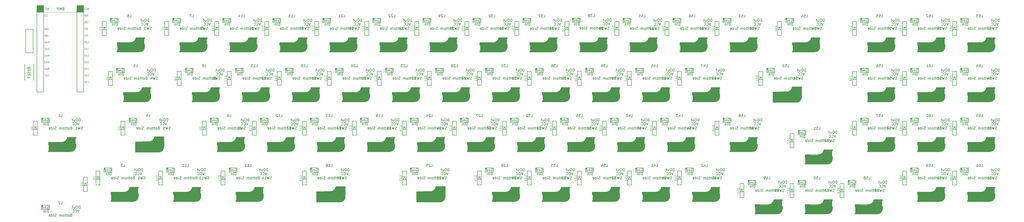
<source format=gbo>
G04 #@! TF.GenerationSoftware,KiCad,Pcbnew,(5.1.12)-1*
G04 #@! TF.CreationDate,2023-11-03T11:44:58+09:00*
G04 #@! TF.ProjectId,jtnk64w,6a746e6b-3634-4772-9e6b-696361645f70,rev?*
G04 #@! TF.SameCoordinates,Original*
G04 #@! TF.FileFunction,Legend,Bot*
G04 #@! TF.FilePolarity,Positive*
%FSLAX46Y46*%
G04 Gerber Fmt 4.6, Leading zero omitted, Abs format (unit mm)*
G04 Created by KiCad (PCBNEW (5.1.12)-1) date 2023-11-03 11:44:58*
%MOMM*%
%LPD*%
G01*
G04 APERTURE LIST*
%ADD10C,0.150000*%
%ADD11C,0.100000*%
%ADD12C,0.120000*%
%ADD13C,1.000000*%
%ADD14C,0.300000*%
%ADD15C,0.800000*%
%ADD16C,3.000000*%
%ADD17C,0.500000*%
%ADD18C,3.500000*%
%ADD19C,0.400000*%
%ADD20C,0.200000*%
%ADD21C,0.125000*%
G04 APERTURE END LIST*
D10*
X314409000Y-62812500D02*
G75*
G02*
X312149000Y-64692500I-2070000J190000D01*
G01*
X318013000Y-66812500D02*
G75*
G02*
X315749000Y-68696500I-2074000J190000D01*
G01*
G36*
X318024000Y-62772500D02*
G01*
X314424000Y-62782500D01*
X314364000Y-63182500D01*
X314214000Y-63532500D01*
X313834000Y-64102500D01*
X313424000Y-64402500D01*
X313064000Y-64592500D01*
X312724000Y-64682500D01*
X307124000Y-64742500D01*
X307124000Y-68692500D01*
X315944000Y-68692500D01*
X316624000Y-68592500D01*
X317074000Y-68362500D01*
X317464000Y-68032500D01*
X317784000Y-67562500D01*
X318014000Y-66922500D01*
X318034000Y-66132500D01*
X318024000Y-62772500D01*
G37*
X318024000Y-62772500D02*
X314424000Y-62782500D01*
X314364000Y-63182500D01*
X314214000Y-63532500D01*
X313834000Y-64102500D01*
X313424000Y-64402500D01*
X313064000Y-64592500D01*
X312724000Y-64682500D01*
X307124000Y-64742500D01*
X307124000Y-68692500D01*
X315944000Y-68692500D01*
X316624000Y-68592500D01*
X317074000Y-68362500D01*
X317464000Y-68032500D01*
X317784000Y-67562500D01*
X318014000Y-66922500D01*
X318034000Y-66132500D01*
X318024000Y-62772500D01*
X307124000Y-64742500D02*
X312174000Y-64696500D01*
X307124000Y-64788500D02*
X307124000Y-68696500D01*
X307124000Y-68696500D02*
X315749000Y-68696500D01*
X318024000Y-66742500D02*
X318024000Y-62797500D01*
X318024000Y-62788500D02*
X314414000Y-62788500D01*
X178677000Y-100912000D02*
G75*
G02*
X176417000Y-102792000I-2070000J190000D01*
G01*
X182281000Y-104912000D02*
G75*
G02*
X180017000Y-106796000I-2074000J190000D01*
G01*
G36*
X182292000Y-100872000D02*
G01*
X178692000Y-100882000D01*
X178632000Y-101282000D01*
X178482000Y-101632000D01*
X178102000Y-102202000D01*
X177692000Y-102502000D01*
X177332000Y-102692000D01*
X176992000Y-102782000D01*
X171392000Y-102842000D01*
X171392000Y-106792000D01*
X180212000Y-106792000D01*
X180892000Y-106692000D01*
X181342000Y-106462000D01*
X181732000Y-106132000D01*
X182052000Y-105662000D01*
X182282000Y-105022000D01*
X182302000Y-104232000D01*
X182292000Y-100872000D01*
G37*
X182292000Y-100872000D02*
X178692000Y-100882000D01*
X178632000Y-101282000D01*
X178482000Y-101632000D01*
X178102000Y-102202000D01*
X177692000Y-102502000D01*
X177332000Y-102692000D01*
X176992000Y-102782000D01*
X171392000Y-102842000D01*
X171392000Y-106792000D01*
X180212000Y-106792000D01*
X180892000Y-106692000D01*
X181342000Y-106462000D01*
X181732000Y-106132000D01*
X182052000Y-105662000D01*
X182282000Y-105022000D01*
X182302000Y-104232000D01*
X182292000Y-100872000D01*
X171392000Y-102842000D02*
X176442000Y-102796000D01*
X171392000Y-102888000D02*
X171392000Y-106796000D01*
X171392000Y-106796000D02*
X180017000Y-106796000D01*
X182292000Y-104842000D02*
X182292000Y-100897000D01*
X182292000Y-100888000D02*
X178682000Y-100888000D01*
X140577000Y-100912000D02*
G75*
G02*
X138317000Y-102792000I-2070000J190000D01*
G01*
X144181000Y-104912000D02*
G75*
G02*
X141917000Y-106796000I-2074000J190000D01*
G01*
G36*
X144192000Y-100872000D02*
G01*
X140592000Y-100882000D01*
X140532000Y-101282000D01*
X140382000Y-101632000D01*
X140002000Y-102202000D01*
X139592000Y-102502000D01*
X139232000Y-102692000D01*
X138892000Y-102782000D01*
X133292000Y-102842000D01*
X133292000Y-106792000D01*
X142112000Y-106792000D01*
X142792000Y-106692000D01*
X143242000Y-106462000D01*
X143632000Y-106132000D01*
X143952000Y-105662000D01*
X144182000Y-105022000D01*
X144202000Y-104232000D01*
X144192000Y-100872000D01*
G37*
X144192000Y-100872000D02*
X140592000Y-100882000D01*
X140532000Y-101282000D01*
X140382000Y-101632000D01*
X140002000Y-102202000D01*
X139592000Y-102502000D01*
X139232000Y-102692000D01*
X138892000Y-102782000D01*
X133292000Y-102842000D01*
X133292000Y-106792000D01*
X142112000Y-106792000D01*
X142792000Y-106692000D01*
X143242000Y-106462000D01*
X143632000Y-106132000D01*
X143952000Y-105662000D01*
X144182000Y-105022000D01*
X144202000Y-104232000D01*
X144192000Y-100872000D01*
X133292000Y-102842000D02*
X138342000Y-102796000D01*
X133292000Y-102888000D02*
X133292000Y-106796000D01*
X133292000Y-106796000D02*
X141917000Y-106796000D01*
X144192000Y-104842000D02*
X144192000Y-100897000D01*
X144192000Y-100888000D02*
X140582000Y-100888000D01*
X71521200Y-81862500D02*
G75*
G02*
X69261200Y-83742500I-2070000J190000D01*
G01*
X75125200Y-85862500D02*
G75*
G02*
X72861200Y-87746500I-2074000J190000D01*
G01*
G36*
X75136200Y-81822500D02*
G01*
X71536200Y-81832500D01*
X71476200Y-82232500D01*
X71326200Y-82582500D01*
X70946200Y-83152500D01*
X70536200Y-83452500D01*
X70176200Y-83642500D01*
X69836200Y-83732500D01*
X64236200Y-83792500D01*
X64236200Y-87742500D01*
X73056200Y-87742500D01*
X73736200Y-87642500D01*
X74186200Y-87412500D01*
X74576200Y-87082500D01*
X74896200Y-86612500D01*
X75126200Y-85972500D01*
X75146200Y-85182500D01*
X75136200Y-81822500D01*
G37*
X75136200Y-81822500D02*
X71536200Y-81832500D01*
X71476200Y-82232500D01*
X71326200Y-82582500D01*
X70946200Y-83152500D01*
X70536200Y-83452500D01*
X70176200Y-83642500D01*
X69836200Y-83732500D01*
X64236200Y-83792500D01*
X64236200Y-87742500D01*
X73056200Y-87742500D01*
X73736200Y-87642500D01*
X74186200Y-87412500D01*
X74576200Y-87082500D01*
X74896200Y-86612500D01*
X75126200Y-85972500D01*
X75146200Y-85182500D01*
X75136200Y-81822500D01*
X64236200Y-83792500D02*
X69286200Y-83746500D01*
X64236200Y-83838500D02*
X64236200Y-87746500D01*
X64236200Y-87746500D02*
X72861200Y-87746500D01*
X75136200Y-85792500D02*
X75136200Y-81847500D01*
X75136200Y-81838500D02*
X71526200Y-81838500D01*
X29332400Y-64738200D02*
X29332400Y-31718200D01*
X26792400Y-64738200D02*
X29332400Y-64738200D01*
X26792400Y-31718200D02*
X26792400Y-64738200D01*
X29332400Y-31718200D02*
X26792400Y-31718200D01*
X44552400Y-64738200D02*
X44552400Y-31718200D01*
X42012400Y-64738200D02*
X44552400Y-64738200D01*
X42012400Y-31718200D02*
X42012400Y-64738200D01*
X44552400Y-31718200D02*
X42012400Y-31718200D01*
X29332400Y-34258200D02*
X26792400Y-34258200D01*
X44552400Y-34258200D02*
X42012400Y-34258200D01*
D11*
G36*
X42012400Y-34246200D02*
G01*
X44552400Y-34246200D01*
X44552400Y-31706200D01*
X42012400Y-31706200D01*
X42012400Y-34246200D01*
G37*
X42012400Y-34246200D02*
X44552400Y-34246200D01*
X44552400Y-31706200D01*
X42012400Y-31706200D01*
X42012400Y-34246200D01*
G36*
X26792400Y-34258200D02*
G01*
X29332400Y-34258200D01*
X29332400Y-31718200D01*
X26792400Y-31718200D01*
X26792400Y-34258200D01*
G37*
X26792400Y-34258200D02*
X29332400Y-34258200D01*
X29332400Y-31718200D01*
X26792400Y-31718200D01*
X26792400Y-34258200D01*
D12*
X29332400Y-34258200D02*
X42012400Y-34258200D01*
D10*
X22312500Y-60150000D02*
X22062500Y-60150000D01*
X22062500Y-60150000D02*
X22062500Y-54150000D01*
X22062500Y-54150000D02*
X22312500Y-54150000D01*
X25312500Y-54150000D02*
X25562500Y-54150000D01*
X25562500Y-54150000D02*
X25562500Y-60150000D01*
X25562500Y-60150000D02*
X25312500Y-60150000D01*
X388378318Y-101133471D02*
G75*
G02*
X386162000Y-103012000I-2151318J291471D01*
G01*
X391662000Y-104711999D02*
G75*
G02*
X389562001Y-106612000I-2000000J99999D01*
G01*
D13*
X388778318Y-101533471D02*
G75*
G02*
X386562000Y-103412000I-2151318J291471D01*
G01*
D14*
X391562000Y-103812001D02*
X391562000Y-104712000D01*
D15*
X391062000Y-101612000D02*
X391062000Y-103411999D01*
D16*
X389932000Y-105112000D02*
X389932000Y-102872000D01*
D17*
X381462000Y-103312000D02*
X382862000Y-103312000D01*
D13*
X381862000Y-106012000D02*
X381862000Y-103512000D01*
D18*
X383162000Y-104812000D02*
X389862000Y-104812000D01*
D10*
X381162000Y-103012000D02*
X381162000Y-104012000D01*
X381162000Y-104012000D02*
X381362000Y-104012000D01*
X381382000Y-104012000D02*
X381382000Y-106262000D01*
X381362000Y-106262000D02*
X381162000Y-106262000D01*
X391662000Y-103712000D02*
X391462000Y-103712000D01*
X391432000Y-103712000D02*
X391432000Y-101472000D01*
X391462000Y-101472000D02*
X391662000Y-101472000D01*
X391662000Y-101112000D02*
X391662000Y-101472000D01*
X391662000Y-104712000D02*
X391662000Y-103712000D01*
X391662000Y-101112000D02*
X388382000Y-101112000D01*
X386162000Y-103012000D02*
X381162000Y-103012000D01*
X381162000Y-106612000D02*
X389562001Y-106612000D01*
X381162000Y-106262000D02*
X381162000Y-106612000D01*
D17*
X391462000Y-101312000D02*
X388762000Y-101312000D01*
D19*
X381362000Y-106412000D02*
X382762000Y-106412000D01*
X381362000Y-103912000D02*
X381362000Y-103212000D01*
D10*
X388378318Y-82083971D02*
G75*
G02*
X386162000Y-83962500I-2151318J291471D01*
G01*
X391662000Y-85662499D02*
G75*
G02*
X389562001Y-87562500I-2000000J99999D01*
G01*
D13*
X388778318Y-82483971D02*
G75*
G02*
X386562000Y-84362500I-2151318J291471D01*
G01*
D14*
X391562000Y-84762501D02*
X391562000Y-85662500D01*
D15*
X391062000Y-82562500D02*
X391062000Y-84362499D01*
D16*
X389932000Y-86062500D02*
X389932000Y-83822500D01*
D17*
X381462000Y-84262500D02*
X382862000Y-84262500D01*
D13*
X381862000Y-86962500D02*
X381862000Y-84462500D01*
D18*
X383162000Y-85762500D02*
X389862000Y-85762500D01*
D10*
X381162000Y-83962500D02*
X381162000Y-84962500D01*
X381162000Y-84962500D02*
X381362000Y-84962500D01*
X381382000Y-84962500D02*
X381382000Y-87212500D01*
X381362000Y-87212500D02*
X381162000Y-87212500D01*
X391662000Y-84662500D02*
X391462000Y-84662500D01*
X391432000Y-84662500D02*
X391432000Y-82422500D01*
X391462000Y-82422500D02*
X391662000Y-82422500D01*
X391662000Y-82062500D02*
X391662000Y-82422500D01*
X391662000Y-85662500D02*
X391662000Y-84662500D01*
X391662000Y-82062500D02*
X388382000Y-82062500D01*
X386162000Y-83962500D02*
X381162000Y-83962500D01*
X381162000Y-87562500D02*
X389562001Y-87562500D01*
X381162000Y-87212500D02*
X381162000Y-87562500D01*
D17*
X391462000Y-82262500D02*
X388762000Y-82262500D01*
D19*
X381362000Y-87362500D02*
X382762000Y-87362500D01*
X381362000Y-84862500D02*
X381362000Y-84162500D01*
D10*
X388378318Y-63033971D02*
G75*
G02*
X386162000Y-64912500I-2151318J291471D01*
G01*
X391662000Y-66612499D02*
G75*
G02*
X389562001Y-68512500I-2000000J99999D01*
G01*
D13*
X388778318Y-63433971D02*
G75*
G02*
X386562000Y-65312500I-2151318J291471D01*
G01*
D14*
X391562000Y-65712501D02*
X391562000Y-66612500D01*
D15*
X391062000Y-63512500D02*
X391062000Y-65312499D01*
D16*
X389932000Y-67012500D02*
X389932000Y-64772500D01*
D17*
X381462000Y-65212500D02*
X382862000Y-65212500D01*
D13*
X381862000Y-67912500D02*
X381862000Y-65412500D01*
D18*
X383162000Y-66712500D02*
X389862000Y-66712500D01*
D10*
X381162000Y-64912500D02*
X381162000Y-65912500D01*
X381162000Y-65912500D02*
X381362000Y-65912500D01*
X381382000Y-65912500D02*
X381382000Y-68162500D01*
X381362000Y-68162500D02*
X381162000Y-68162500D01*
X391662000Y-65612500D02*
X391462000Y-65612500D01*
X391432000Y-65612500D02*
X391432000Y-63372500D01*
X391462000Y-63372500D02*
X391662000Y-63372500D01*
X391662000Y-63012500D02*
X391662000Y-63372500D01*
X391662000Y-66612500D02*
X391662000Y-65612500D01*
X391662000Y-63012500D02*
X388382000Y-63012500D01*
X386162000Y-64912500D02*
X381162000Y-64912500D01*
X381162000Y-68512500D02*
X389562001Y-68512500D01*
X381162000Y-68162500D02*
X381162000Y-68512500D01*
D17*
X391462000Y-63212500D02*
X388762000Y-63212500D01*
D19*
X381362000Y-68312500D02*
X382762000Y-68312500D01*
X381362000Y-65812500D02*
X381362000Y-65112500D01*
D10*
X388378318Y-43983971D02*
G75*
G02*
X386162000Y-45862500I-2151318J291471D01*
G01*
X391662000Y-47562499D02*
G75*
G02*
X389562001Y-49462500I-2000000J99999D01*
G01*
D13*
X388778318Y-44383971D02*
G75*
G02*
X386562000Y-46262500I-2151318J291471D01*
G01*
D14*
X391562000Y-46662501D02*
X391562000Y-47562500D01*
D15*
X391062000Y-44462500D02*
X391062000Y-46262499D01*
D16*
X389932000Y-47962500D02*
X389932000Y-45722500D01*
D17*
X381462000Y-46162500D02*
X382862000Y-46162500D01*
D13*
X381862000Y-48862500D02*
X381862000Y-46362500D01*
D18*
X383162000Y-47662500D02*
X389862000Y-47662500D01*
D10*
X381162000Y-45862500D02*
X381162000Y-46862500D01*
X381162000Y-46862500D02*
X381362000Y-46862500D01*
X381382000Y-46862500D02*
X381382000Y-49112500D01*
X381362000Y-49112500D02*
X381162000Y-49112500D01*
X391662000Y-46562500D02*
X391462000Y-46562500D01*
X391432000Y-46562500D02*
X391432000Y-44322500D01*
X391462000Y-44322500D02*
X391662000Y-44322500D01*
X391662000Y-43962500D02*
X391662000Y-44322500D01*
X391662000Y-47562500D02*
X391662000Y-46562500D01*
X391662000Y-43962500D02*
X388382000Y-43962500D01*
X386162000Y-45862500D02*
X381162000Y-45862500D01*
X381162000Y-49462500D02*
X389562001Y-49462500D01*
X381162000Y-49112500D02*
X381162000Y-49462500D01*
D17*
X391462000Y-44162500D02*
X388762000Y-44162500D01*
D19*
X381362000Y-49262500D02*
X382762000Y-49262500D01*
X381362000Y-46762500D02*
X381362000Y-46062500D01*
D10*
X369328318Y-101133471D02*
G75*
G02*
X367112000Y-103012000I-2151318J291471D01*
G01*
X372612000Y-104711999D02*
G75*
G02*
X370512001Y-106612000I-2000000J99999D01*
G01*
D13*
X369728318Y-101533471D02*
G75*
G02*
X367512000Y-103412000I-2151318J291471D01*
G01*
D14*
X372512000Y-103812001D02*
X372512000Y-104712000D01*
D15*
X372012000Y-101612000D02*
X372012000Y-103411999D01*
D16*
X370882000Y-105112000D02*
X370882000Y-102872000D01*
D17*
X362412000Y-103312000D02*
X363812000Y-103312000D01*
D13*
X362812000Y-106012000D02*
X362812000Y-103512000D01*
D18*
X364112000Y-104812000D02*
X370812000Y-104812000D01*
D10*
X362112000Y-103012000D02*
X362112000Y-104012000D01*
X362112000Y-104012000D02*
X362312000Y-104012000D01*
X362332000Y-104012000D02*
X362332000Y-106262000D01*
X362312000Y-106262000D02*
X362112000Y-106262000D01*
X372612000Y-103712000D02*
X372412000Y-103712000D01*
X372382000Y-103712000D02*
X372382000Y-101472000D01*
X372412000Y-101472000D02*
X372612000Y-101472000D01*
X372612000Y-101112000D02*
X372612000Y-101472000D01*
X372612000Y-104712000D02*
X372612000Y-103712000D01*
X372612000Y-101112000D02*
X369332000Y-101112000D01*
X367112000Y-103012000D02*
X362112000Y-103012000D01*
X362112000Y-106612000D02*
X370512001Y-106612000D01*
X362112000Y-106262000D02*
X362112000Y-106612000D01*
D17*
X372412000Y-101312000D02*
X369712000Y-101312000D01*
D19*
X362312000Y-106412000D02*
X363712000Y-106412000D01*
X362312000Y-103912000D02*
X362312000Y-103212000D01*
D10*
X369328318Y-82083971D02*
G75*
G02*
X367112000Y-83962500I-2151318J291471D01*
G01*
X372612000Y-85662499D02*
G75*
G02*
X370512001Y-87562500I-2000000J99999D01*
G01*
D13*
X369728318Y-82483971D02*
G75*
G02*
X367512000Y-84362500I-2151318J291471D01*
G01*
D14*
X372512000Y-84762501D02*
X372512000Y-85662500D01*
D15*
X372012000Y-82562500D02*
X372012000Y-84362499D01*
D16*
X370882000Y-86062500D02*
X370882000Y-83822500D01*
D17*
X362412000Y-84262500D02*
X363812000Y-84262500D01*
D13*
X362812000Y-86962500D02*
X362812000Y-84462500D01*
D18*
X364112000Y-85762500D02*
X370812000Y-85762500D01*
D10*
X362112000Y-83962500D02*
X362112000Y-84962500D01*
X362112000Y-84962500D02*
X362312000Y-84962500D01*
X362332000Y-84962500D02*
X362332000Y-87212500D01*
X362312000Y-87212500D02*
X362112000Y-87212500D01*
X372612000Y-84662500D02*
X372412000Y-84662500D01*
X372382000Y-84662500D02*
X372382000Y-82422500D01*
X372412000Y-82422500D02*
X372612000Y-82422500D01*
X372612000Y-82062500D02*
X372612000Y-82422500D01*
X372612000Y-85662500D02*
X372612000Y-84662500D01*
X372612000Y-82062500D02*
X369332000Y-82062500D01*
X367112000Y-83962500D02*
X362112000Y-83962500D01*
X362112000Y-87562500D02*
X370512001Y-87562500D01*
X362112000Y-87212500D02*
X362112000Y-87562500D01*
D17*
X372412000Y-82262500D02*
X369712000Y-82262500D01*
D19*
X362312000Y-87362500D02*
X363712000Y-87362500D01*
X362312000Y-84862500D02*
X362312000Y-84162500D01*
D10*
X369328318Y-63033971D02*
G75*
G02*
X367112000Y-64912500I-2151318J291471D01*
G01*
X372612000Y-66612499D02*
G75*
G02*
X370512001Y-68512500I-2000000J99999D01*
G01*
D13*
X369728318Y-63433971D02*
G75*
G02*
X367512000Y-65312500I-2151318J291471D01*
G01*
D14*
X372512000Y-65712501D02*
X372512000Y-66612500D01*
D15*
X372012000Y-63512500D02*
X372012000Y-65312499D01*
D16*
X370882000Y-67012500D02*
X370882000Y-64772500D01*
D17*
X362412000Y-65212500D02*
X363812000Y-65212500D01*
D13*
X362812000Y-67912500D02*
X362812000Y-65412500D01*
D18*
X364112000Y-66712500D02*
X370812000Y-66712500D01*
D10*
X362112000Y-64912500D02*
X362112000Y-65912500D01*
X362112000Y-65912500D02*
X362312000Y-65912500D01*
X362332000Y-65912500D02*
X362332000Y-68162500D01*
X362312000Y-68162500D02*
X362112000Y-68162500D01*
X372612000Y-65612500D02*
X372412000Y-65612500D01*
X372382000Y-65612500D02*
X372382000Y-63372500D01*
X372412000Y-63372500D02*
X372612000Y-63372500D01*
X372612000Y-63012500D02*
X372612000Y-63372500D01*
X372612000Y-66612500D02*
X372612000Y-65612500D01*
X372612000Y-63012500D02*
X369332000Y-63012500D01*
X367112000Y-64912500D02*
X362112000Y-64912500D01*
X362112000Y-68512500D02*
X370512001Y-68512500D01*
X362112000Y-68162500D02*
X362112000Y-68512500D01*
D17*
X372412000Y-63212500D02*
X369712000Y-63212500D01*
D19*
X362312000Y-68312500D02*
X363712000Y-68312500D01*
X362312000Y-65812500D02*
X362312000Y-65112500D01*
D10*
X369328318Y-43983971D02*
G75*
G02*
X367112000Y-45862500I-2151318J291471D01*
G01*
X372612000Y-47562499D02*
G75*
G02*
X370512001Y-49462500I-2000000J99999D01*
G01*
D13*
X369728318Y-44383971D02*
G75*
G02*
X367512000Y-46262500I-2151318J291471D01*
G01*
D14*
X372512000Y-46662501D02*
X372512000Y-47562500D01*
D15*
X372012000Y-44462500D02*
X372012000Y-46262499D01*
D16*
X370882000Y-47962500D02*
X370882000Y-45722500D01*
D17*
X362412000Y-46162500D02*
X363812000Y-46162500D01*
D13*
X362812000Y-48862500D02*
X362812000Y-46362500D01*
D18*
X364112000Y-47662500D02*
X370812000Y-47662500D01*
D10*
X362112000Y-45862500D02*
X362112000Y-46862500D01*
X362112000Y-46862500D02*
X362312000Y-46862500D01*
X362332000Y-46862500D02*
X362332000Y-49112500D01*
X362312000Y-49112500D02*
X362112000Y-49112500D01*
X372612000Y-46562500D02*
X372412000Y-46562500D01*
X372382000Y-46562500D02*
X372382000Y-44322500D01*
X372412000Y-44322500D02*
X372612000Y-44322500D01*
X372612000Y-43962500D02*
X372612000Y-44322500D01*
X372612000Y-47562500D02*
X372612000Y-46562500D01*
X372612000Y-43962500D02*
X369332000Y-43962500D01*
X367112000Y-45862500D02*
X362112000Y-45862500D01*
X362112000Y-49462500D02*
X370512001Y-49462500D01*
X362112000Y-49112500D02*
X362112000Y-49462500D01*
D17*
X372412000Y-44162500D02*
X369712000Y-44162500D01*
D19*
X362312000Y-49262500D02*
X363712000Y-49262500D01*
X362312000Y-46762500D02*
X362312000Y-46062500D01*
D10*
X345516318Y-105896471D02*
G75*
G02*
X343300000Y-107775000I-2151318J291471D01*
G01*
X348800000Y-109474999D02*
G75*
G02*
X346700001Y-111375000I-2000000J99999D01*
G01*
D13*
X345916318Y-106296471D02*
G75*
G02*
X343700000Y-108175000I-2151318J291471D01*
G01*
D14*
X348700000Y-108575001D02*
X348700000Y-109475000D01*
D15*
X348200000Y-106375000D02*
X348200000Y-108174999D01*
D16*
X347070000Y-109875000D02*
X347070000Y-107635000D01*
D17*
X338600000Y-108075000D02*
X340000000Y-108075000D01*
D13*
X339000000Y-110775000D02*
X339000000Y-108275000D01*
D18*
X340300000Y-109575000D02*
X347000000Y-109575000D01*
D10*
X338300000Y-107775000D02*
X338300000Y-108775000D01*
X338300000Y-108775000D02*
X338500000Y-108775000D01*
X338520000Y-108775000D02*
X338520000Y-111025000D01*
X338500000Y-111025000D02*
X338300000Y-111025000D01*
X348800000Y-108475000D02*
X348600000Y-108475000D01*
X348570000Y-108475000D02*
X348570000Y-106235000D01*
X348600000Y-106235000D02*
X348800000Y-106235000D01*
X348800000Y-105875000D02*
X348800000Y-106235000D01*
X348800000Y-109475000D02*
X348800000Y-108475000D01*
X348800000Y-105875000D02*
X345520000Y-105875000D01*
X343300000Y-107775000D02*
X338300000Y-107775000D01*
X338300000Y-111375000D02*
X346700001Y-111375000D01*
X338300000Y-111025000D02*
X338300000Y-111375000D01*
D17*
X348600000Y-106075000D02*
X345900000Y-106075000D01*
D19*
X338500000Y-111175000D02*
X339900000Y-111175000D01*
X338500000Y-108675000D02*
X338500000Y-107975000D01*
D10*
X350278318Y-82083971D02*
G75*
G02*
X348062000Y-83962500I-2151318J291471D01*
G01*
X353562000Y-85662499D02*
G75*
G02*
X351462001Y-87562500I-2000000J99999D01*
G01*
D13*
X350678318Y-82483971D02*
G75*
G02*
X348462000Y-84362500I-2151318J291471D01*
G01*
D14*
X353462000Y-84762501D02*
X353462000Y-85662500D01*
D15*
X352962000Y-82562500D02*
X352962000Y-84362499D01*
D16*
X351832000Y-86062500D02*
X351832000Y-83822500D01*
D17*
X343362000Y-84262500D02*
X344762000Y-84262500D01*
D13*
X343762000Y-86962500D02*
X343762000Y-84462500D01*
D18*
X345062000Y-85762500D02*
X351762000Y-85762500D01*
D10*
X343062000Y-83962500D02*
X343062000Y-84962500D01*
X343062000Y-84962500D02*
X343262000Y-84962500D01*
X343282000Y-84962500D02*
X343282000Y-87212500D01*
X343262000Y-87212500D02*
X343062000Y-87212500D01*
X353562000Y-84662500D02*
X353362000Y-84662500D01*
X353332000Y-84662500D02*
X353332000Y-82422500D01*
X353362000Y-82422500D02*
X353562000Y-82422500D01*
X353562000Y-82062500D02*
X353562000Y-82422500D01*
X353562000Y-85662500D02*
X353562000Y-84662500D01*
X353562000Y-82062500D02*
X350282000Y-82062500D01*
X348062000Y-83962500D02*
X343062000Y-83962500D01*
X343062000Y-87562500D02*
X351462001Y-87562500D01*
X343062000Y-87212500D02*
X343062000Y-87562500D01*
D17*
X353362000Y-82262500D02*
X350662000Y-82262500D01*
D19*
X343262000Y-87362500D02*
X344662000Y-87362500D01*
X343262000Y-84862500D02*
X343262000Y-84162500D01*
D10*
X350278318Y-63033971D02*
G75*
G02*
X348062000Y-64912500I-2151318J291471D01*
G01*
X353562000Y-66612499D02*
G75*
G02*
X351462001Y-68512500I-2000000J99999D01*
G01*
D13*
X350678318Y-63433971D02*
G75*
G02*
X348462000Y-65312500I-2151318J291471D01*
G01*
D14*
X353462000Y-65712501D02*
X353462000Y-66612500D01*
D15*
X352962000Y-63512500D02*
X352962000Y-65312499D01*
D16*
X351832000Y-67012500D02*
X351832000Y-64772500D01*
D17*
X343362000Y-65212500D02*
X344762000Y-65212500D01*
D13*
X343762000Y-67912500D02*
X343762000Y-65412500D01*
D18*
X345062000Y-66712500D02*
X351762000Y-66712500D01*
D10*
X343062000Y-64912500D02*
X343062000Y-65912500D01*
X343062000Y-65912500D02*
X343262000Y-65912500D01*
X343282000Y-65912500D02*
X343282000Y-68162500D01*
X343262000Y-68162500D02*
X343062000Y-68162500D01*
X353562000Y-65612500D02*
X353362000Y-65612500D01*
X353332000Y-65612500D02*
X353332000Y-63372500D01*
X353362000Y-63372500D02*
X353562000Y-63372500D01*
X353562000Y-63012500D02*
X353562000Y-63372500D01*
X353562000Y-66612500D02*
X353562000Y-65612500D01*
X353562000Y-63012500D02*
X350282000Y-63012500D01*
X348062000Y-64912500D02*
X343062000Y-64912500D01*
X343062000Y-68512500D02*
X351462001Y-68512500D01*
X343062000Y-68162500D02*
X343062000Y-68512500D01*
D17*
X353362000Y-63212500D02*
X350662000Y-63212500D01*
D19*
X343262000Y-68312500D02*
X344662000Y-68312500D01*
X343262000Y-65812500D02*
X343262000Y-65112500D01*
D10*
X350278318Y-43983971D02*
G75*
G02*
X348062000Y-45862500I-2151318J291471D01*
G01*
X353562000Y-47562499D02*
G75*
G02*
X351462001Y-49462500I-2000000J99999D01*
G01*
D13*
X350678318Y-44383971D02*
G75*
G02*
X348462000Y-46262500I-2151318J291471D01*
G01*
D14*
X353462000Y-46662501D02*
X353462000Y-47562500D01*
D15*
X352962000Y-44462500D02*
X352962000Y-46262499D01*
D16*
X351832000Y-47962500D02*
X351832000Y-45722500D01*
D17*
X343362000Y-46162500D02*
X344762000Y-46162500D01*
D13*
X343762000Y-48862500D02*
X343762000Y-46362500D01*
D18*
X345062000Y-47662500D02*
X351762000Y-47662500D01*
D10*
X343062000Y-45862500D02*
X343062000Y-46862500D01*
X343062000Y-46862500D02*
X343262000Y-46862500D01*
X343282000Y-46862500D02*
X343282000Y-49112500D01*
X343262000Y-49112500D02*
X343062000Y-49112500D01*
X353562000Y-46562500D02*
X353362000Y-46562500D01*
X353332000Y-46562500D02*
X353332000Y-44322500D01*
X353362000Y-44322500D02*
X353562000Y-44322500D01*
X353562000Y-43962500D02*
X353562000Y-44322500D01*
X353562000Y-47562500D02*
X353562000Y-46562500D01*
X353562000Y-43962500D02*
X350282000Y-43962500D01*
X348062000Y-45862500D02*
X343062000Y-45862500D01*
X343062000Y-49462500D02*
X351462001Y-49462500D01*
X343062000Y-49112500D02*
X343062000Y-49462500D01*
D17*
X353362000Y-44162500D02*
X350662000Y-44162500D01*
D19*
X343262000Y-49262500D02*
X344662000Y-49262500D01*
X343262000Y-46762500D02*
X343262000Y-46062500D01*
D10*
X321704318Y-43983971D02*
G75*
G02*
X319488000Y-45862500I-2151318J291471D01*
G01*
X324988000Y-47562499D02*
G75*
G02*
X322888001Y-49462500I-2000000J99999D01*
G01*
D13*
X322104318Y-44383971D02*
G75*
G02*
X319888000Y-46262500I-2151318J291471D01*
G01*
D14*
X324888000Y-46662501D02*
X324888000Y-47562500D01*
D15*
X324388000Y-44462500D02*
X324388000Y-46262499D01*
D16*
X323258000Y-47962500D02*
X323258000Y-45722500D01*
D17*
X314788000Y-46162500D02*
X316188000Y-46162500D01*
D13*
X315188000Y-48862500D02*
X315188000Y-46362500D01*
D18*
X316488000Y-47662500D02*
X323188000Y-47662500D01*
D10*
X314488000Y-45862500D02*
X314488000Y-46862500D01*
X314488000Y-46862500D02*
X314688000Y-46862500D01*
X314708000Y-46862500D02*
X314708000Y-49112500D01*
X314688000Y-49112500D02*
X314488000Y-49112500D01*
X324988000Y-46562500D02*
X324788000Y-46562500D01*
X324758000Y-46562500D02*
X324758000Y-44322500D01*
X324788000Y-44322500D02*
X324988000Y-44322500D01*
X324988000Y-43962500D02*
X324988000Y-44322500D01*
X324988000Y-47562500D02*
X324988000Y-46562500D01*
X324988000Y-43962500D02*
X321708000Y-43962500D01*
X319488000Y-45862500D02*
X314488000Y-45862500D01*
X314488000Y-49462500D02*
X322888001Y-49462500D01*
X314488000Y-49112500D02*
X314488000Y-49462500D01*
D17*
X324788000Y-44162500D02*
X322088000Y-44162500D01*
D19*
X314688000Y-49262500D02*
X316088000Y-49262500D01*
X314688000Y-46762500D02*
X314688000Y-46062500D01*
D10*
X326466318Y-105896471D02*
G75*
G02*
X324250000Y-107775000I-2151318J291471D01*
G01*
X329750000Y-109474999D02*
G75*
G02*
X327650001Y-111375000I-2000000J99999D01*
G01*
D13*
X326866318Y-106296471D02*
G75*
G02*
X324650000Y-108175000I-2151318J291471D01*
G01*
D14*
X329650000Y-108575001D02*
X329650000Y-109475000D01*
D15*
X329150000Y-106375000D02*
X329150000Y-108174999D01*
D16*
X328020000Y-109875000D02*
X328020000Y-107635000D01*
D17*
X319550000Y-108075000D02*
X320950000Y-108075000D01*
D13*
X319950000Y-110775000D02*
X319950000Y-108275000D01*
D18*
X321250000Y-109575000D02*
X327950000Y-109575000D01*
D10*
X319250000Y-107775000D02*
X319250000Y-108775000D01*
X319250000Y-108775000D02*
X319450000Y-108775000D01*
X319470000Y-108775000D02*
X319470000Y-111025000D01*
X319450000Y-111025000D02*
X319250000Y-111025000D01*
X329750000Y-108475000D02*
X329550000Y-108475000D01*
X329520000Y-108475000D02*
X329520000Y-106235000D01*
X329550000Y-106235000D02*
X329750000Y-106235000D01*
X329750000Y-105875000D02*
X329750000Y-106235000D01*
X329750000Y-109475000D02*
X329750000Y-108475000D01*
X329750000Y-105875000D02*
X326470000Y-105875000D01*
X324250000Y-107775000D02*
X319250000Y-107775000D01*
X319250000Y-111375000D02*
X327650001Y-111375000D01*
X319250000Y-111025000D02*
X319250000Y-111375000D01*
D17*
X329550000Y-106075000D02*
X326850000Y-106075000D01*
D19*
X319450000Y-111175000D02*
X320850000Y-111175000D01*
X319450000Y-108675000D02*
X319450000Y-107975000D01*
D10*
X326466318Y-86846471D02*
G75*
G02*
X324250000Y-88725000I-2151318J291471D01*
G01*
X329750000Y-90424999D02*
G75*
G02*
X327650001Y-92325000I-2000000J99999D01*
G01*
D13*
X326866318Y-87246471D02*
G75*
G02*
X324650000Y-89125000I-2151318J291471D01*
G01*
D14*
X329650000Y-89525001D02*
X329650000Y-90425000D01*
D15*
X329150000Y-87325000D02*
X329150000Y-89124999D01*
D16*
X328020000Y-90825000D02*
X328020000Y-88585000D01*
D17*
X319550000Y-89025000D02*
X320950000Y-89025000D01*
D13*
X319950000Y-91725000D02*
X319950000Y-89225000D01*
D18*
X321250000Y-90525000D02*
X327950000Y-90525000D01*
D10*
X319250000Y-88725000D02*
X319250000Y-89725000D01*
X319250000Y-89725000D02*
X319450000Y-89725000D01*
X319470000Y-89725000D02*
X319470000Y-91975000D01*
X319450000Y-91975000D02*
X319250000Y-91975000D01*
X329750000Y-89425000D02*
X329550000Y-89425000D01*
X329520000Y-89425000D02*
X329520000Y-87185000D01*
X329550000Y-87185000D02*
X329750000Y-87185000D01*
X329750000Y-86825000D02*
X329750000Y-87185000D01*
X329750000Y-90425000D02*
X329750000Y-89425000D01*
X329750000Y-86825000D02*
X326470000Y-86825000D01*
X324250000Y-88725000D02*
X319250000Y-88725000D01*
X319250000Y-92325000D02*
X327650001Y-92325000D01*
X319250000Y-91975000D02*
X319250000Y-92325000D01*
D17*
X329550000Y-87025000D02*
X326850000Y-87025000D01*
D19*
X319450000Y-92125000D02*
X320850000Y-92125000D01*
X319450000Y-89625000D02*
X319450000Y-88925000D01*
D10*
X297891318Y-43983971D02*
G75*
G02*
X295675000Y-45862500I-2151318J291471D01*
G01*
X301175000Y-47562499D02*
G75*
G02*
X299075001Y-49462500I-2000000J99999D01*
G01*
D13*
X298291318Y-44383971D02*
G75*
G02*
X296075000Y-46262500I-2151318J291471D01*
G01*
D14*
X301075000Y-46662501D02*
X301075000Y-47562500D01*
D15*
X300575000Y-44462500D02*
X300575000Y-46262499D01*
D16*
X299445000Y-47962500D02*
X299445000Y-45722500D01*
D17*
X290975000Y-46162500D02*
X292375000Y-46162500D01*
D13*
X291375000Y-48862500D02*
X291375000Y-46362500D01*
D18*
X292675000Y-47662500D02*
X299375000Y-47662500D01*
D10*
X290675000Y-45862500D02*
X290675000Y-46862500D01*
X290675000Y-46862500D02*
X290875000Y-46862500D01*
X290895000Y-46862500D02*
X290895000Y-49112500D01*
X290875000Y-49112500D02*
X290675000Y-49112500D01*
X301175000Y-46562500D02*
X300975000Y-46562500D01*
X300945000Y-46562500D02*
X300945000Y-44322500D01*
X300975000Y-44322500D02*
X301175000Y-44322500D01*
X301175000Y-43962500D02*
X301175000Y-44322500D01*
X301175000Y-47562500D02*
X301175000Y-46562500D01*
X301175000Y-43962500D02*
X297895000Y-43962500D01*
X295675000Y-45862500D02*
X290675000Y-45862500D01*
X290675000Y-49462500D02*
X299075001Y-49462500D01*
X290675000Y-49112500D02*
X290675000Y-49462500D01*
D17*
X300975000Y-44162500D02*
X298275000Y-44162500D01*
D19*
X290875000Y-49262500D02*
X292275000Y-49262500D01*
X290875000Y-46762500D02*
X290875000Y-46062500D01*
D10*
X307416318Y-105896471D02*
G75*
G02*
X305200000Y-107775000I-2151318J291471D01*
G01*
X310700000Y-109474999D02*
G75*
G02*
X308600001Y-111375000I-2000000J99999D01*
G01*
D13*
X307816318Y-106296471D02*
G75*
G02*
X305600000Y-108175000I-2151318J291471D01*
G01*
D14*
X310600000Y-108575001D02*
X310600000Y-109475000D01*
D15*
X310100000Y-106375000D02*
X310100000Y-108174999D01*
D16*
X308970000Y-109875000D02*
X308970000Y-107635000D01*
D17*
X300500000Y-108075000D02*
X301900000Y-108075000D01*
D13*
X300900000Y-110775000D02*
X300900000Y-108275000D01*
D18*
X302200000Y-109575000D02*
X308900000Y-109575000D01*
D10*
X300200000Y-107775000D02*
X300200000Y-108775000D01*
X300200000Y-108775000D02*
X300400000Y-108775000D01*
X300420000Y-108775000D02*
X300420000Y-111025000D01*
X300400000Y-111025000D02*
X300200000Y-111025000D01*
X310700000Y-108475000D02*
X310500000Y-108475000D01*
X310470000Y-108475000D02*
X310470000Y-106235000D01*
X310500000Y-106235000D02*
X310700000Y-106235000D01*
X310700000Y-105875000D02*
X310700000Y-106235000D01*
X310700000Y-109475000D02*
X310700000Y-108475000D01*
X310700000Y-105875000D02*
X307420000Y-105875000D01*
X305200000Y-107775000D02*
X300200000Y-107775000D01*
X300200000Y-111375000D02*
X308600001Y-111375000D01*
X300200000Y-111025000D02*
X300200000Y-111375000D01*
D17*
X310500000Y-106075000D02*
X307800000Y-106075000D01*
D19*
X300400000Y-111175000D02*
X301800000Y-111175000D01*
X300400000Y-108675000D02*
X300400000Y-107975000D01*
D10*
X297891318Y-82083971D02*
G75*
G02*
X295675000Y-83962500I-2151318J291471D01*
G01*
X301175000Y-85662499D02*
G75*
G02*
X299075001Y-87562500I-2000000J99999D01*
G01*
D13*
X298291318Y-82483971D02*
G75*
G02*
X296075000Y-84362500I-2151318J291471D01*
G01*
D14*
X301075000Y-84762501D02*
X301075000Y-85662500D01*
D15*
X300575000Y-82562500D02*
X300575000Y-84362499D01*
D16*
X299445000Y-86062500D02*
X299445000Y-83822500D01*
D17*
X290975000Y-84262500D02*
X292375000Y-84262500D01*
D13*
X291375000Y-86962500D02*
X291375000Y-84462500D01*
D18*
X292675000Y-85762500D02*
X299375000Y-85762500D01*
D10*
X290675000Y-83962500D02*
X290675000Y-84962500D01*
X290675000Y-84962500D02*
X290875000Y-84962500D01*
X290895000Y-84962500D02*
X290895000Y-87212500D01*
X290875000Y-87212500D02*
X290675000Y-87212500D01*
X301175000Y-84662500D02*
X300975000Y-84662500D01*
X300945000Y-84662500D02*
X300945000Y-82422500D01*
X300975000Y-82422500D02*
X301175000Y-82422500D01*
X301175000Y-82062500D02*
X301175000Y-82422500D01*
X301175000Y-85662500D02*
X301175000Y-84662500D01*
X301175000Y-82062500D02*
X297895000Y-82062500D01*
X295675000Y-83962500D02*
X290675000Y-83962500D01*
X290675000Y-87562500D02*
X299075001Y-87562500D01*
X290675000Y-87212500D02*
X290675000Y-87562500D01*
D17*
X300975000Y-82262500D02*
X298275000Y-82262500D01*
D19*
X290875000Y-87362500D02*
X292275000Y-87362500D01*
X290875000Y-84862500D02*
X290875000Y-84162500D01*
D10*
X283604318Y-63033971D02*
G75*
G02*
X281388000Y-64912500I-2151318J291471D01*
G01*
X286888000Y-66612499D02*
G75*
G02*
X284788001Y-68512500I-2000000J99999D01*
G01*
D13*
X284004318Y-63433971D02*
G75*
G02*
X281788000Y-65312500I-2151318J291471D01*
G01*
D14*
X286788000Y-65712501D02*
X286788000Y-66612500D01*
D15*
X286288000Y-63512500D02*
X286288000Y-65312499D01*
D16*
X285158000Y-67012500D02*
X285158000Y-64772500D01*
D17*
X276688000Y-65212500D02*
X278088000Y-65212500D01*
D13*
X277088000Y-67912500D02*
X277088000Y-65412500D01*
D18*
X278388000Y-66712500D02*
X285088000Y-66712500D01*
D10*
X276388000Y-64912500D02*
X276388000Y-65912500D01*
X276388000Y-65912500D02*
X276588000Y-65912500D01*
X276608000Y-65912500D02*
X276608000Y-68162500D01*
X276588000Y-68162500D02*
X276388000Y-68162500D01*
X286888000Y-65612500D02*
X286688000Y-65612500D01*
X286658000Y-65612500D02*
X286658000Y-63372500D01*
X286688000Y-63372500D02*
X286888000Y-63372500D01*
X286888000Y-63012500D02*
X286888000Y-63372500D01*
X286888000Y-66612500D02*
X286888000Y-65612500D01*
X286888000Y-63012500D02*
X283608000Y-63012500D01*
X281388000Y-64912500D02*
X276388000Y-64912500D01*
X276388000Y-68512500D02*
X284788001Y-68512500D01*
X276388000Y-68162500D02*
X276388000Y-68512500D01*
D17*
X286688000Y-63212500D02*
X283988000Y-63212500D01*
D19*
X276588000Y-68312500D02*
X277988000Y-68312500D01*
X276588000Y-65812500D02*
X276588000Y-65112500D01*
D10*
X278841318Y-43983971D02*
G75*
G02*
X276625000Y-45862500I-2151318J291471D01*
G01*
X282125000Y-47562499D02*
G75*
G02*
X280025001Y-49462500I-2000000J99999D01*
G01*
D13*
X279241318Y-44383971D02*
G75*
G02*
X277025000Y-46262500I-2151318J291471D01*
G01*
D14*
X282025000Y-46662501D02*
X282025000Y-47562500D01*
D15*
X281525000Y-44462500D02*
X281525000Y-46262499D01*
D16*
X280395000Y-47962500D02*
X280395000Y-45722500D01*
D17*
X271925000Y-46162500D02*
X273325000Y-46162500D01*
D13*
X272325000Y-48862500D02*
X272325000Y-46362500D01*
D18*
X273625000Y-47662500D02*
X280325000Y-47662500D01*
D10*
X271625000Y-45862500D02*
X271625000Y-46862500D01*
X271625000Y-46862500D02*
X271825000Y-46862500D01*
X271845000Y-46862500D02*
X271845000Y-49112500D01*
X271825000Y-49112500D02*
X271625000Y-49112500D01*
X282125000Y-46562500D02*
X281925000Y-46562500D01*
X281895000Y-46562500D02*
X281895000Y-44322500D01*
X281925000Y-44322500D02*
X282125000Y-44322500D01*
X282125000Y-43962500D02*
X282125000Y-44322500D01*
X282125000Y-47562500D02*
X282125000Y-46562500D01*
X282125000Y-43962500D02*
X278845000Y-43962500D01*
X276625000Y-45862500D02*
X271625000Y-45862500D01*
X271625000Y-49462500D02*
X280025001Y-49462500D01*
X271625000Y-49112500D02*
X271625000Y-49462500D01*
D17*
X281925000Y-44162500D02*
X279225000Y-44162500D01*
D19*
X271825000Y-49262500D02*
X273225000Y-49262500D01*
X271825000Y-46762500D02*
X271825000Y-46062500D01*
D10*
X283604318Y-101133471D02*
G75*
G02*
X281388000Y-103012000I-2151318J291471D01*
G01*
X286888000Y-104711999D02*
G75*
G02*
X284788001Y-106612000I-2000000J99999D01*
G01*
D13*
X284004318Y-101533471D02*
G75*
G02*
X281788000Y-103412000I-2151318J291471D01*
G01*
D14*
X286788000Y-103812001D02*
X286788000Y-104712000D01*
D15*
X286288000Y-101612000D02*
X286288000Y-103411999D01*
D16*
X285158000Y-105112000D02*
X285158000Y-102872000D01*
D17*
X276688000Y-103312000D02*
X278088000Y-103312000D01*
D13*
X277088000Y-106012000D02*
X277088000Y-103512000D01*
D18*
X278388000Y-104812000D02*
X285088000Y-104812000D01*
D10*
X276388000Y-103012000D02*
X276388000Y-104012000D01*
X276388000Y-104012000D02*
X276588000Y-104012000D01*
X276608000Y-104012000D02*
X276608000Y-106262000D01*
X276588000Y-106262000D02*
X276388000Y-106262000D01*
X286888000Y-103712000D02*
X286688000Y-103712000D01*
X286658000Y-103712000D02*
X286658000Y-101472000D01*
X286688000Y-101472000D02*
X286888000Y-101472000D01*
X286888000Y-101112000D02*
X286888000Y-101472000D01*
X286888000Y-104712000D02*
X286888000Y-103712000D01*
X286888000Y-101112000D02*
X283608000Y-101112000D01*
X281388000Y-103012000D02*
X276388000Y-103012000D01*
X276388000Y-106612000D02*
X284788001Y-106612000D01*
X276388000Y-106262000D02*
X276388000Y-106612000D01*
D17*
X286688000Y-101312000D02*
X283988000Y-101312000D01*
D19*
X276588000Y-106412000D02*
X277988000Y-106412000D01*
X276588000Y-103912000D02*
X276588000Y-103212000D01*
D10*
X274078318Y-82083971D02*
G75*
G02*
X271862000Y-83962500I-2151318J291471D01*
G01*
X277362000Y-85662499D02*
G75*
G02*
X275262001Y-87562500I-2000000J99999D01*
G01*
D13*
X274478318Y-82483971D02*
G75*
G02*
X272262000Y-84362500I-2151318J291471D01*
G01*
D14*
X277262000Y-84762501D02*
X277262000Y-85662500D01*
D15*
X276762000Y-82562500D02*
X276762000Y-84362499D01*
D16*
X275632000Y-86062500D02*
X275632000Y-83822500D01*
D17*
X267162000Y-84262500D02*
X268562000Y-84262500D01*
D13*
X267562000Y-86962500D02*
X267562000Y-84462500D01*
D18*
X268862000Y-85762500D02*
X275562000Y-85762500D01*
D10*
X266862000Y-83962500D02*
X266862000Y-84962500D01*
X266862000Y-84962500D02*
X267062000Y-84962500D01*
X267082000Y-84962500D02*
X267082000Y-87212500D01*
X267062000Y-87212500D02*
X266862000Y-87212500D01*
X277362000Y-84662500D02*
X277162000Y-84662500D01*
X277132000Y-84662500D02*
X277132000Y-82422500D01*
X277162000Y-82422500D02*
X277362000Y-82422500D01*
X277362000Y-82062500D02*
X277362000Y-82422500D01*
X277362000Y-85662500D02*
X277362000Y-84662500D01*
X277362000Y-82062500D02*
X274082000Y-82062500D01*
X271862000Y-83962500D02*
X266862000Y-83962500D01*
X266862000Y-87562500D02*
X275262001Y-87562500D01*
X266862000Y-87212500D02*
X266862000Y-87562500D01*
D17*
X277162000Y-82262500D02*
X274462000Y-82262500D01*
D19*
X267062000Y-87362500D02*
X268462000Y-87362500D01*
X267062000Y-84862500D02*
X267062000Y-84162500D01*
D10*
X264554318Y-63033971D02*
G75*
G02*
X262338000Y-64912500I-2151318J291471D01*
G01*
X267838000Y-66612499D02*
G75*
G02*
X265738001Y-68512500I-2000000J99999D01*
G01*
D13*
X264954318Y-63433971D02*
G75*
G02*
X262738000Y-65312500I-2151318J291471D01*
G01*
D14*
X267738000Y-65712501D02*
X267738000Y-66612500D01*
D15*
X267238000Y-63512500D02*
X267238000Y-65312499D01*
D16*
X266108000Y-67012500D02*
X266108000Y-64772500D01*
D17*
X257638000Y-65212500D02*
X259038000Y-65212500D01*
D13*
X258038000Y-67912500D02*
X258038000Y-65412500D01*
D18*
X259338000Y-66712500D02*
X266038000Y-66712500D01*
D10*
X257338000Y-64912500D02*
X257338000Y-65912500D01*
X257338000Y-65912500D02*
X257538000Y-65912500D01*
X257558000Y-65912500D02*
X257558000Y-68162500D01*
X257538000Y-68162500D02*
X257338000Y-68162500D01*
X267838000Y-65612500D02*
X267638000Y-65612500D01*
X267608000Y-65612500D02*
X267608000Y-63372500D01*
X267638000Y-63372500D02*
X267838000Y-63372500D01*
X267838000Y-63012500D02*
X267838000Y-63372500D01*
X267838000Y-66612500D02*
X267838000Y-65612500D01*
X267838000Y-63012500D02*
X264558000Y-63012500D01*
X262338000Y-64912500D02*
X257338000Y-64912500D01*
X257338000Y-68512500D02*
X265738001Y-68512500D01*
X257338000Y-68162500D02*
X257338000Y-68512500D01*
D17*
X267638000Y-63212500D02*
X264938000Y-63212500D01*
D19*
X257538000Y-68312500D02*
X258938000Y-68312500D01*
X257538000Y-65812500D02*
X257538000Y-65112500D01*
D10*
X259791318Y-43983971D02*
G75*
G02*
X257575000Y-45862500I-2151318J291471D01*
G01*
X263075000Y-47562499D02*
G75*
G02*
X260975001Y-49462500I-2000000J99999D01*
G01*
D13*
X260191318Y-44383971D02*
G75*
G02*
X257975000Y-46262500I-2151318J291471D01*
G01*
D14*
X262975000Y-46662501D02*
X262975000Y-47562500D01*
D15*
X262475000Y-44462500D02*
X262475000Y-46262499D01*
D16*
X261345000Y-47962500D02*
X261345000Y-45722500D01*
D17*
X252875000Y-46162500D02*
X254275000Y-46162500D01*
D13*
X253275000Y-48862500D02*
X253275000Y-46362500D01*
D18*
X254575000Y-47662500D02*
X261275000Y-47662500D01*
D10*
X252575000Y-45862500D02*
X252575000Y-46862500D01*
X252575000Y-46862500D02*
X252775000Y-46862500D01*
X252795000Y-46862500D02*
X252795000Y-49112500D01*
X252775000Y-49112500D02*
X252575000Y-49112500D01*
X263075000Y-46562500D02*
X262875000Y-46562500D01*
X262845000Y-46562500D02*
X262845000Y-44322500D01*
X262875000Y-44322500D02*
X263075000Y-44322500D01*
X263075000Y-43962500D02*
X263075000Y-44322500D01*
X263075000Y-47562500D02*
X263075000Y-46562500D01*
X263075000Y-43962500D02*
X259795000Y-43962500D01*
X257575000Y-45862500D02*
X252575000Y-45862500D01*
X252575000Y-49462500D02*
X260975001Y-49462500D01*
X252575000Y-49112500D02*
X252575000Y-49462500D01*
D17*
X262875000Y-44162500D02*
X260175000Y-44162500D01*
D19*
X252775000Y-49262500D02*
X254175000Y-49262500D01*
X252775000Y-46762500D02*
X252775000Y-46062500D01*
D10*
X264554318Y-101133471D02*
G75*
G02*
X262338000Y-103012000I-2151318J291471D01*
G01*
X267838000Y-104711999D02*
G75*
G02*
X265738001Y-106612000I-2000000J99999D01*
G01*
D13*
X264954318Y-101533471D02*
G75*
G02*
X262738000Y-103412000I-2151318J291471D01*
G01*
D14*
X267738000Y-103812001D02*
X267738000Y-104712000D01*
D15*
X267238000Y-101612000D02*
X267238000Y-103411999D01*
D16*
X266108000Y-105112000D02*
X266108000Y-102872000D01*
D17*
X257638000Y-103312000D02*
X259038000Y-103312000D01*
D13*
X258038000Y-106012000D02*
X258038000Y-103512000D01*
D18*
X259338000Y-104812000D02*
X266038000Y-104812000D01*
D10*
X257338000Y-103012000D02*
X257338000Y-104012000D01*
X257338000Y-104012000D02*
X257538000Y-104012000D01*
X257558000Y-104012000D02*
X257558000Y-106262000D01*
X257538000Y-106262000D02*
X257338000Y-106262000D01*
X267838000Y-103712000D02*
X267638000Y-103712000D01*
X267608000Y-103712000D02*
X267608000Y-101472000D01*
X267638000Y-101472000D02*
X267838000Y-101472000D01*
X267838000Y-101112000D02*
X267838000Y-101472000D01*
X267838000Y-104712000D02*
X267838000Y-103712000D01*
X267838000Y-101112000D02*
X264558000Y-101112000D01*
X262338000Y-103012000D02*
X257338000Y-103012000D01*
X257338000Y-106612000D02*
X265738001Y-106612000D01*
X257338000Y-106262000D02*
X257338000Y-106612000D01*
D17*
X267638000Y-101312000D02*
X264938000Y-101312000D01*
D19*
X257538000Y-106412000D02*
X258938000Y-106412000D01*
X257538000Y-103912000D02*
X257538000Y-103212000D01*
D10*
X255028318Y-82083971D02*
G75*
G02*
X252812000Y-83962500I-2151318J291471D01*
G01*
X258312000Y-85662499D02*
G75*
G02*
X256212001Y-87562500I-2000000J99999D01*
G01*
D13*
X255428318Y-82483971D02*
G75*
G02*
X253212000Y-84362500I-2151318J291471D01*
G01*
D14*
X258212000Y-84762501D02*
X258212000Y-85662500D01*
D15*
X257712000Y-82562500D02*
X257712000Y-84362499D01*
D16*
X256582000Y-86062500D02*
X256582000Y-83822500D01*
D17*
X248112000Y-84262500D02*
X249512000Y-84262500D01*
D13*
X248512000Y-86962500D02*
X248512000Y-84462500D01*
D18*
X249812000Y-85762500D02*
X256512000Y-85762500D01*
D10*
X247812000Y-83962500D02*
X247812000Y-84962500D01*
X247812000Y-84962500D02*
X248012000Y-84962500D01*
X248032000Y-84962500D02*
X248032000Y-87212500D01*
X248012000Y-87212500D02*
X247812000Y-87212500D01*
X258312000Y-84662500D02*
X258112000Y-84662500D01*
X258082000Y-84662500D02*
X258082000Y-82422500D01*
X258112000Y-82422500D02*
X258312000Y-82422500D01*
X258312000Y-82062500D02*
X258312000Y-82422500D01*
X258312000Y-85662500D02*
X258312000Y-84662500D01*
X258312000Y-82062500D02*
X255032000Y-82062500D01*
X252812000Y-83962500D02*
X247812000Y-83962500D01*
X247812000Y-87562500D02*
X256212001Y-87562500D01*
X247812000Y-87212500D02*
X247812000Y-87562500D01*
D17*
X258112000Y-82262500D02*
X255412000Y-82262500D01*
D19*
X248012000Y-87362500D02*
X249412000Y-87362500D01*
X248012000Y-84862500D02*
X248012000Y-84162500D01*
D10*
X245504318Y-63033971D02*
G75*
G02*
X243288000Y-64912500I-2151318J291471D01*
G01*
X248788000Y-66612499D02*
G75*
G02*
X246688001Y-68512500I-2000000J99999D01*
G01*
D13*
X245904318Y-63433971D02*
G75*
G02*
X243688000Y-65312500I-2151318J291471D01*
G01*
D14*
X248688000Y-65712501D02*
X248688000Y-66612500D01*
D15*
X248188000Y-63512500D02*
X248188000Y-65312499D01*
D16*
X247058000Y-67012500D02*
X247058000Y-64772500D01*
D17*
X238588000Y-65212500D02*
X239988000Y-65212500D01*
D13*
X238988000Y-67912500D02*
X238988000Y-65412500D01*
D18*
X240288000Y-66712500D02*
X246988000Y-66712500D01*
D10*
X238288000Y-64912500D02*
X238288000Y-65912500D01*
X238288000Y-65912500D02*
X238488000Y-65912500D01*
X238508000Y-65912500D02*
X238508000Y-68162500D01*
X238488000Y-68162500D02*
X238288000Y-68162500D01*
X248788000Y-65612500D02*
X248588000Y-65612500D01*
X248558000Y-65612500D02*
X248558000Y-63372500D01*
X248588000Y-63372500D02*
X248788000Y-63372500D01*
X248788000Y-63012500D02*
X248788000Y-63372500D01*
X248788000Y-66612500D02*
X248788000Y-65612500D01*
X248788000Y-63012500D02*
X245508000Y-63012500D01*
X243288000Y-64912500D02*
X238288000Y-64912500D01*
X238288000Y-68512500D02*
X246688001Y-68512500D01*
X238288000Y-68162500D02*
X238288000Y-68512500D01*
D17*
X248588000Y-63212500D02*
X245888000Y-63212500D01*
D19*
X238488000Y-68312500D02*
X239888000Y-68312500D01*
X238488000Y-65812500D02*
X238488000Y-65112500D01*
D10*
X240741318Y-43983971D02*
G75*
G02*
X238525000Y-45862500I-2151318J291471D01*
G01*
X244025000Y-47562499D02*
G75*
G02*
X241925001Y-49462500I-2000000J99999D01*
G01*
D13*
X241141318Y-44383971D02*
G75*
G02*
X238925000Y-46262500I-2151318J291471D01*
G01*
D14*
X243925000Y-46662501D02*
X243925000Y-47562500D01*
D15*
X243425000Y-44462500D02*
X243425000Y-46262499D01*
D16*
X242295000Y-47962500D02*
X242295000Y-45722500D01*
D17*
X233825000Y-46162500D02*
X235225000Y-46162500D01*
D13*
X234225000Y-48862500D02*
X234225000Y-46362500D01*
D18*
X235525000Y-47662500D02*
X242225000Y-47662500D01*
D10*
X233525000Y-45862500D02*
X233525000Y-46862500D01*
X233525000Y-46862500D02*
X233725000Y-46862500D01*
X233745000Y-46862500D02*
X233745000Y-49112500D01*
X233725000Y-49112500D02*
X233525000Y-49112500D01*
X244025000Y-46562500D02*
X243825000Y-46562500D01*
X243795000Y-46562500D02*
X243795000Y-44322500D01*
X243825000Y-44322500D02*
X244025000Y-44322500D01*
X244025000Y-43962500D02*
X244025000Y-44322500D01*
X244025000Y-47562500D02*
X244025000Y-46562500D01*
X244025000Y-43962500D02*
X240745000Y-43962500D01*
X238525000Y-45862500D02*
X233525000Y-45862500D01*
X233525000Y-49462500D02*
X241925001Y-49462500D01*
X233525000Y-49112500D02*
X233525000Y-49462500D01*
D17*
X243825000Y-44162500D02*
X241125000Y-44162500D01*
D19*
X233725000Y-49262500D02*
X235125000Y-49262500D01*
X233725000Y-46762500D02*
X233725000Y-46062500D01*
D10*
X245504318Y-101133471D02*
G75*
G02*
X243288000Y-103012000I-2151318J291471D01*
G01*
X248788000Y-104711999D02*
G75*
G02*
X246688001Y-106612000I-2000000J99999D01*
G01*
D13*
X245904318Y-101533471D02*
G75*
G02*
X243688000Y-103412000I-2151318J291471D01*
G01*
D14*
X248688000Y-103812001D02*
X248688000Y-104712000D01*
D15*
X248188000Y-101612000D02*
X248188000Y-103411999D01*
D16*
X247058000Y-105112000D02*
X247058000Y-102872000D01*
D17*
X238588000Y-103312000D02*
X239988000Y-103312000D01*
D13*
X238988000Y-106012000D02*
X238988000Y-103512000D01*
D18*
X240288000Y-104812000D02*
X246988000Y-104812000D01*
D10*
X238288000Y-103012000D02*
X238288000Y-104012000D01*
X238288000Y-104012000D02*
X238488000Y-104012000D01*
X238508000Y-104012000D02*
X238508000Y-106262000D01*
X238488000Y-106262000D02*
X238288000Y-106262000D01*
X248788000Y-103712000D02*
X248588000Y-103712000D01*
X248558000Y-103712000D02*
X248558000Y-101472000D01*
X248588000Y-101472000D02*
X248788000Y-101472000D01*
X248788000Y-101112000D02*
X248788000Y-101472000D01*
X248788000Y-104712000D02*
X248788000Y-103712000D01*
X248788000Y-101112000D02*
X245508000Y-101112000D01*
X243288000Y-103012000D02*
X238288000Y-103012000D01*
X238288000Y-106612000D02*
X246688001Y-106612000D01*
X238288000Y-106262000D02*
X238288000Y-106612000D01*
D17*
X248588000Y-101312000D02*
X245888000Y-101312000D01*
D19*
X238488000Y-106412000D02*
X239888000Y-106412000D01*
X238488000Y-103912000D02*
X238488000Y-103212000D01*
D10*
X235978318Y-82083971D02*
G75*
G02*
X233762000Y-83962500I-2151318J291471D01*
G01*
X239262000Y-85662499D02*
G75*
G02*
X237162001Y-87562500I-2000000J99999D01*
G01*
D13*
X236378318Y-82483971D02*
G75*
G02*
X234162000Y-84362500I-2151318J291471D01*
G01*
D14*
X239162000Y-84762501D02*
X239162000Y-85662500D01*
D15*
X238662000Y-82562500D02*
X238662000Y-84362499D01*
D16*
X237532000Y-86062500D02*
X237532000Y-83822500D01*
D17*
X229062000Y-84262500D02*
X230462000Y-84262500D01*
D13*
X229462000Y-86962500D02*
X229462000Y-84462500D01*
D18*
X230762000Y-85762500D02*
X237462000Y-85762500D01*
D10*
X228762000Y-83962500D02*
X228762000Y-84962500D01*
X228762000Y-84962500D02*
X228962000Y-84962500D01*
X228982000Y-84962500D02*
X228982000Y-87212500D01*
X228962000Y-87212500D02*
X228762000Y-87212500D01*
X239262000Y-84662500D02*
X239062000Y-84662500D01*
X239032000Y-84662500D02*
X239032000Y-82422500D01*
X239062000Y-82422500D02*
X239262000Y-82422500D01*
X239262000Y-82062500D02*
X239262000Y-82422500D01*
X239262000Y-85662500D02*
X239262000Y-84662500D01*
X239262000Y-82062500D02*
X235982000Y-82062500D01*
X233762000Y-83962500D02*
X228762000Y-83962500D01*
X228762000Y-87562500D02*
X237162001Y-87562500D01*
X228762000Y-87212500D02*
X228762000Y-87562500D01*
D17*
X239062000Y-82262500D02*
X236362000Y-82262500D01*
D19*
X228962000Y-87362500D02*
X230362000Y-87362500D01*
X228962000Y-84862500D02*
X228962000Y-84162500D01*
D10*
X226454318Y-63033971D02*
G75*
G02*
X224238000Y-64912500I-2151318J291471D01*
G01*
X229738000Y-66612499D02*
G75*
G02*
X227638001Y-68512500I-2000000J99999D01*
G01*
D13*
X226854318Y-63433971D02*
G75*
G02*
X224638000Y-65312500I-2151318J291471D01*
G01*
D14*
X229638000Y-65712501D02*
X229638000Y-66612500D01*
D15*
X229138000Y-63512500D02*
X229138000Y-65312499D01*
D16*
X228008000Y-67012500D02*
X228008000Y-64772500D01*
D17*
X219538000Y-65212500D02*
X220938000Y-65212500D01*
D13*
X219938000Y-67912500D02*
X219938000Y-65412500D01*
D18*
X221238000Y-66712500D02*
X227938000Y-66712500D01*
D10*
X219238000Y-64912500D02*
X219238000Y-65912500D01*
X219238000Y-65912500D02*
X219438000Y-65912500D01*
X219458000Y-65912500D02*
X219458000Y-68162500D01*
X219438000Y-68162500D02*
X219238000Y-68162500D01*
X229738000Y-65612500D02*
X229538000Y-65612500D01*
X229508000Y-65612500D02*
X229508000Y-63372500D01*
X229538000Y-63372500D02*
X229738000Y-63372500D01*
X229738000Y-63012500D02*
X229738000Y-63372500D01*
X229738000Y-66612500D02*
X229738000Y-65612500D01*
X229738000Y-63012500D02*
X226458000Y-63012500D01*
X224238000Y-64912500D02*
X219238000Y-64912500D01*
X219238000Y-68512500D02*
X227638001Y-68512500D01*
X219238000Y-68162500D02*
X219238000Y-68512500D01*
D17*
X229538000Y-63212500D02*
X226838000Y-63212500D01*
D19*
X219438000Y-68312500D02*
X220838000Y-68312500D01*
X219438000Y-65812500D02*
X219438000Y-65112500D01*
D10*
X221691318Y-43983971D02*
G75*
G02*
X219475000Y-45862500I-2151318J291471D01*
G01*
X224975000Y-47562499D02*
G75*
G02*
X222875001Y-49462500I-2000000J99999D01*
G01*
D13*
X222091318Y-44383971D02*
G75*
G02*
X219875000Y-46262500I-2151318J291471D01*
G01*
D14*
X224875000Y-46662501D02*
X224875000Y-47562500D01*
D15*
X224375000Y-44462500D02*
X224375000Y-46262499D01*
D16*
X223245000Y-47962500D02*
X223245000Y-45722500D01*
D17*
X214775000Y-46162500D02*
X216175000Y-46162500D01*
D13*
X215175000Y-48862500D02*
X215175000Y-46362500D01*
D18*
X216475000Y-47662500D02*
X223175000Y-47662500D01*
D10*
X214475000Y-45862500D02*
X214475000Y-46862500D01*
X214475000Y-46862500D02*
X214675000Y-46862500D01*
X214695000Y-46862500D02*
X214695000Y-49112500D01*
X214675000Y-49112500D02*
X214475000Y-49112500D01*
X224975000Y-46562500D02*
X224775000Y-46562500D01*
X224745000Y-46562500D02*
X224745000Y-44322500D01*
X224775000Y-44322500D02*
X224975000Y-44322500D01*
X224975000Y-43962500D02*
X224975000Y-44322500D01*
X224975000Y-47562500D02*
X224975000Y-46562500D01*
X224975000Y-43962500D02*
X221695000Y-43962500D01*
X219475000Y-45862500D02*
X214475000Y-45862500D01*
X214475000Y-49462500D02*
X222875001Y-49462500D01*
X214475000Y-49112500D02*
X214475000Y-49462500D01*
D17*
X224775000Y-44162500D02*
X222075000Y-44162500D01*
D19*
X214675000Y-49262500D02*
X216075000Y-49262500D01*
X214675000Y-46762500D02*
X214675000Y-46062500D01*
D10*
X226454318Y-101133471D02*
G75*
G02*
X224238000Y-103012000I-2151318J291471D01*
G01*
X229738000Y-104711999D02*
G75*
G02*
X227638001Y-106612000I-2000000J99999D01*
G01*
D13*
X226854318Y-101533471D02*
G75*
G02*
X224638000Y-103412000I-2151318J291471D01*
G01*
D14*
X229638000Y-103812001D02*
X229638000Y-104712000D01*
D15*
X229138000Y-101612000D02*
X229138000Y-103411999D01*
D16*
X228008000Y-105112000D02*
X228008000Y-102872000D01*
D17*
X219538000Y-103312000D02*
X220938000Y-103312000D01*
D13*
X219938000Y-106012000D02*
X219938000Y-103512000D01*
D18*
X221238000Y-104812000D02*
X227938000Y-104812000D01*
D10*
X219238000Y-103012000D02*
X219238000Y-104012000D01*
X219238000Y-104012000D02*
X219438000Y-104012000D01*
X219458000Y-104012000D02*
X219458000Y-106262000D01*
X219438000Y-106262000D02*
X219238000Y-106262000D01*
X229738000Y-103712000D02*
X229538000Y-103712000D01*
X229508000Y-103712000D02*
X229508000Y-101472000D01*
X229538000Y-101472000D02*
X229738000Y-101472000D01*
X229738000Y-101112000D02*
X229738000Y-101472000D01*
X229738000Y-104712000D02*
X229738000Y-103712000D01*
X229738000Y-101112000D02*
X226458000Y-101112000D01*
X224238000Y-103012000D02*
X219238000Y-103012000D01*
X219238000Y-106612000D02*
X227638001Y-106612000D01*
X219238000Y-106262000D02*
X219238000Y-106612000D01*
D17*
X229538000Y-101312000D02*
X226838000Y-101312000D01*
D19*
X219438000Y-106412000D02*
X220838000Y-106412000D01*
X219438000Y-103912000D02*
X219438000Y-103212000D01*
D10*
X216928318Y-82083971D02*
G75*
G02*
X214712000Y-83962500I-2151318J291471D01*
G01*
X220212000Y-85662499D02*
G75*
G02*
X218112001Y-87562500I-2000000J99999D01*
G01*
D13*
X217328318Y-82483971D02*
G75*
G02*
X215112000Y-84362500I-2151318J291471D01*
G01*
D14*
X220112000Y-84762501D02*
X220112000Y-85662500D01*
D15*
X219612000Y-82562500D02*
X219612000Y-84362499D01*
D16*
X218482000Y-86062500D02*
X218482000Y-83822500D01*
D17*
X210012000Y-84262500D02*
X211412000Y-84262500D01*
D13*
X210412000Y-86962500D02*
X210412000Y-84462500D01*
D18*
X211712000Y-85762500D02*
X218412000Y-85762500D01*
D10*
X209712000Y-83962500D02*
X209712000Y-84962500D01*
X209712000Y-84962500D02*
X209912000Y-84962500D01*
X209932000Y-84962500D02*
X209932000Y-87212500D01*
X209912000Y-87212500D02*
X209712000Y-87212500D01*
X220212000Y-84662500D02*
X220012000Y-84662500D01*
X219982000Y-84662500D02*
X219982000Y-82422500D01*
X220012000Y-82422500D02*
X220212000Y-82422500D01*
X220212000Y-82062500D02*
X220212000Y-82422500D01*
X220212000Y-85662500D02*
X220212000Y-84662500D01*
X220212000Y-82062500D02*
X216932000Y-82062500D01*
X214712000Y-83962500D02*
X209712000Y-83962500D01*
X209712000Y-87562500D02*
X218112001Y-87562500D01*
X209712000Y-87212500D02*
X209712000Y-87562500D01*
D17*
X220012000Y-82262500D02*
X217312000Y-82262500D01*
D19*
X209912000Y-87362500D02*
X211312000Y-87362500D01*
X209912000Y-84862500D02*
X209912000Y-84162500D01*
D10*
X207404318Y-63033971D02*
G75*
G02*
X205188000Y-64912500I-2151318J291471D01*
G01*
X210688000Y-66612499D02*
G75*
G02*
X208588001Y-68512500I-2000000J99999D01*
G01*
D13*
X207804318Y-63433971D02*
G75*
G02*
X205588000Y-65312500I-2151318J291471D01*
G01*
D14*
X210588000Y-65712501D02*
X210588000Y-66612500D01*
D15*
X210088000Y-63512500D02*
X210088000Y-65312499D01*
D16*
X208958000Y-67012500D02*
X208958000Y-64772500D01*
D17*
X200488000Y-65212500D02*
X201888000Y-65212500D01*
D13*
X200888000Y-67912500D02*
X200888000Y-65412500D01*
D18*
X202188000Y-66712500D02*
X208888000Y-66712500D01*
D10*
X200188000Y-64912500D02*
X200188000Y-65912500D01*
X200188000Y-65912500D02*
X200388000Y-65912500D01*
X200408000Y-65912500D02*
X200408000Y-68162500D01*
X200388000Y-68162500D02*
X200188000Y-68162500D01*
X210688000Y-65612500D02*
X210488000Y-65612500D01*
X210458000Y-65612500D02*
X210458000Y-63372500D01*
X210488000Y-63372500D02*
X210688000Y-63372500D01*
X210688000Y-63012500D02*
X210688000Y-63372500D01*
X210688000Y-66612500D02*
X210688000Y-65612500D01*
X210688000Y-63012500D02*
X207408000Y-63012500D01*
X205188000Y-64912500D02*
X200188000Y-64912500D01*
X200188000Y-68512500D02*
X208588001Y-68512500D01*
X200188000Y-68162500D02*
X200188000Y-68512500D01*
D17*
X210488000Y-63212500D02*
X207788000Y-63212500D01*
D19*
X200388000Y-68312500D02*
X201788000Y-68312500D01*
X200388000Y-65812500D02*
X200388000Y-65112500D01*
D10*
X202641318Y-43983971D02*
G75*
G02*
X200425000Y-45862500I-2151318J291471D01*
G01*
X205925000Y-47562499D02*
G75*
G02*
X203825001Y-49462500I-2000000J99999D01*
G01*
D13*
X203041318Y-44383971D02*
G75*
G02*
X200825000Y-46262500I-2151318J291471D01*
G01*
D14*
X205825000Y-46662501D02*
X205825000Y-47562500D01*
D15*
X205325000Y-44462500D02*
X205325000Y-46262499D01*
D16*
X204195000Y-47962500D02*
X204195000Y-45722500D01*
D17*
X195725000Y-46162500D02*
X197125000Y-46162500D01*
D13*
X196125000Y-48862500D02*
X196125000Y-46362500D01*
D18*
X197425000Y-47662500D02*
X204125000Y-47662500D01*
D10*
X195425000Y-45862500D02*
X195425000Y-46862500D01*
X195425000Y-46862500D02*
X195625000Y-46862500D01*
X195645000Y-46862500D02*
X195645000Y-49112500D01*
X195625000Y-49112500D02*
X195425000Y-49112500D01*
X205925000Y-46562500D02*
X205725000Y-46562500D01*
X205695000Y-46562500D02*
X205695000Y-44322500D01*
X205725000Y-44322500D02*
X205925000Y-44322500D01*
X205925000Y-43962500D02*
X205925000Y-44322500D01*
X205925000Y-47562500D02*
X205925000Y-46562500D01*
X205925000Y-43962500D02*
X202645000Y-43962500D01*
X200425000Y-45862500D02*
X195425000Y-45862500D01*
X195425000Y-49462500D02*
X203825001Y-49462500D01*
X195425000Y-49112500D02*
X195425000Y-49462500D01*
D17*
X205725000Y-44162500D02*
X203025000Y-44162500D01*
D19*
X195625000Y-49262500D02*
X197025000Y-49262500D01*
X195625000Y-46762500D02*
X195625000Y-46062500D01*
D10*
X207404318Y-101133471D02*
G75*
G02*
X205188000Y-103012000I-2151318J291471D01*
G01*
X210688000Y-104711999D02*
G75*
G02*
X208588001Y-106612000I-2000000J99999D01*
G01*
D13*
X207804318Y-101533471D02*
G75*
G02*
X205588000Y-103412000I-2151318J291471D01*
G01*
D14*
X210588000Y-103812001D02*
X210588000Y-104712000D01*
D15*
X210088000Y-101612000D02*
X210088000Y-103411999D01*
D16*
X208958000Y-105112000D02*
X208958000Y-102872000D01*
D17*
X200488000Y-103312000D02*
X201888000Y-103312000D01*
D13*
X200888000Y-106012000D02*
X200888000Y-103512000D01*
D18*
X202188000Y-104812000D02*
X208888000Y-104812000D01*
D10*
X200188000Y-103012000D02*
X200188000Y-104012000D01*
X200188000Y-104012000D02*
X200388000Y-104012000D01*
X200408000Y-104012000D02*
X200408000Y-106262000D01*
X200388000Y-106262000D02*
X200188000Y-106262000D01*
X210688000Y-103712000D02*
X210488000Y-103712000D01*
X210458000Y-103712000D02*
X210458000Y-101472000D01*
X210488000Y-101472000D02*
X210688000Y-101472000D01*
X210688000Y-101112000D02*
X210688000Y-101472000D01*
X210688000Y-104712000D02*
X210688000Y-103712000D01*
X210688000Y-101112000D02*
X207408000Y-101112000D01*
X205188000Y-103012000D02*
X200188000Y-103012000D01*
X200188000Y-106612000D02*
X208588001Y-106612000D01*
X200188000Y-106262000D02*
X200188000Y-106612000D01*
D17*
X210488000Y-101312000D02*
X207788000Y-101312000D01*
D19*
X200388000Y-106412000D02*
X201788000Y-106412000D01*
X200388000Y-103912000D02*
X200388000Y-103212000D01*
D10*
X197878318Y-82083971D02*
G75*
G02*
X195662000Y-83962500I-2151318J291471D01*
G01*
X201162000Y-85662499D02*
G75*
G02*
X199062001Y-87562500I-2000000J99999D01*
G01*
D13*
X198278318Y-82483971D02*
G75*
G02*
X196062000Y-84362500I-2151318J291471D01*
G01*
D14*
X201062000Y-84762501D02*
X201062000Y-85662500D01*
D15*
X200562000Y-82562500D02*
X200562000Y-84362499D01*
D16*
X199432000Y-86062500D02*
X199432000Y-83822500D01*
D17*
X190962000Y-84262500D02*
X192362000Y-84262500D01*
D13*
X191362000Y-86962500D02*
X191362000Y-84462500D01*
D18*
X192662000Y-85762500D02*
X199362000Y-85762500D01*
D10*
X190662000Y-83962500D02*
X190662000Y-84962500D01*
X190662000Y-84962500D02*
X190862000Y-84962500D01*
X190882000Y-84962500D02*
X190882000Y-87212500D01*
X190862000Y-87212500D02*
X190662000Y-87212500D01*
X201162000Y-84662500D02*
X200962000Y-84662500D01*
X200932000Y-84662500D02*
X200932000Y-82422500D01*
X200962000Y-82422500D02*
X201162000Y-82422500D01*
X201162000Y-82062500D02*
X201162000Y-82422500D01*
X201162000Y-85662500D02*
X201162000Y-84662500D01*
X201162000Y-82062500D02*
X197882000Y-82062500D01*
X195662000Y-83962500D02*
X190662000Y-83962500D01*
X190662000Y-87562500D02*
X199062001Y-87562500D01*
X190662000Y-87212500D02*
X190662000Y-87562500D01*
D17*
X200962000Y-82262500D02*
X198262000Y-82262500D01*
D19*
X190862000Y-87362500D02*
X192262000Y-87362500D01*
X190862000Y-84862500D02*
X190862000Y-84162500D01*
D10*
X188354318Y-63033971D02*
G75*
G02*
X186138000Y-64912500I-2151318J291471D01*
G01*
X191638000Y-66612499D02*
G75*
G02*
X189538001Y-68512500I-2000000J99999D01*
G01*
D13*
X188754318Y-63433971D02*
G75*
G02*
X186538000Y-65312500I-2151318J291471D01*
G01*
D14*
X191538000Y-65712501D02*
X191538000Y-66612500D01*
D15*
X191038000Y-63512500D02*
X191038000Y-65312499D01*
D16*
X189908000Y-67012500D02*
X189908000Y-64772500D01*
D17*
X181438000Y-65212500D02*
X182838000Y-65212500D01*
D13*
X181838000Y-67912500D02*
X181838000Y-65412500D01*
D18*
X183138000Y-66712500D02*
X189838000Y-66712500D01*
D10*
X181138000Y-64912500D02*
X181138000Y-65912500D01*
X181138000Y-65912500D02*
X181338000Y-65912500D01*
X181358000Y-65912500D02*
X181358000Y-68162500D01*
X181338000Y-68162500D02*
X181138000Y-68162500D01*
X191638000Y-65612500D02*
X191438000Y-65612500D01*
X191408000Y-65612500D02*
X191408000Y-63372500D01*
X191438000Y-63372500D02*
X191638000Y-63372500D01*
X191638000Y-63012500D02*
X191638000Y-63372500D01*
X191638000Y-66612500D02*
X191638000Y-65612500D01*
X191638000Y-63012500D02*
X188358000Y-63012500D01*
X186138000Y-64912500D02*
X181138000Y-64912500D01*
X181138000Y-68512500D02*
X189538001Y-68512500D01*
X181138000Y-68162500D02*
X181138000Y-68512500D01*
D17*
X191438000Y-63212500D02*
X188738000Y-63212500D01*
D19*
X181338000Y-68312500D02*
X182738000Y-68312500D01*
X181338000Y-65812500D02*
X181338000Y-65112500D01*
D10*
X183591318Y-43983971D02*
G75*
G02*
X181375000Y-45862500I-2151318J291471D01*
G01*
X186875000Y-47562499D02*
G75*
G02*
X184775001Y-49462500I-2000000J99999D01*
G01*
D13*
X183991318Y-44383971D02*
G75*
G02*
X181775000Y-46262500I-2151318J291471D01*
G01*
D14*
X186775000Y-46662501D02*
X186775000Y-47562500D01*
D15*
X186275000Y-44462500D02*
X186275000Y-46262499D01*
D16*
X185145000Y-47962500D02*
X185145000Y-45722500D01*
D17*
X176675000Y-46162500D02*
X178075000Y-46162500D01*
D13*
X177075000Y-48862500D02*
X177075000Y-46362500D01*
D18*
X178375000Y-47662500D02*
X185075000Y-47662500D01*
D10*
X176375000Y-45862500D02*
X176375000Y-46862500D01*
X176375000Y-46862500D02*
X176575000Y-46862500D01*
X176595000Y-46862500D02*
X176595000Y-49112500D01*
X176575000Y-49112500D02*
X176375000Y-49112500D01*
X186875000Y-46562500D02*
X186675000Y-46562500D01*
X186645000Y-46562500D02*
X186645000Y-44322500D01*
X186675000Y-44322500D02*
X186875000Y-44322500D01*
X186875000Y-43962500D02*
X186875000Y-44322500D01*
X186875000Y-47562500D02*
X186875000Y-46562500D01*
X186875000Y-43962500D02*
X183595000Y-43962500D01*
X181375000Y-45862500D02*
X176375000Y-45862500D01*
X176375000Y-49462500D02*
X184775001Y-49462500D01*
X176375000Y-49112500D02*
X176375000Y-49462500D01*
D17*
X186675000Y-44162500D02*
X183975000Y-44162500D01*
D19*
X176575000Y-49262500D02*
X177975000Y-49262500D01*
X176575000Y-46762500D02*
X176575000Y-46062500D01*
D10*
X178828318Y-82083971D02*
G75*
G02*
X176612000Y-83962500I-2151318J291471D01*
G01*
X182112000Y-85662499D02*
G75*
G02*
X180012001Y-87562500I-2000000J99999D01*
G01*
D13*
X179228318Y-82483971D02*
G75*
G02*
X177012000Y-84362500I-2151318J291471D01*
G01*
D14*
X182012000Y-84762501D02*
X182012000Y-85662500D01*
D15*
X181512000Y-82562500D02*
X181512000Y-84362499D01*
D16*
X180382000Y-86062500D02*
X180382000Y-83822500D01*
D17*
X171912000Y-84262500D02*
X173312000Y-84262500D01*
D13*
X172312000Y-86962500D02*
X172312000Y-84462500D01*
D18*
X173612000Y-85762500D02*
X180312000Y-85762500D01*
D10*
X171612000Y-83962500D02*
X171612000Y-84962500D01*
X171612000Y-84962500D02*
X171812000Y-84962500D01*
X171832000Y-84962500D02*
X171832000Y-87212500D01*
X171812000Y-87212500D02*
X171612000Y-87212500D01*
X182112000Y-84662500D02*
X181912000Y-84662500D01*
X181882000Y-84662500D02*
X181882000Y-82422500D01*
X181912000Y-82422500D02*
X182112000Y-82422500D01*
X182112000Y-82062500D02*
X182112000Y-82422500D01*
X182112000Y-85662500D02*
X182112000Y-84662500D01*
X182112000Y-82062500D02*
X178832000Y-82062500D01*
X176612000Y-83962500D02*
X171612000Y-83962500D01*
X171612000Y-87562500D02*
X180012001Y-87562500D01*
X171612000Y-87212500D02*
X171612000Y-87562500D01*
D17*
X181912000Y-82262500D02*
X179212000Y-82262500D01*
D19*
X171812000Y-87362500D02*
X173212000Y-87362500D01*
X171812000Y-84862500D02*
X171812000Y-84162500D01*
D10*
X169304318Y-63033971D02*
G75*
G02*
X167088000Y-64912500I-2151318J291471D01*
G01*
X172588000Y-66612499D02*
G75*
G02*
X170488001Y-68512500I-2000000J99999D01*
G01*
D13*
X169704318Y-63433971D02*
G75*
G02*
X167488000Y-65312500I-2151318J291471D01*
G01*
D14*
X172488000Y-65712501D02*
X172488000Y-66612500D01*
D15*
X171988000Y-63512500D02*
X171988000Y-65312499D01*
D16*
X170858000Y-67012500D02*
X170858000Y-64772500D01*
D17*
X162388000Y-65212500D02*
X163788000Y-65212500D01*
D13*
X162788000Y-67912500D02*
X162788000Y-65412500D01*
D18*
X164088000Y-66712500D02*
X170788000Y-66712500D01*
D10*
X162088000Y-64912500D02*
X162088000Y-65912500D01*
X162088000Y-65912500D02*
X162288000Y-65912500D01*
X162308000Y-65912500D02*
X162308000Y-68162500D01*
X162288000Y-68162500D02*
X162088000Y-68162500D01*
X172588000Y-65612500D02*
X172388000Y-65612500D01*
X172358000Y-65612500D02*
X172358000Y-63372500D01*
X172388000Y-63372500D02*
X172588000Y-63372500D01*
X172588000Y-63012500D02*
X172588000Y-63372500D01*
X172588000Y-66612500D02*
X172588000Y-65612500D01*
X172588000Y-63012500D02*
X169308000Y-63012500D01*
X167088000Y-64912500D02*
X162088000Y-64912500D01*
X162088000Y-68512500D02*
X170488001Y-68512500D01*
X162088000Y-68162500D02*
X162088000Y-68512500D01*
D17*
X172388000Y-63212500D02*
X169688000Y-63212500D01*
D19*
X162288000Y-68312500D02*
X163688000Y-68312500D01*
X162288000Y-65812500D02*
X162288000Y-65112500D01*
D10*
X164541318Y-43983971D02*
G75*
G02*
X162325000Y-45862500I-2151318J291471D01*
G01*
X167825000Y-47562499D02*
G75*
G02*
X165725001Y-49462500I-2000000J99999D01*
G01*
D13*
X164941318Y-44383971D02*
G75*
G02*
X162725000Y-46262500I-2151318J291471D01*
G01*
D14*
X167725000Y-46662501D02*
X167725000Y-47562500D01*
D15*
X167225000Y-44462500D02*
X167225000Y-46262499D01*
D16*
X166095000Y-47962500D02*
X166095000Y-45722500D01*
D17*
X157625000Y-46162500D02*
X159025000Y-46162500D01*
D13*
X158025000Y-48862500D02*
X158025000Y-46362500D01*
D18*
X159325000Y-47662500D02*
X166025000Y-47662500D01*
D10*
X157325000Y-45862500D02*
X157325000Y-46862500D01*
X157325000Y-46862500D02*
X157525000Y-46862500D01*
X157545000Y-46862500D02*
X157545000Y-49112500D01*
X157525000Y-49112500D02*
X157325000Y-49112500D01*
X167825000Y-46562500D02*
X167625000Y-46562500D01*
X167595000Y-46562500D02*
X167595000Y-44322500D01*
X167625000Y-44322500D02*
X167825000Y-44322500D01*
X167825000Y-43962500D02*
X167825000Y-44322500D01*
X167825000Y-47562500D02*
X167825000Y-46562500D01*
X167825000Y-43962500D02*
X164545000Y-43962500D01*
X162325000Y-45862500D02*
X157325000Y-45862500D01*
X157325000Y-49462500D02*
X165725001Y-49462500D01*
X157325000Y-49112500D02*
X157325000Y-49462500D01*
D17*
X167625000Y-44162500D02*
X164925000Y-44162500D01*
D19*
X157525000Y-49262500D02*
X158925000Y-49262500D01*
X157525000Y-46762500D02*
X157525000Y-46062500D01*
D10*
X159778318Y-82083971D02*
G75*
G02*
X157562000Y-83962500I-2151318J291471D01*
G01*
X163062000Y-85662499D02*
G75*
G02*
X160962001Y-87562500I-2000000J99999D01*
G01*
D13*
X160178318Y-82483971D02*
G75*
G02*
X157962000Y-84362500I-2151318J291471D01*
G01*
D14*
X162962000Y-84762501D02*
X162962000Y-85662500D01*
D15*
X162462000Y-82562500D02*
X162462000Y-84362499D01*
D16*
X161332000Y-86062500D02*
X161332000Y-83822500D01*
D17*
X152862000Y-84262500D02*
X154262000Y-84262500D01*
D13*
X153262000Y-86962500D02*
X153262000Y-84462500D01*
D18*
X154562000Y-85762500D02*
X161262000Y-85762500D01*
D10*
X152562000Y-83962500D02*
X152562000Y-84962500D01*
X152562000Y-84962500D02*
X152762000Y-84962500D01*
X152782000Y-84962500D02*
X152782000Y-87212500D01*
X152762000Y-87212500D02*
X152562000Y-87212500D01*
X163062000Y-84662500D02*
X162862000Y-84662500D01*
X162832000Y-84662500D02*
X162832000Y-82422500D01*
X162862000Y-82422500D02*
X163062000Y-82422500D01*
X163062000Y-82062500D02*
X163062000Y-82422500D01*
X163062000Y-85662500D02*
X163062000Y-84662500D01*
X163062000Y-82062500D02*
X159782000Y-82062500D01*
X157562000Y-83962500D02*
X152562000Y-83962500D01*
X152562000Y-87562500D02*
X160962001Y-87562500D01*
X152562000Y-87212500D02*
X152562000Y-87562500D01*
D17*
X162862000Y-82262500D02*
X160162000Y-82262500D01*
D19*
X152762000Y-87362500D02*
X154162000Y-87362500D01*
X152762000Y-84862500D02*
X152762000Y-84162500D01*
D10*
X150254318Y-63033971D02*
G75*
G02*
X148038000Y-64912500I-2151318J291471D01*
G01*
X153538000Y-66612499D02*
G75*
G02*
X151438001Y-68512500I-2000000J99999D01*
G01*
D13*
X150654318Y-63433971D02*
G75*
G02*
X148438000Y-65312500I-2151318J291471D01*
G01*
D14*
X153438000Y-65712501D02*
X153438000Y-66612500D01*
D15*
X152938000Y-63512500D02*
X152938000Y-65312499D01*
D16*
X151808000Y-67012500D02*
X151808000Y-64772500D01*
D17*
X143338000Y-65212500D02*
X144738000Y-65212500D01*
D13*
X143738000Y-67912500D02*
X143738000Y-65412500D01*
D18*
X145038000Y-66712500D02*
X151738000Y-66712500D01*
D10*
X143038000Y-64912500D02*
X143038000Y-65912500D01*
X143038000Y-65912500D02*
X143238000Y-65912500D01*
X143258000Y-65912500D02*
X143258000Y-68162500D01*
X143238000Y-68162500D02*
X143038000Y-68162500D01*
X153538000Y-65612500D02*
X153338000Y-65612500D01*
X153308000Y-65612500D02*
X153308000Y-63372500D01*
X153338000Y-63372500D02*
X153538000Y-63372500D01*
X153538000Y-63012500D02*
X153538000Y-63372500D01*
X153538000Y-66612500D02*
X153538000Y-65612500D01*
X153538000Y-63012500D02*
X150258000Y-63012500D01*
X148038000Y-64912500D02*
X143038000Y-64912500D01*
X143038000Y-68512500D02*
X151438001Y-68512500D01*
X143038000Y-68162500D02*
X143038000Y-68512500D01*
D17*
X153338000Y-63212500D02*
X150638000Y-63212500D01*
D19*
X143238000Y-68312500D02*
X144638000Y-68312500D01*
X143238000Y-65812500D02*
X143238000Y-65112500D01*
D10*
X145491318Y-43983971D02*
G75*
G02*
X143275000Y-45862500I-2151318J291471D01*
G01*
X148775000Y-47562499D02*
G75*
G02*
X146675001Y-49462500I-2000000J99999D01*
G01*
D13*
X145891318Y-44383971D02*
G75*
G02*
X143675000Y-46262500I-2151318J291471D01*
G01*
D14*
X148675000Y-46662501D02*
X148675000Y-47562500D01*
D15*
X148175000Y-44462500D02*
X148175000Y-46262499D01*
D16*
X147045000Y-47962500D02*
X147045000Y-45722500D01*
D17*
X138575000Y-46162500D02*
X139975000Y-46162500D01*
D13*
X138975000Y-48862500D02*
X138975000Y-46362500D01*
D18*
X140275000Y-47662500D02*
X146975000Y-47662500D01*
D10*
X138275000Y-45862500D02*
X138275000Y-46862500D01*
X138275000Y-46862500D02*
X138475000Y-46862500D01*
X138495000Y-46862500D02*
X138495000Y-49112500D01*
X138475000Y-49112500D02*
X138275000Y-49112500D01*
X148775000Y-46562500D02*
X148575000Y-46562500D01*
X148545000Y-46562500D02*
X148545000Y-44322500D01*
X148575000Y-44322500D02*
X148775000Y-44322500D01*
X148775000Y-43962500D02*
X148775000Y-44322500D01*
X148775000Y-47562500D02*
X148775000Y-46562500D01*
X148775000Y-43962500D02*
X145495000Y-43962500D01*
X143275000Y-45862500D02*
X138275000Y-45862500D01*
X138275000Y-49462500D02*
X146675001Y-49462500D01*
X138275000Y-49112500D02*
X138275000Y-49462500D01*
D17*
X148575000Y-44162500D02*
X145875000Y-44162500D01*
D19*
X138475000Y-49262500D02*
X139875000Y-49262500D01*
X138475000Y-46762500D02*
X138475000Y-46062500D01*
D10*
X140728318Y-82083971D02*
G75*
G02*
X138512000Y-83962500I-2151318J291471D01*
G01*
X144012000Y-85662499D02*
G75*
G02*
X141912001Y-87562500I-2000000J99999D01*
G01*
D13*
X141128318Y-82483971D02*
G75*
G02*
X138912000Y-84362500I-2151318J291471D01*
G01*
D14*
X143912000Y-84762501D02*
X143912000Y-85662500D01*
D15*
X143412000Y-82562500D02*
X143412000Y-84362499D01*
D16*
X142282000Y-86062500D02*
X142282000Y-83822500D01*
D17*
X133812000Y-84262500D02*
X135212000Y-84262500D01*
D13*
X134212000Y-86962500D02*
X134212000Y-84462500D01*
D18*
X135512000Y-85762500D02*
X142212000Y-85762500D01*
D10*
X133512000Y-83962500D02*
X133512000Y-84962500D01*
X133512000Y-84962500D02*
X133712000Y-84962500D01*
X133732000Y-84962500D02*
X133732000Y-87212500D01*
X133712000Y-87212500D02*
X133512000Y-87212500D01*
X144012000Y-84662500D02*
X143812000Y-84662500D01*
X143782000Y-84662500D02*
X143782000Y-82422500D01*
X143812000Y-82422500D02*
X144012000Y-82422500D01*
X144012000Y-82062500D02*
X144012000Y-82422500D01*
X144012000Y-85662500D02*
X144012000Y-84662500D01*
X144012000Y-82062500D02*
X140732000Y-82062500D01*
X138512000Y-83962500D02*
X133512000Y-83962500D01*
X133512000Y-87562500D02*
X141912001Y-87562500D01*
X133512000Y-87212500D02*
X133512000Y-87562500D01*
D17*
X143812000Y-82262500D02*
X141112000Y-82262500D01*
D19*
X133712000Y-87362500D02*
X135112000Y-87362500D01*
X133712000Y-84862500D02*
X133712000Y-84162500D01*
D10*
X131204318Y-63033971D02*
G75*
G02*
X128988000Y-64912500I-2151318J291471D01*
G01*
X134488000Y-66612499D02*
G75*
G02*
X132388001Y-68512500I-2000000J99999D01*
G01*
D13*
X131604318Y-63433971D02*
G75*
G02*
X129388000Y-65312500I-2151318J291471D01*
G01*
D14*
X134388000Y-65712501D02*
X134388000Y-66612500D01*
D15*
X133888000Y-63512500D02*
X133888000Y-65312499D01*
D16*
X132758000Y-67012500D02*
X132758000Y-64772500D01*
D17*
X124288000Y-65212500D02*
X125688000Y-65212500D01*
D13*
X124688000Y-67912500D02*
X124688000Y-65412500D01*
D18*
X125988000Y-66712500D02*
X132688000Y-66712500D01*
D10*
X123988000Y-64912500D02*
X123988000Y-65912500D01*
X123988000Y-65912500D02*
X124188000Y-65912500D01*
X124208000Y-65912500D02*
X124208000Y-68162500D01*
X124188000Y-68162500D02*
X123988000Y-68162500D01*
X134488000Y-65612500D02*
X134288000Y-65612500D01*
X134258000Y-65612500D02*
X134258000Y-63372500D01*
X134288000Y-63372500D02*
X134488000Y-63372500D01*
X134488000Y-63012500D02*
X134488000Y-63372500D01*
X134488000Y-66612500D02*
X134488000Y-65612500D01*
X134488000Y-63012500D02*
X131208000Y-63012500D01*
X128988000Y-64912500D02*
X123988000Y-64912500D01*
X123988000Y-68512500D02*
X132388001Y-68512500D01*
X123988000Y-68162500D02*
X123988000Y-68512500D01*
D17*
X134288000Y-63212500D02*
X131588000Y-63212500D01*
D19*
X124188000Y-68312500D02*
X125588000Y-68312500D01*
X124188000Y-65812500D02*
X124188000Y-65112500D01*
D10*
X126441318Y-43983971D02*
G75*
G02*
X124225000Y-45862500I-2151318J291471D01*
G01*
X129725000Y-47562499D02*
G75*
G02*
X127625001Y-49462500I-2000000J99999D01*
G01*
D13*
X126841318Y-44383971D02*
G75*
G02*
X124625000Y-46262500I-2151318J291471D01*
G01*
D14*
X129625000Y-46662501D02*
X129625000Y-47562500D01*
D15*
X129125000Y-44462500D02*
X129125000Y-46262499D01*
D16*
X127995000Y-47962500D02*
X127995000Y-45722500D01*
D17*
X119525000Y-46162500D02*
X120925000Y-46162500D01*
D13*
X119925000Y-48862500D02*
X119925000Y-46362500D01*
D18*
X121225000Y-47662500D02*
X127925000Y-47662500D01*
D10*
X119225000Y-45862500D02*
X119225000Y-46862500D01*
X119225000Y-46862500D02*
X119425000Y-46862500D01*
X119445000Y-46862500D02*
X119445000Y-49112500D01*
X119425000Y-49112500D02*
X119225000Y-49112500D01*
X129725000Y-46562500D02*
X129525000Y-46562500D01*
X129495000Y-46562500D02*
X129495000Y-44322500D01*
X129525000Y-44322500D02*
X129725000Y-44322500D01*
X129725000Y-43962500D02*
X129725000Y-44322500D01*
X129725000Y-47562500D02*
X129725000Y-46562500D01*
X129725000Y-43962500D02*
X126445000Y-43962500D01*
X124225000Y-45862500D02*
X119225000Y-45862500D01*
X119225000Y-49462500D02*
X127625001Y-49462500D01*
X119225000Y-49112500D02*
X119225000Y-49462500D01*
D17*
X129525000Y-44162500D02*
X126825000Y-44162500D01*
D19*
X119425000Y-49262500D02*
X120825000Y-49262500D01*
X119425000Y-46762500D02*
X119425000Y-46062500D01*
D10*
X109772318Y-101133471D02*
G75*
G02*
X107556000Y-103012000I-2151318J291471D01*
G01*
X113056000Y-104711999D02*
G75*
G02*
X110956001Y-106612000I-2000000J99999D01*
G01*
D13*
X110172318Y-101533471D02*
G75*
G02*
X107956000Y-103412000I-2151318J291471D01*
G01*
D14*
X112956000Y-103812001D02*
X112956000Y-104712000D01*
D15*
X112456000Y-101612000D02*
X112456000Y-103411999D01*
D16*
X111326000Y-105112000D02*
X111326000Y-102872000D01*
D17*
X102856000Y-103312000D02*
X104256000Y-103312000D01*
D13*
X103256000Y-106012000D02*
X103256000Y-103512000D01*
D18*
X104556000Y-104812000D02*
X111256000Y-104812000D01*
D10*
X102556000Y-103012000D02*
X102556000Y-104012000D01*
X102556000Y-104012000D02*
X102756000Y-104012000D01*
X102776000Y-104012000D02*
X102776000Y-106262000D01*
X102756000Y-106262000D02*
X102556000Y-106262000D01*
X113056000Y-103712000D02*
X112856000Y-103712000D01*
X112826000Y-103712000D02*
X112826000Y-101472000D01*
X112856000Y-101472000D02*
X113056000Y-101472000D01*
X113056000Y-101112000D02*
X113056000Y-101472000D01*
X113056000Y-104712000D02*
X113056000Y-103712000D01*
X113056000Y-101112000D02*
X109776000Y-101112000D01*
X107556000Y-103012000D02*
X102556000Y-103012000D01*
X102556000Y-106612000D02*
X110956001Y-106612000D01*
X102556000Y-106262000D02*
X102556000Y-106612000D01*
D17*
X112856000Y-101312000D02*
X110156000Y-101312000D01*
D19*
X102756000Y-106412000D02*
X104156000Y-106412000D01*
X102756000Y-103912000D02*
X102756000Y-103212000D01*
D10*
X121678318Y-82083971D02*
G75*
G02*
X119462000Y-83962500I-2151318J291471D01*
G01*
X124962000Y-85662499D02*
G75*
G02*
X122862001Y-87562500I-2000000J99999D01*
G01*
D13*
X122078318Y-82483971D02*
G75*
G02*
X119862000Y-84362500I-2151318J291471D01*
G01*
D14*
X124862000Y-84762501D02*
X124862000Y-85662500D01*
D15*
X124362000Y-82562500D02*
X124362000Y-84362499D01*
D16*
X123232000Y-86062500D02*
X123232000Y-83822500D01*
D17*
X114762000Y-84262500D02*
X116162000Y-84262500D01*
D13*
X115162000Y-86962500D02*
X115162000Y-84462500D01*
D18*
X116462000Y-85762500D02*
X123162000Y-85762500D01*
D10*
X114462000Y-83962500D02*
X114462000Y-84962500D01*
X114462000Y-84962500D02*
X114662000Y-84962500D01*
X114682000Y-84962500D02*
X114682000Y-87212500D01*
X114662000Y-87212500D02*
X114462000Y-87212500D01*
X124962000Y-84662500D02*
X124762000Y-84662500D01*
X124732000Y-84662500D02*
X124732000Y-82422500D01*
X124762000Y-82422500D02*
X124962000Y-82422500D01*
X124962000Y-82062500D02*
X124962000Y-82422500D01*
X124962000Y-85662500D02*
X124962000Y-84662500D01*
X124962000Y-82062500D02*
X121682000Y-82062500D01*
X119462000Y-83962500D02*
X114462000Y-83962500D01*
X114462000Y-87562500D02*
X122862001Y-87562500D01*
X114462000Y-87212500D02*
X114462000Y-87562500D01*
D17*
X124762000Y-82262500D02*
X122062000Y-82262500D01*
D19*
X114662000Y-87362500D02*
X116062000Y-87362500D01*
X114662000Y-84862500D02*
X114662000Y-84162500D01*
D10*
X112154318Y-63033971D02*
G75*
G02*
X109938000Y-64912500I-2151318J291471D01*
G01*
X115438000Y-66612499D02*
G75*
G02*
X113338001Y-68512500I-2000000J99999D01*
G01*
D13*
X112554318Y-63433971D02*
G75*
G02*
X110338000Y-65312500I-2151318J291471D01*
G01*
D14*
X115338000Y-65712501D02*
X115338000Y-66612500D01*
D15*
X114838000Y-63512500D02*
X114838000Y-65312499D01*
D16*
X113708000Y-67012500D02*
X113708000Y-64772500D01*
D17*
X105238000Y-65212500D02*
X106638000Y-65212500D01*
D13*
X105638000Y-67912500D02*
X105638000Y-65412500D01*
D18*
X106938000Y-66712500D02*
X113638000Y-66712500D01*
D10*
X104938000Y-64912500D02*
X104938000Y-65912500D01*
X104938000Y-65912500D02*
X105138000Y-65912500D01*
X105158000Y-65912500D02*
X105158000Y-68162500D01*
X105138000Y-68162500D02*
X104938000Y-68162500D01*
X115438000Y-65612500D02*
X115238000Y-65612500D01*
X115208000Y-65612500D02*
X115208000Y-63372500D01*
X115238000Y-63372500D02*
X115438000Y-63372500D01*
X115438000Y-63012500D02*
X115438000Y-63372500D01*
X115438000Y-66612500D02*
X115438000Y-65612500D01*
X115438000Y-63012500D02*
X112158000Y-63012500D01*
X109938000Y-64912500D02*
X104938000Y-64912500D01*
X104938000Y-68512500D02*
X113338001Y-68512500D01*
X104938000Y-68162500D02*
X104938000Y-68512500D01*
D17*
X115238000Y-63212500D02*
X112538000Y-63212500D01*
D19*
X105138000Y-68312500D02*
X106538000Y-68312500D01*
X105138000Y-65812500D02*
X105138000Y-65112500D01*
D10*
X107391318Y-43983971D02*
G75*
G02*
X105175000Y-45862500I-2151318J291471D01*
G01*
X110675000Y-47562499D02*
G75*
G02*
X108575001Y-49462500I-2000000J99999D01*
G01*
D13*
X107791318Y-44383971D02*
G75*
G02*
X105575000Y-46262500I-2151318J291471D01*
G01*
D14*
X110575000Y-46662501D02*
X110575000Y-47562500D01*
D15*
X110075000Y-44462500D02*
X110075000Y-46262499D01*
D16*
X108945000Y-47962500D02*
X108945000Y-45722500D01*
D17*
X100475000Y-46162500D02*
X101875000Y-46162500D01*
D13*
X100875000Y-48862500D02*
X100875000Y-46362500D01*
D18*
X102175000Y-47662500D02*
X108875000Y-47662500D01*
D10*
X100175000Y-45862500D02*
X100175000Y-46862500D01*
X100175000Y-46862500D02*
X100375000Y-46862500D01*
X100395000Y-46862500D02*
X100395000Y-49112500D01*
X100375000Y-49112500D02*
X100175000Y-49112500D01*
X110675000Y-46562500D02*
X110475000Y-46562500D01*
X110445000Y-46562500D02*
X110445000Y-44322500D01*
X110475000Y-44322500D02*
X110675000Y-44322500D01*
X110675000Y-43962500D02*
X110675000Y-44322500D01*
X110675000Y-47562500D02*
X110675000Y-46562500D01*
X110675000Y-43962500D02*
X107395000Y-43962500D01*
X105175000Y-45862500D02*
X100175000Y-45862500D01*
X100175000Y-49462500D02*
X108575001Y-49462500D01*
X100175000Y-49112500D02*
X100175000Y-49462500D01*
D17*
X110475000Y-44162500D02*
X107775000Y-44162500D01*
D19*
X100375000Y-49262500D02*
X101775000Y-49262500D01*
X100375000Y-46762500D02*
X100375000Y-46062500D01*
D10*
X85960118Y-101133471D02*
G75*
G02*
X83743800Y-103012000I-2151318J291471D01*
G01*
X89243800Y-104711999D02*
G75*
G02*
X87143801Y-106612000I-2000000J99999D01*
G01*
D13*
X86360118Y-101533471D02*
G75*
G02*
X84143800Y-103412000I-2151318J291471D01*
G01*
D14*
X89143800Y-103812001D02*
X89143800Y-104712000D01*
D15*
X88643800Y-101612000D02*
X88643800Y-103411999D01*
D16*
X87513800Y-105112000D02*
X87513800Y-102872000D01*
D17*
X79043800Y-103312000D02*
X80443800Y-103312000D01*
D13*
X79443800Y-106012000D02*
X79443800Y-103512000D01*
D18*
X80743800Y-104812000D02*
X87443800Y-104812000D01*
D10*
X78743800Y-103012000D02*
X78743800Y-104012000D01*
X78743800Y-104012000D02*
X78943800Y-104012000D01*
X78963800Y-104012000D02*
X78963800Y-106262000D01*
X78943800Y-106262000D02*
X78743800Y-106262000D01*
X89243800Y-103712000D02*
X89043800Y-103712000D01*
X89013800Y-103712000D02*
X89013800Y-101472000D01*
X89043800Y-101472000D02*
X89243800Y-101472000D01*
X89243800Y-101112000D02*
X89243800Y-101472000D01*
X89243800Y-104712000D02*
X89243800Y-103712000D01*
X89243800Y-101112000D02*
X85963800Y-101112000D01*
X83743800Y-103012000D02*
X78743800Y-103012000D01*
X78743800Y-106612000D02*
X87143801Y-106612000D01*
X78743800Y-106262000D02*
X78743800Y-106612000D01*
D17*
X89043800Y-101312000D02*
X86343800Y-101312000D01*
D19*
X78943800Y-106412000D02*
X80343800Y-106412000D01*
X78943800Y-103912000D02*
X78943800Y-103212000D01*
D10*
X102628318Y-82083971D02*
G75*
G02*
X100412000Y-83962500I-2151318J291471D01*
G01*
X105912000Y-85662499D02*
G75*
G02*
X103812001Y-87562500I-2000000J99999D01*
G01*
D13*
X103028318Y-82483971D02*
G75*
G02*
X100812000Y-84362500I-2151318J291471D01*
G01*
D14*
X105812000Y-84762501D02*
X105812000Y-85662500D01*
D15*
X105312000Y-82562500D02*
X105312000Y-84362499D01*
D16*
X104182000Y-86062500D02*
X104182000Y-83822500D01*
D17*
X95712000Y-84262500D02*
X97112000Y-84262500D01*
D13*
X96112000Y-86962500D02*
X96112000Y-84462500D01*
D18*
X97412000Y-85762500D02*
X104112000Y-85762500D01*
D10*
X95412000Y-83962500D02*
X95412000Y-84962500D01*
X95412000Y-84962500D02*
X95612000Y-84962500D01*
X95632000Y-84962500D02*
X95632000Y-87212500D01*
X95612000Y-87212500D02*
X95412000Y-87212500D01*
X105912000Y-84662500D02*
X105712000Y-84662500D01*
X105682000Y-84662500D02*
X105682000Y-82422500D01*
X105712000Y-82422500D02*
X105912000Y-82422500D01*
X105912000Y-82062500D02*
X105912000Y-82422500D01*
X105912000Y-85662500D02*
X105912000Y-84662500D01*
X105912000Y-82062500D02*
X102632000Y-82062500D01*
X100412000Y-83962500D02*
X95412000Y-83962500D01*
X95412000Y-87562500D02*
X103812001Y-87562500D01*
X95412000Y-87212500D02*
X95412000Y-87562500D01*
D17*
X105712000Y-82262500D02*
X103012000Y-82262500D01*
D19*
X95612000Y-87362500D02*
X97012000Y-87362500D01*
X95612000Y-84862500D02*
X95612000Y-84162500D01*
D10*
X93103818Y-63033971D02*
G75*
G02*
X90887500Y-64912500I-2151318J291471D01*
G01*
X96387500Y-66612499D02*
G75*
G02*
X94287501Y-68512500I-2000000J99999D01*
G01*
D13*
X93503818Y-63433971D02*
G75*
G02*
X91287500Y-65312500I-2151318J291471D01*
G01*
D14*
X96287500Y-65712501D02*
X96287500Y-66612500D01*
D15*
X95787500Y-63512500D02*
X95787500Y-65312499D01*
D16*
X94657500Y-67012500D02*
X94657500Y-64772500D01*
D17*
X86187500Y-65212500D02*
X87587500Y-65212500D01*
D13*
X86587500Y-67912500D02*
X86587500Y-65412500D01*
D18*
X87887500Y-66712500D02*
X94587500Y-66712500D01*
D10*
X85887500Y-64912500D02*
X85887500Y-65912500D01*
X85887500Y-65912500D02*
X86087500Y-65912500D01*
X86107500Y-65912500D02*
X86107500Y-68162500D01*
X86087500Y-68162500D02*
X85887500Y-68162500D01*
X96387500Y-65612500D02*
X96187500Y-65612500D01*
X96157500Y-65612500D02*
X96157500Y-63372500D01*
X96187500Y-63372500D02*
X96387500Y-63372500D01*
X96387500Y-63012500D02*
X96387500Y-63372500D01*
X96387500Y-66612500D02*
X96387500Y-65612500D01*
X96387500Y-63012500D02*
X93107500Y-63012500D01*
X90887500Y-64912500D02*
X85887500Y-64912500D01*
X85887500Y-68512500D02*
X94287501Y-68512500D01*
X85887500Y-68162500D02*
X85887500Y-68512500D01*
D17*
X96187500Y-63212500D02*
X93487500Y-63212500D01*
D19*
X86087500Y-68312500D02*
X87487500Y-68312500D01*
X86087500Y-65812500D02*
X86087500Y-65112500D01*
D10*
X88341318Y-43983971D02*
G75*
G02*
X86125000Y-45862500I-2151318J291471D01*
G01*
X91625000Y-47562499D02*
G75*
G02*
X89525001Y-49462500I-2000000J99999D01*
G01*
D13*
X88741318Y-44383971D02*
G75*
G02*
X86525000Y-46262500I-2151318J291471D01*
G01*
D14*
X91525000Y-46662501D02*
X91525000Y-47562500D01*
D15*
X91025000Y-44462500D02*
X91025000Y-46262499D01*
D16*
X89895000Y-47962500D02*
X89895000Y-45722500D01*
D17*
X81425000Y-46162500D02*
X82825000Y-46162500D01*
D13*
X81825000Y-48862500D02*
X81825000Y-46362500D01*
D18*
X83125000Y-47662500D02*
X89825000Y-47662500D01*
D10*
X81125000Y-45862500D02*
X81125000Y-46862500D01*
X81125000Y-46862500D02*
X81325000Y-46862500D01*
X81345000Y-46862500D02*
X81345000Y-49112500D01*
X81325000Y-49112500D02*
X81125000Y-49112500D01*
X91625000Y-46562500D02*
X91425000Y-46562500D01*
X91395000Y-46562500D02*
X91395000Y-44322500D01*
X91425000Y-44322500D02*
X91625000Y-44322500D01*
X91625000Y-43962500D02*
X91625000Y-44322500D01*
X91625000Y-47562500D02*
X91625000Y-46562500D01*
X91625000Y-43962500D02*
X88345000Y-43962500D01*
X86125000Y-45862500D02*
X81125000Y-45862500D01*
X81125000Y-49462500D02*
X89525001Y-49462500D01*
X81125000Y-49112500D02*
X81125000Y-49462500D01*
D17*
X91425000Y-44162500D02*
X88725000Y-44162500D01*
D19*
X81325000Y-49262500D02*
X82725000Y-49262500D01*
X81325000Y-46762500D02*
X81325000Y-46062500D01*
D10*
X62147518Y-101133471D02*
G75*
G02*
X59931200Y-103012000I-2151318J291471D01*
G01*
X65431200Y-104711999D02*
G75*
G02*
X63331201Y-106612000I-2000000J99999D01*
G01*
D13*
X62547518Y-101533471D02*
G75*
G02*
X60331200Y-103412000I-2151318J291471D01*
G01*
D14*
X65331200Y-103812001D02*
X65331200Y-104712000D01*
D15*
X64831200Y-101612000D02*
X64831200Y-103411999D01*
D16*
X63701200Y-105112000D02*
X63701200Y-102872000D01*
D17*
X55231200Y-103312000D02*
X56631200Y-103312000D01*
D13*
X55631200Y-106012000D02*
X55631200Y-103512000D01*
D18*
X56931200Y-104812000D02*
X63631200Y-104812000D01*
D10*
X54931200Y-103012000D02*
X54931200Y-104012000D01*
X54931200Y-104012000D02*
X55131200Y-104012000D01*
X55151200Y-104012000D02*
X55151200Y-106262000D01*
X55131200Y-106262000D02*
X54931200Y-106262000D01*
X65431200Y-103712000D02*
X65231200Y-103712000D01*
X65201200Y-103712000D02*
X65201200Y-101472000D01*
X65231200Y-101472000D02*
X65431200Y-101472000D01*
X65431200Y-101112000D02*
X65431200Y-101472000D01*
X65431200Y-104712000D02*
X65431200Y-103712000D01*
X65431200Y-101112000D02*
X62151200Y-101112000D01*
X59931200Y-103012000D02*
X54931200Y-103012000D01*
X54931200Y-106612000D02*
X63331201Y-106612000D01*
X54931200Y-106262000D02*
X54931200Y-106612000D01*
D17*
X65231200Y-101312000D02*
X62531200Y-101312000D01*
D19*
X55131200Y-106412000D02*
X56531200Y-106412000D01*
X55131200Y-103912000D02*
X55131200Y-103212000D01*
D10*
X66910118Y-63033971D02*
G75*
G02*
X64693800Y-64912500I-2151318J291471D01*
G01*
X70193800Y-66612499D02*
G75*
G02*
X68093801Y-68512500I-2000000J99999D01*
G01*
D13*
X67310118Y-63433971D02*
G75*
G02*
X65093800Y-65312500I-2151318J291471D01*
G01*
D14*
X70093800Y-65712501D02*
X70093800Y-66612500D01*
D15*
X69593800Y-63512500D02*
X69593800Y-65312499D01*
D16*
X68463800Y-67012500D02*
X68463800Y-64772500D01*
D17*
X59993800Y-65212500D02*
X61393800Y-65212500D01*
D13*
X60393800Y-67912500D02*
X60393800Y-65412500D01*
D18*
X61693800Y-66712500D02*
X68393800Y-66712500D01*
D10*
X59693800Y-64912500D02*
X59693800Y-65912500D01*
X59693800Y-65912500D02*
X59893800Y-65912500D01*
X59913800Y-65912500D02*
X59913800Y-68162500D01*
X59893800Y-68162500D02*
X59693800Y-68162500D01*
X70193800Y-65612500D02*
X69993800Y-65612500D01*
X69963800Y-65612500D02*
X69963800Y-63372500D01*
X69993800Y-63372500D02*
X70193800Y-63372500D01*
X70193800Y-63012500D02*
X70193800Y-63372500D01*
X70193800Y-66612500D02*
X70193800Y-65612500D01*
X70193800Y-63012500D02*
X66913800Y-63012500D01*
X64693800Y-64912500D02*
X59693800Y-64912500D01*
X59693800Y-68512500D02*
X68093801Y-68512500D01*
X59693800Y-68162500D02*
X59693800Y-68512500D01*
D17*
X69993800Y-63212500D02*
X67293800Y-63212500D01*
D19*
X59893800Y-68312500D02*
X61293800Y-68312500D01*
X59893800Y-65812500D02*
X59893800Y-65112500D01*
D10*
X64528818Y-43983971D02*
G75*
G02*
X62312500Y-45862500I-2151318J291471D01*
G01*
X67812500Y-47562499D02*
G75*
G02*
X65712501Y-49462500I-2000000J99999D01*
G01*
D13*
X64928818Y-44383971D02*
G75*
G02*
X62712500Y-46262500I-2151318J291471D01*
G01*
D14*
X67712500Y-46662501D02*
X67712500Y-47562500D01*
D15*
X67212500Y-44462500D02*
X67212500Y-46262499D01*
D16*
X66082500Y-47962500D02*
X66082500Y-45722500D01*
D17*
X57612500Y-46162500D02*
X59012500Y-46162500D01*
D13*
X58012500Y-48862500D02*
X58012500Y-46362500D01*
D18*
X59312500Y-47662500D02*
X66012500Y-47662500D01*
D10*
X57312500Y-45862500D02*
X57312500Y-46862500D01*
X57312500Y-46862500D02*
X57512500Y-46862500D01*
X57532500Y-46862500D02*
X57532500Y-49112500D01*
X57512500Y-49112500D02*
X57312500Y-49112500D01*
X67812500Y-46562500D02*
X67612500Y-46562500D01*
X67582500Y-46562500D02*
X67582500Y-44322500D01*
X67612500Y-44322500D02*
X67812500Y-44322500D01*
X67812500Y-43962500D02*
X67812500Y-44322500D01*
X67812500Y-47562500D02*
X67812500Y-46562500D01*
X67812500Y-43962500D02*
X64532500Y-43962500D01*
X62312500Y-45862500D02*
X57312500Y-45862500D01*
X57312500Y-49462500D02*
X65712501Y-49462500D01*
X57312500Y-49112500D02*
X57312500Y-49462500D01*
D17*
X67612500Y-44162500D02*
X64912500Y-44162500D01*
D19*
X57512500Y-49262500D02*
X58912500Y-49262500D01*
X57512500Y-46762500D02*
X57512500Y-46062500D01*
D10*
X38335118Y-82083971D02*
G75*
G02*
X36118800Y-83962500I-2151318J291471D01*
G01*
X41618800Y-85662499D02*
G75*
G02*
X39518801Y-87562500I-2000000J99999D01*
G01*
D13*
X38735118Y-82483971D02*
G75*
G02*
X36518800Y-84362500I-2151318J291471D01*
G01*
D14*
X41518800Y-84762501D02*
X41518800Y-85662500D01*
D15*
X41018800Y-82562500D02*
X41018800Y-84362499D01*
D16*
X39888800Y-86062500D02*
X39888800Y-83822500D01*
D17*
X31418800Y-84262500D02*
X32818800Y-84262500D01*
D13*
X31818800Y-86962500D02*
X31818800Y-84462500D01*
D18*
X33118800Y-85762500D02*
X39818800Y-85762500D01*
D10*
X31118800Y-83962500D02*
X31118800Y-84962500D01*
X31118800Y-84962500D02*
X31318800Y-84962500D01*
X31338800Y-84962500D02*
X31338800Y-87212500D01*
X31318800Y-87212500D02*
X31118800Y-87212500D01*
X41618800Y-84662500D02*
X41418800Y-84662500D01*
X41388800Y-84662500D02*
X41388800Y-82422500D01*
X41418800Y-82422500D02*
X41618800Y-82422500D01*
X41618800Y-82062500D02*
X41618800Y-82422500D01*
X41618800Y-85662500D02*
X41618800Y-84662500D01*
X41618800Y-82062500D02*
X38338800Y-82062500D01*
X36118800Y-83962500D02*
X31118800Y-83962500D01*
X31118800Y-87562500D02*
X39518801Y-87562500D01*
X31118800Y-87212500D02*
X31118800Y-87562500D01*
D17*
X41418800Y-82262500D02*
X38718800Y-82262500D01*
D19*
X31318800Y-87362500D02*
X32718800Y-87362500D01*
X31318800Y-84862500D02*
X31318800Y-84162500D01*
D20*
X381562000Y-95350000D02*
X378562000Y-95350000D01*
X381562000Y-93750000D02*
X381562000Y-95350000D01*
X378562000Y-93750000D02*
X381562000Y-93750000D01*
X378562000Y-95350000D02*
X378562000Y-93750000D01*
D11*
G36*
X379162000Y-93750000D02*
G01*
X378562000Y-93750000D01*
X378562000Y-94350000D01*
X379162000Y-93750000D01*
G37*
X379162000Y-93750000D02*
X378562000Y-93750000D01*
X378562000Y-94350000D01*
X379162000Y-93750000D01*
D20*
X381562000Y-76300000D02*
X378562000Y-76300000D01*
X381562000Y-74700000D02*
X381562000Y-76300000D01*
X378562000Y-74700000D02*
X381562000Y-74700000D01*
X378562000Y-76300000D02*
X378562000Y-74700000D01*
D11*
G36*
X379162000Y-74700000D02*
G01*
X378562000Y-74700000D01*
X378562000Y-75300000D01*
X379162000Y-74700000D01*
G37*
X379162000Y-74700000D02*
X378562000Y-74700000D01*
X378562000Y-75300000D01*
X379162000Y-74700000D01*
D20*
X381562000Y-57250000D02*
X378562000Y-57250000D01*
X381562000Y-55650000D02*
X381562000Y-57250000D01*
X378562000Y-55650000D02*
X381562000Y-55650000D01*
X378562000Y-57250000D02*
X378562000Y-55650000D01*
D11*
G36*
X379162000Y-55650000D02*
G01*
X378562000Y-55650000D01*
X378562000Y-56250000D01*
X379162000Y-55650000D01*
G37*
X379162000Y-55650000D02*
X378562000Y-55650000D01*
X378562000Y-56250000D01*
X379162000Y-55650000D01*
D20*
X381562000Y-38200000D02*
X378562000Y-38200000D01*
X381562000Y-36600000D02*
X381562000Y-38200000D01*
X378562000Y-36600000D02*
X381562000Y-36600000D01*
X378562000Y-38200000D02*
X378562000Y-36600000D01*
D11*
G36*
X379162000Y-36600000D02*
G01*
X378562000Y-36600000D01*
X378562000Y-37200000D01*
X379162000Y-36600000D01*
G37*
X379162000Y-36600000D02*
X378562000Y-36600000D01*
X378562000Y-37200000D01*
X379162000Y-36600000D01*
D20*
X362512000Y-38200000D02*
X359512000Y-38200000D01*
X362512000Y-36600000D02*
X362512000Y-38200000D01*
X359512000Y-36600000D02*
X362512000Y-36600000D01*
X359512000Y-38200000D02*
X359512000Y-36600000D01*
D11*
G36*
X360112000Y-36600000D02*
G01*
X359512000Y-36600000D01*
X359512000Y-37200000D01*
X360112000Y-36600000D01*
G37*
X360112000Y-36600000D02*
X359512000Y-36600000D01*
X359512000Y-37200000D01*
X360112000Y-36600000D01*
D20*
X362512000Y-57250000D02*
X359512000Y-57250000D01*
X362512000Y-55650000D02*
X362512000Y-57250000D01*
X359512000Y-55650000D02*
X362512000Y-55650000D01*
X359512000Y-57250000D02*
X359512000Y-55650000D01*
D11*
G36*
X360112000Y-55650000D02*
G01*
X359512000Y-55650000D01*
X359512000Y-56250000D01*
X360112000Y-55650000D01*
G37*
X360112000Y-55650000D02*
X359512000Y-55650000D01*
X359512000Y-56250000D01*
X360112000Y-55650000D01*
D20*
X362512000Y-76300000D02*
X359512000Y-76300000D01*
X362512000Y-74700000D02*
X362512000Y-76300000D01*
X359512000Y-74700000D02*
X362512000Y-74700000D01*
X359512000Y-76300000D02*
X359512000Y-74700000D01*
D11*
G36*
X360112000Y-74700000D02*
G01*
X359512000Y-74700000D01*
X359512000Y-75300000D01*
X360112000Y-74700000D01*
G37*
X360112000Y-74700000D02*
X359512000Y-74700000D01*
X359512000Y-75300000D01*
X360112000Y-74700000D01*
D20*
X362512000Y-95350000D02*
X359512000Y-95350000D01*
X362512000Y-93750000D02*
X362512000Y-95350000D01*
X359512000Y-93750000D02*
X362512000Y-93750000D01*
X359512000Y-95350000D02*
X359512000Y-93750000D01*
D11*
G36*
X360112000Y-93750000D02*
G01*
X359512000Y-93750000D01*
X359512000Y-94350000D01*
X360112000Y-93750000D01*
G37*
X360112000Y-93750000D02*
X359512000Y-93750000D01*
X359512000Y-94350000D01*
X360112000Y-93750000D01*
D20*
X338700000Y-100112000D02*
X335700000Y-100112000D01*
X338700000Y-98512000D02*
X338700000Y-100112000D01*
X335700000Y-98512000D02*
X338700000Y-98512000D01*
X335700000Y-100112000D02*
X335700000Y-98512000D01*
D11*
G36*
X336300000Y-98512000D02*
G01*
X335700000Y-98512000D01*
X335700000Y-99112000D01*
X336300000Y-98512000D01*
G37*
X336300000Y-98512000D02*
X335700000Y-98512000D01*
X335700000Y-99112000D01*
X336300000Y-98512000D01*
D20*
X343462000Y-76300000D02*
X340462000Y-76300000D01*
X343462000Y-74700000D02*
X343462000Y-76300000D01*
X340462000Y-74700000D02*
X343462000Y-74700000D01*
X340462000Y-76300000D02*
X340462000Y-74700000D01*
D11*
G36*
X341062000Y-74700000D02*
G01*
X340462000Y-74700000D01*
X340462000Y-75300000D01*
X341062000Y-74700000D01*
G37*
X341062000Y-74700000D02*
X340462000Y-74700000D01*
X340462000Y-75300000D01*
X341062000Y-74700000D01*
D20*
X343462000Y-57250000D02*
X340462000Y-57250000D01*
X343462000Y-55650000D02*
X343462000Y-57250000D01*
X340462000Y-55650000D02*
X343462000Y-55650000D01*
X340462000Y-57250000D02*
X340462000Y-55650000D01*
D11*
G36*
X341062000Y-55650000D02*
G01*
X340462000Y-55650000D01*
X340462000Y-56250000D01*
X341062000Y-55650000D01*
G37*
X341062000Y-55650000D02*
X340462000Y-55650000D01*
X340462000Y-56250000D01*
X341062000Y-55650000D01*
D20*
X343462000Y-38200000D02*
X340462000Y-38200000D01*
X343462000Y-36600000D02*
X343462000Y-38200000D01*
X340462000Y-36600000D02*
X343462000Y-36600000D01*
X340462000Y-38200000D02*
X340462000Y-36600000D01*
D11*
G36*
X341062000Y-36600000D02*
G01*
X340462000Y-36600000D01*
X340462000Y-37200000D01*
X341062000Y-36600000D01*
G37*
X341062000Y-36600000D02*
X340462000Y-36600000D01*
X340462000Y-37200000D01*
X341062000Y-36600000D01*
D20*
X314888000Y-38200000D02*
X311888000Y-38200000D01*
X314888000Y-36600000D02*
X314888000Y-38200000D01*
X311888000Y-36600000D02*
X314888000Y-36600000D01*
X311888000Y-38200000D02*
X311888000Y-36600000D01*
D11*
G36*
X312488000Y-36600000D02*
G01*
X311888000Y-36600000D01*
X311888000Y-37200000D01*
X312488000Y-36600000D01*
G37*
X312488000Y-36600000D02*
X311888000Y-36600000D01*
X311888000Y-37200000D01*
X312488000Y-36600000D01*
D20*
X291075000Y-38200000D02*
X288075000Y-38200000D01*
X291075000Y-36600000D02*
X291075000Y-38200000D01*
X288075000Y-36600000D02*
X291075000Y-36600000D01*
X288075000Y-38200000D02*
X288075000Y-36600000D01*
D11*
G36*
X288675000Y-36600000D02*
G01*
X288075000Y-36600000D01*
X288075000Y-37200000D01*
X288675000Y-36600000D01*
G37*
X288675000Y-36600000D02*
X288075000Y-36600000D01*
X288075000Y-37200000D01*
X288675000Y-36600000D01*
D20*
X307744000Y-57250000D02*
X304744000Y-57250000D01*
X307744000Y-55650000D02*
X307744000Y-57250000D01*
X304744000Y-55650000D02*
X307744000Y-55650000D01*
X304744000Y-57250000D02*
X304744000Y-55650000D01*
D11*
G36*
X305344000Y-55650000D02*
G01*
X304744000Y-55650000D01*
X304744000Y-56250000D01*
X305344000Y-55650000D01*
G37*
X305344000Y-55650000D02*
X304744000Y-55650000D01*
X304744000Y-56250000D01*
X305344000Y-55650000D01*
D20*
X319650000Y-81062500D02*
X316650000Y-81062500D01*
X319650000Y-79462500D02*
X319650000Y-81062500D01*
X316650000Y-79462500D02*
X319650000Y-79462500D01*
X316650000Y-81062500D02*
X316650000Y-79462500D01*
D11*
G36*
X317250000Y-79462500D02*
G01*
X316650000Y-79462500D01*
X316650000Y-80062500D01*
X317250000Y-79462500D01*
G37*
X317250000Y-79462500D02*
X316650000Y-79462500D01*
X316650000Y-80062500D01*
X317250000Y-79462500D01*
D20*
X319650000Y-100112000D02*
X316650000Y-100112000D01*
X319650000Y-98512000D02*
X319650000Y-100112000D01*
X316650000Y-98512000D02*
X319650000Y-98512000D01*
X316650000Y-100112000D02*
X316650000Y-98512000D01*
D11*
G36*
X317250000Y-98512000D02*
G01*
X316650000Y-98512000D01*
X316650000Y-99112000D01*
X317250000Y-98512000D01*
G37*
X317250000Y-98512000D02*
X316650000Y-98512000D01*
X316650000Y-99112000D01*
X317250000Y-98512000D01*
D20*
X300600000Y-100112000D02*
X297600000Y-100112000D01*
X300600000Y-98512000D02*
X300600000Y-100112000D01*
X297600000Y-98512000D02*
X300600000Y-98512000D01*
X297600000Y-100112000D02*
X297600000Y-98512000D01*
D11*
G36*
X298200000Y-98512000D02*
G01*
X297600000Y-98512000D01*
X297600000Y-99112000D01*
X298200000Y-98512000D01*
G37*
X298200000Y-98512000D02*
X297600000Y-98512000D01*
X297600000Y-99112000D01*
X298200000Y-98512000D01*
D20*
X291075000Y-76300000D02*
X288075000Y-76300000D01*
X291075000Y-74700000D02*
X291075000Y-76300000D01*
X288075000Y-74700000D02*
X291075000Y-74700000D01*
X288075000Y-76300000D02*
X288075000Y-74700000D01*
D11*
G36*
X288675000Y-74700000D02*
G01*
X288075000Y-74700000D01*
X288075000Y-75300000D01*
X288675000Y-74700000D01*
G37*
X288675000Y-74700000D02*
X288075000Y-74700000D01*
X288075000Y-75300000D01*
X288675000Y-74700000D01*
D20*
X276788000Y-57250000D02*
X273788000Y-57250000D01*
X276788000Y-55650000D02*
X276788000Y-57250000D01*
X273788000Y-55650000D02*
X276788000Y-55650000D01*
X273788000Y-57250000D02*
X273788000Y-55650000D01*
D11*
G36*
X274388000Y-55650000D02*
G01*
X273788000Y-55650000D01*
X273788000Y-56250000D01*
X274388000Y-55650000D01*
G37*
X274388000Y-55650000D02*
X273788000Y-55650000D01*
X273788000Y-56250000D01*
X274388000Y-55650000D01*
D20*
X272025000Y-38200000D02*
X269025000Y-38200000D01*
X272025000Y-36600000D02*
X272025000Y-38200000D01*
X269025000Y-36600000D02*
X272025000Y-36600000D01*
X269025000Y-38200000D02*
X269025000Y-36600000D01*
D11*
G36*
X269625000Y-36600000D02*
G01*
X269025000Y-36600000D01*
X269025000Y-37200000D01*
X269625000Y-36600000D01*
G37*
X269625000Y-36600000D02*
X269025000Y-36600000D01*
X269025000Y-37200000D01*
X269625000Y-36600000D01*
D20*
X252975000Y-38200000D02*
X249975000Y-38200000D01*
X252975000Y-36600000D02*
X252975000Y-38200000D01*
X249975000Y-36600000D02*
X252975000Y-36600000D01*
X249975000Y-38200000D02*
X249975000Y-36600000D01*
D11*
G36*
X250575000Y-36600000D02*
G01*
X249975000Y-36600000D01*
X249975000Y-37200000D01*
X250575000Y-36600000D01*
G37*
X250575000Y-36600000D02*
X249975000Y-36600000D01*
X249975000Y-37200000D01*
X250575000Y-36600000D01*
D20*
X257738000Y-57250000D02*
X254738000Y-57250000D01*
X257738000Y-55650000D02*
X257738000Y-57250000D01*
X254738000Y-55650000D02*
X257738000Y-55650000D01*
X254738000Y-57250000D02*
X254738000Y-55650000D01*
D11*
G36*
X255338000Y-55650000D02*
G01*
X254738000Y-55650000D01*
X254738000Y-56250000D01*
X255338000Y-55650000D01*
G37*
X255338000Y-55650000D02*
X254738000Y-55650000D01*
X254738000Y-56250000D01*
X255338000Y-55650000D01*
D20*
X267262000Y-76300000D02*
X264262000Y-76300000D01*
X267262000Y-74700000D02*
X267262000Y-76300000D01*
X264262000Y-74700000D02*
X267262000Y-74700000D01*
X264262000Y-76300000D02*
X264262000Y-74700000D01*
D11*
G36*
X264862000Y-74700000D02*
G01*
X264262000Y-74700000D01*
X264262000Y-75300000D01*
X264862000Y-74700000D01*
G37*
X264862000Y-74700000D02*
X264262000Y-74700000D01*
X264262000Y-75300000D01*
X264862000Y-74700000D01*
D20*
X276788000Y-95350000D02*
X273788000Y-95350000D01*
X276788000Y-93750000D02*
X276788000Y-95350000D01*
X273788000Y-93750000D02*
X276788000Y-93750000D01*
X273788000Y-95350000D02*
X273788000Y-93750000D01*
D11*
G36*
X274388000Y-93750000D02*
G01*
X273788000Y-93750000D01*
X273788000Y-94350000D01*
X274388000Y-93750000D01*
G37*
X274388000Y-93750000D02*
X273788000Y-93750000D01*
X273788000Y-94350000D01*
X274388000Y-93750000D01*
D20*
X257738000Y-95350000D02*
X254738000Y-95350000D01*
X257738000Y-93750000D02*
X257738000Y-95350000D01*
X254738000Y-93750000D02*
X257738000Y-93750000D01*
X254738000Y-95350000D02*
X254738000Y-93750000D01*
D11*
G36*
X255338000Y-93750000D02*
G01*
X254738000Y-93750000D01*
X254738000Y-94350000D01*
X255338000Y-93750000D01*
G37*
X255338000Y-93750000D02*
X254738000Y-93750000D01*
X254738000Y-94350000D01*
X255338000Y-93750000D01*
D20*
X248212000Y-76300000D02*
X245212000Y-76300000D01*
X248212000Y-74700000D02*
X248212000Y-76300000D01*
X245212000Y-74700000D02*
X248212000Y-74700000D01*
X245212000Y-76300000D02*
X245212000Y-74700000D01*
D11*
G36*
X245812000Y-74700000D02*
G01*
X245212000Y-74700000D01*
X245212000Y-75300000D01*
X245812000Y-74700000D01*
G37*
X245812000Y-74700000D02*
X245212000Y-74700000D01*
X245212000Y-75300000D01*
X245812000Y-74700000D01*
D20*
X238688000Y-57250000D02*
X235688000Y-57250000D01*
X238688000Y-55650000D02*
X238688000Y-57250000D01*
X235688000Y-55650000D02*
X238688000Y-55650000D01*
X235688000Y-57250000D02*
X235688000Y-55650000D01*
D11*
G36*
X236288000Y-55650000D02*
G01*
X235688000Y-55650000D01*
X235688000Y-56250000D01*
X236288000Y-55650000D01*
G37*
X236288000Y-55650000D02*
X235688000Y-55650000D01*
X235688000Y-56250000D01*
X236288000Y-55650000D01*
D20*
X233706000Y-38100000D02*
X230706000Y-38100000D01*
X233706000Y-36500000D02*
X233706000Y-38100000D01*
X230706000Y-36500000D02*
X233706000Y-36500000D01*
X230706000Y-38100000D02*
X230706000Y-36500000D01*
D11*
G36*
X231306000Y-36500000D02*
G01*
X230706000Y-36500000D01*
X230706000Y-37100000D01*
X231306000Y-36500000D01*
G37*
X231306000Y-36500000D02*
X230706000Y-36500000D01*
X230706000Y-37100000D01*
X231306000Y-36500000D01*
D20*
X214875000Y-38200000D02*
X211875000Y-38200000D01*
X214875000Y-36600000D02*
X214875000Y-38200000D01*
X211875000Y-36600000D02*
X214875000Y-36600000D01*
X211875000Y-38200000D02*
X211875000Y-36600000D01*
D11*
G36*
X212475000Y-36600000D02*
G01*
X211875000Y-36600000D01*
X211875000Y-37200000D01*
X212475000Y-36600000D01*
G37*
X212475000Y-36600000D02*
X211875000Y-36600000D01*
X211875000Y-37200000D01*
X212475000Y-36600000D01*
D20*
X219638000Y-57250000D02*
X216638000Y-57250000D01*
X219638000Y-55650000D02*
X219638000Y-57250000D01*
X216638000Y-55650000D02*
X219638000Y-55650000D01*
X216638000Y-57250000D02*
X216638000Y-55650000D01*
D11*
G36*
X217238000Y-55650000D02*
G01*
X216638000Y-55650000D01*
X216638000Y-56250000D01*
X217238000Y-55650000D01*
G37*
X217238000Y-55650000D02*
X216638000Y-55650000D01*
X216638000Y-56250000D01*
X217238000Y-55650000D01*
D20*
X229162000Y-76300000D02*
X226162000Y-76300000D01*
X229162000Y-74700000D02*
X229162000Y-76300000D01*
X226162000Y-74700000D02*
X229162000Y-74700000D01*
X226162000Y-76300000D02*
X226162000Y-74700000D01*
D11*
G36*
X226762000Y-74700000D02*
G01*
X226162000Y-74700000D01*
X226162000Y-75300000D01*
X226762000Y-74700000D01*
G37*
X226762000Y-74700000D02*
X226162000Y-74700000D01*
X226162000Y-75300000D01*
X226762000Y-74700000D01*
D20*
X238688000Y-95350000D02*
X235688000Y-95350000D01*
X238688000Y-93750000D02*
X238688000Y-95350000D01*
X235688000Y-93750000D02*
X238688000Y-93750000D01*
X235688000Y-95350000D02*
X235688000Y-93750000D01*
D11*
G36*
X236288000Y-93750000D02*
G01*
X235688000Y-93750000D01*
X235688000Y-94350000D01*
X236288000Y-93750000D01*
G37*
X236288000Y-93750000D02*
X235688000Y-93750000D01*
X235688000Y-94350000D01*
X236288000Y-93750000D01*
D20*
X219638000Y-95350000D02*
X216638000Y-95350000D01*
X219638000Y-93750000D02*
X219638000Y-95350000D01*
X216638000Y-93750000D02*
X219638000Y-93750000D01*
X216638000Y-95350000D02*
X216638000Y-93750000D01*
D11*
G36*
X217238000Y-93750000D02*
G01*
X216638000Y-93750000D01*
X216638000Y-94350000D01*
X217238000Y-93750000D01*
G37*
X217238000Y-93750000D02*
X216638000Y-93750000D01*
X216638000Y-94350000D01*
X217238000Y-93750000D01*
D20*
X210112000Y-76300000D02*
X207112000Y-76300000D01*
X210112000Y-74700000D02*
X210112000Y-76300000D01*
X207112000Y-74700000D02*
X210112000Y-74700000D01*
X207112000Y-76300000D02*
X207112000Y-74700000D01*
D11*
G36*
X207712000Y-74700000D02*
G01*
X207112000Y-74700000D01*
X207112000Y-75300000D01*
X207712000Y-74700000D01*
G37*
X207712000Y-74700000D02*
X207112000Y-74700000D01*
X207112000Y-75300000D01*
X207712000Y-74700000D01*
D20*
X200588000Y-57250000D02*
X197588000Y-57250000D01*
X200588000Y-55650000D02*
X200588000Y-57250000D01*
X197588000Y-55650000D02*
X200588000Y-55650000D01*
X197588000Y-57250000D02*
X197588000Y-55650000D01*
D11*
G36*
X198188000Y-55650000D02*
G01*
X197588000Y-55650000D01*
X197588000Y-56250000D01*
X198188000Y-55650000D01*
G37*
X198188000Y-55650000D02*
X197588000Y-55650000D01*
X197588000Y-56250000D01*
X198188000Y-55650000D01*
D20*
X195825000Y-38200000D02*
X192825000Y-38200000D01*
X195825000Y-36600000D02*
X195825000Y-38200000D01*
X192825000Y-36600000D02*
X195825000Y-36600000D01*
X192825000Y-38200000D02*
X192825000Y-36600000D01*
D11*
G36*
X193425000Y-36600000D02*
G01*
X192825000Y-36600000D01*
X192825000Y-37200000D01*
X193425000Y-36600000D01*
G37*
X193425000Y-36600000D02*
X192825000Y-36600000D01*
X192825000Y-37200000D01*
X193425000Y-36600000D01*
D20*
X176775000Y-38200000D02*
X173775000Y-38200000D01*
X176775000Y-36600000D02*
X176775000Y-38200000D01*
X173775000Y-36600000D02*
X176775000Y-36600000D01*
X173775000Y-38200000D02*
X173775000Y-36600000D01*
D11*
G36*
X174375000Y-36600000D02*
G01*
X173775000Y-36600000D01*
X173775000Y-37200000D01*
X174375000Y-36600000D01*
G37*
X174375000Y-36600000D02*
X173775000Y-36600000D01*
X173775000Y-37200000D01*
X174375000Y-36600000D01*
D20*
X181538000Y-57250000D02*
X178538000Y-57250000D01*
X181538000Y-55650000D02*
X181538000Y-57250000D01*
X178538000Y-55650000D02*
X181538000Y-55650000D01*
X178538000Y-57250000D02*
X178538000Y-55650000D01*
D11*
G36*
X179138000Y-55650000D02*
G01*
X178538000Y-55650000D01*
X178538000Y-56250000D01*
X179138000Y-55650000D01*
G37*
X179138000Y-55650000D02*
X178538000Y-55650000D01*
X178538000Y-56250000D01*
X179138000Y-55650000D01*
D20*
X191062000Y-76300000D02*
X188062000Y-76300000D01*
X191062000Y-74700000D02*
X191062000Y-76300000D01*
X188062000Y-74700000D02*
X191062000Y-74700000D01*
X188062000Y-76300000D02*
X188062000Y-74700000D01*
D11*
G36*
X188662000Y-74700000D02*
G01*
X188062000Y-74700000D01*
X188062000Y-75300000D01*
X188662000Y-74700000D01*
G37*
X188662000Y-74700000D02*
X188062000Y-74700000D01*
X188062000Y-75300000D01*
X188662000Y-74700000D01*
D20*
X200588000Y-95350000D02*
X197588000Y-95350000D01*
X200588000Y-93750000D02*
X200588000Y-95350000D01*
X197588000Y-93750000D02*
X200588000Y-93750000D01*
X197588000Y-95350000D02*
X197588000Y-93750000D01*
D11*
G36*
X198188000Y-93750000D02*
G01*
X197588000Y-93750000D01*
X197588000Y-94350000D01*
X198188000Y-93750000D01*
G37*
X198188000Y-93750000D02*
X197588000Y-93750000D01*
X197588000Y-94350000D01*
X198188000Y-93750000D01*
D20*
X172012000Y-95350000D02*
X169012000Y-95350000D01*
X172012000Y-93750000D02*
X172012000Y-95350000D01*
X169012000Y-93750000D02*
X172012000Y-93750000D01*
X169012000Y-95350000D02*
X169012000Y-93750000D01*
D11*
G36*
X169612000Y-93750000D02*
G01*
X169012000Y-93750000D01*
X169012000Y-94350000D01*
X169612000Y-93750000D01*
G37*
X169612000Y-93750000D02*
X169012000Y-93750000D01*
X169012000Y-94350000D01*
X169612000Y-93750000D01*
D20*
X172012000Y-76300000D02*
X169012000Y-76300000D01*
X172012000Y-74700000D02*
X172012000Y-76300000D01*
X169012000Y-74700000D02*
X172012000Y-74700000D01*
X169012000Y-76300000D02*
X169012000Y-74700000D01*
D11*
G36*
X169612000Y-74700000D02*
G01*
X169012000Y-74700000D01*
X169012000Y-75300000D01*
X169612000Y-74700000D01*
G37*
X169612000Y-74700000D02*
X169012000Y-74700000D01*
X169012000Y-75300000D01*
X169612000Y-74700000D01*
D20*
X162488000Y-57250000D02*
X159488000Y-57250000D01*
X162488000Y-55650000D02*
X162488000Y-57250000D01*
X159488000Y-55650000D02*
X162488000Y-55650000D01*
X159488000Y-57250000D02*
X159488000Y-55650000D01*
D11*
G36*
X160088000Y-55650000D02*
G01*
X159488000Y-55650000D01*
X159488000Y-56250000D01*
X160088000Y-55650000D01*
G37*
X160088000Y-55650000D02*
X159488000Y-55650000D01*
X159488000Y-56250000D01*
X160088000Y-55650000D01*
D20*
X157725000Y-38200000D02*
X154725000Y-38200000D01*
X157725000Y-36600000D02*
X157725000Y-38200000D01*
X154725000Y-36600000D02*
X157725000Y-36600000D01*
X154725000Y-38200000D02*
X154725000Y-36600000D01*
D11*
G36*
X155325000Y-36600000D02*
G01*
X154725000Y-36600000D01*
X154725000Y-37200000D01*
X155325000Y-36600000D01*
G37*
X155325000Y-36600000D02*
X154725000Y-36600000D01*
X154725000Y-37200000D01*
X155325000Y-36600000D01*
D20*
X138675000Y-38200000D02*
X135675000Y-38200000D01*
X138675000Y-36600000D02*
X138675000Y-38200000D01*
X135675000Y-36600000D02*
X138675000Y-36600000D01*
X135675000Y-38200000D02*
X135675000Y-36600000D01*
D11*
G36*
X136275000Y-36600000D02*
G01*
X135675000Y-36600000D01*
X135675000Y-37200000D01*
X136275000Y-36600000D01*
G37*
X136275000Y-36600000D02*
X135675000Y-36600000D01*
X135675000Y-37200000D01*
X136275000Y-36600000D01*
D20*
X143438000Y-57250000D02*
X140438000Y-57250000D01*
X143438000Y-55650000D02*
X143438000Y-57250000D01*
X140438000Y-55650000D02*
X143438000Y-55650000D01*
X140438000Y-57250000D02*
X140438000Y-55650000D01*
D11*
G36*
X141038000Y-55650000D02*
G01*
X140438000Y-55650000D01*
X140438000Y-56250000D01*
X141038000Y-55650000D01*
G37*
X141038000Y-55650000D02*
X140438000Y-55650000D01*
X140438000Y-56250000D01*
X141038000Y-55650000D01*
D20*
X152962000Y-76300000D02*
X149962000Y-76300000D01*
X152962000Y-74700000D02*
X152962000Y-76300000D01*
X149962000Y-74700000D02*
X152962000Y-74700000D01*
X149962000Y-76300000D02*
X149962000Y-74700000D01*
D11*
G36*
X150562000Y-74700000D02*
G01*
X149962000Y-74700000D01*
X149962000Y-75300000D01*
X150562000Y-74700000D01*
G37*
X150562000Y-74700000D02*
X149962000Y-74700000D01*
X149962000Y-75300000D01*
X150562000Y-74700000D01*
D20*
X133912000Y-95350000D02*
X130912000Y-95350000D01*
X133912000Y-93750000D02*
X133912000Y-95350000D01*
X130912000Y-93750000D02*
X133912000Y-93750000D01*
X130912000Y-95350000D02*
X130912000Y-93750000D01*
D11*
G36*
X131512000Y-93750000D02*
G01*
X130912000Y-93750000D01*
X130912000Y-94350000D01*
X131512000Y-93750000D01*
G37*
X131512000Y-93750000D02*
X130912000Y-93750000D01*
X130912000Y-94350000D01*
X131512000Y-93750000D01*
D20*
X133912000Y-76300000D02*
X130912000Y-76300000D01*
X133912000Y-74700000D02*
X133912000Y-76300000D01*
X130912000Y-74700000D02*
X133912000Y-74700000D01*
X130912000Y-76300000D02*
X130912000Y-74700000D01*
D11*
G36*
X131512000Y-74700000D02*
G01*
X130912000Y-74700000D01*
X130912000Y-75300000D01*
X131512000Y-74700000D01*
G37*
X131512000Y-74700000D02*
X130912000Y-74700000D01*
X130912000Y-75300000D01*
X131512000Y-74700000D01*
D20*
X124388000Y-57250000D02*
X121388000Y-57250000D01*
X124388000Y-55650000D02*
X124388000Y-57250000D01*
X121388000Y-55650000D02*
X124388000Y-55650000D01*
X121388000Y-57250000D02*
X121388000Y-55650000D01*
D11*
G36*
X121988000Y-55650000D02*
G01*
X121388000Y-55650000D01*
X121388000Y-56250000D01*
X121988000Y-55650000D01*
G37*
X121988000Y-55650000D02*
X121388000Y-55650000D01*
X121388000Y-56250000D01*
X121988000Y-55650000D01*
D20*
X119625000Y-38200000D02*
X116625000Y-38200000D01*
X119625000Y-36600000D02*
X119625000Y-38200000D01*
X116625000Y-36600000D02*
X119625000Y-36600000D01*
X116625000Y-38200000D02*
X116625000Y-36600000D01*
D11*
G36*
X117225000Y-36600000D02*
G01*
X116625000Y-36600000D01*
X116625000Y-37200000D01*
X117225000Y-36600000D01*
G37*
X117225000Y-36600000D02*
X116625000Y-36600000D01*
X116625000Y-37200000D01*
X117225000Y-36600000D01*
D20*
X100575000Y-38200000D02*
X97575000Y-38200000D01*
X100575000Y-36600000D02*
X100575000Y-38200000D01*
X97575000Y-36600000D02*
X100575000Y-36600000D01*
X97575000Y-38200000D02*
X97575000Y-36600000D01*
D11*
G36*
X98175000Y-36600000D02*
G01*
X97575000Y-36600000D01*
X97575000Y-37200000D01*
X98175000Y-36600000D01*
G37*
X98175000Y-36600000D02*
X97575000Y-36600000D01*
X97575000Y-37200000D01*
X98175000Y-36600000D01*
D20*
X105338000Y-57250000D02*
X102338000Y-57250000D01*
X105338000Y-55650000D02*
X105338000Y-57250000D01*
X102338000Y-55650000D02*
X105338000Y-55650000D01*
X102338000Y-57250000D02*
X102338000Y-55650000D01*
D11*
G36*
X102938000Y-55650000D02*
G01*
X102338000Y-55650000D01*
X102338000Y-56250000D01*
X102938000Y-55650000D01*
G37*
X102938000Y-55650000D02*
X102338000Y-55650000D01*
X102338000Y-56250000D01*
X102938000Y-55650000D01*
D20*
X114862000Y-76300000D02*
X111862000Y-76300000D01*
X114862000Y-74700000D02*
X114862000Y-76300000D01*
X111862000Y-74700000D02*
X114862000Y-74700000D01*
X111862000Y-76300000D02*
X111862000Y-74700000D01*
D11*
G36*
X112462000Y-74700000D02*
G01*
X111862000Y-74700000D01*
X111862000Y-75300000D01*
X112462000Y-74700000D01*
G37*
X112462000Y-74700000D02*
X111862000Y-74700000D01*
X111862000Y-75300000D01*
X112462000Y-74700000D01*
D20*
X102956000Y-95350000D02*
X99956000Y-95350000D01*
X102956000Y-93750000D02*
X102956000Y-95350000D01*
X99956000Y-93750000D02*
X102956000Y-93750000D01*
X99956000Y-95350000D02*
X99956000Y-93750000D01*
D11*
G36*
X100556000Y-93750000D02*
G01*
X99956000Y-93750000D01*
X99956000Y-94350000D01*
X100556000Y-93750000D01*
G37*
X100556000Y-93750000D02*
X99956000Y-93750000D01*
X99956000Y-94350000D01*
X100556000Y-93750000D01*
D20*
X79143800Y-95350000D02*
X76143800Y-95350000D01*
X79143800Y-93750000D02*
X79143800Y-95350000D01*
X76143800Y-93750000D02*
X79143800Y-93750000D01*
X76143800Y-95350000D02*
X76143800Y-93750000D01*
D11*
G36*
X76743800Y-93750000D02*
G01*
X76143800Y-93750000D01*
X76143800Y-94350000D01*
X76743800Y-93750000D01*
G37*
X76743800Y-93750000D02*
X76143800Y-93750000D01*
X76143800Y-94350000D01*
X76743800Y-93750000D01*
D20*
X95812000Y-76300000D02*
X92812000Y-76300000D01*
X95812000Y-74700000D02*
X95812000Y-76300000D01*
X92812000Y-74700000D02*
X95812000Y-74700000D01*
X92812000Y-76300000D02*
X92812000Y-74700000D01*
D11*
G36*
X93412000Y-74700000D02*
G01*
X92812000Y-74700000D01*
X92812000Y-75300000D01*
X93412000Y-74700000D01*
G37*
X93412000Y-74700000D02*
X92812000Y-74700000D01*
X92812000Y-75300000D01*
X93412000Y-74700000D01*
D20*
X86287500Y-57250000D02*
X83287500Y-57250000D01*
X86287500Y-55650000D02*
X86287500Y-57250000D01*
X83287500Y-55650000D02*
X86287500Y-55650000D01*
X83287500Y-57250000D02*
X83287500Y-55650000D01*
D11*
G36*
X83887500Y-55650000D02*
G01*
X83287500Y-55650000D01*
X83287500Y-56250000D01*
X83887500Y-55650000D01*
G37*
X83887500Y-55650000D02*
X83287500Y-55650000D01*
X83287500Y-56250000D01*
X83887500Y-55650000D01*
D20*
X81525000Y-38200000D02*
X78525000Y-38200000D01*
X81525000Y-36600000D02*
X81525000Y-38200000D01*
X78525000Y-36600000D02*
X81525000Y-36600000D01*
X78525000Y-38200000D02*
X78525000Y-36600000D01*
D11*
G36*
X79125000Y-36600000D02*
G01*
X78525000Y-36600000D01*
X78525000Y-37200000D01*
X79125000Y-36600000D01*
G37*
X79125000Y-36600000D02*
X78525000Y-36600000D01*
X78525000Y-37200000D01*
X79125000Y-36600000D01*
D20*
X57712500Y-38200000D02*
X54712500Y-38200000D01*
X57712500Y-36600000D02*
X57712500Y-38200000D01*
X54712500Y-36600000D02*
X57712500Y-36600000D01*
X54712500Y-38200000D02*
X54712500Y-36600000D01*
D11*
G36*
X55312500Y-36600000D02*
G01*
X54712500Y-36600000D01*
X54712500Y-37200000D01*
X55312500Y-36600000D01*
G37*
X55312500Y-36600000D02*
X54712500Y-36600000D01*
X54712500Y-37200000D01*
X55312500Y-36600000D01*
D20*
X60093800Y-57250000D02*
X57093800Y-57250000D01*
X60093800Y-55650000D02*
X60093800Y-57250000D01*
X57093800Y-55650000D02*
X60093800Y-55650000D01*
X57093800Y-57250000D02*
X57093800Y-55650000D01*
D11*
G36*
X57693800Y-55650000D02*
G01*
X57093800Y-55650000D01*
X57093800Y-56250000D01*
X57693800Y-55650000D01*
G37*
X57693800Y-55650000D02*
X57093800Y-55650000D01*
X57093800Y-56250000D01*
X57693800Y-55650000D01*
D20*
X64856200Y-76300000D02*
X61856200Y-76300000D01*
X64856200Y-74700000D02*
X64856200Y-76300000D01*
X61856200Y-74700000D02*
X64856200Y-74700000D01*
X61856200Y-76300000D02*
X61856200Y-74700000D01*
D11*
G36*
X62456200Y-74700000D02*
G01*
X61856200Y-74700000D01*
X61856200Y-75300000D01*
X62456200Y-74700000D01*
G37*
X62456200Y-74700000D02*
X61856200Y-74700000D01*
X61856200Y-75300000D01*
X62456200Y-74700000D01*
D20*
X55331200Y-95350000D02*
X52331200Y-95350000D01*
X55331200Y-93750000D02*
X55331200Y-95350000D01*
X52331200Y-93750000D02*
X55331200Y-93750000D01*
X52331200Y-95350000D02*
X52331200Y-93750000D01*
D11*
G36*
X52931200Y-93750000D02*
G01*
X52331200Y-93750000D01*
X52331200Y-94350000D01*
X52931200Y-93750000D01*
G37*
X52931200Y-93750000D02*
X52331200Y-93750000D01*
X52331200Y-94350000D01*
X52931200Y-93750000D01*
D20*
X31518800Y-109638000D02*
X28518800Y-109638000D01*
X31518800Y-108038000D02*
X31518800Y-109638000D01*
X28518800Y-108038000D02*
X31518800Y-108038000D01*
X28518800Y-109638000D02*
X28518800Y-108038000D01*
D11*
G36*
X29118800Y-108038000D02*
G01*
X28518800Y-108038000D01*
X28518800Y-108638000D01*
X29118800Y-108038000D01*
G37*
X29118800Y-108038000D02*
X28518800Y-108038000D01*
X28518800Y-108638000D01*
X29118800Y-108038000D01*
D20*
X31518800Y-76300000D02*
X28518800Y-76300000D01*
X31518800Y-74700000D02*
X31518800Y-76300000D01*
X28518800Y-74700000D02*
X31518800Y-74700000D01*
X28518800Y-76300000D02*
X28518800Y-74700000D01*
D11*
G36*
X29118800Y-74700000D02*
G01*
X28518800Y-74700000D01*
X28518800Y-75300000D01*
X29118800Y-74700000D01*
G37*
X29118800Y-74700000D02*
X28518800Y-74700000D01*
X28518800Y-75300000D01*
X29118800Y-74700000D01*
D10*
X25312500Y-49743800D02*
X22562500Y-49743800D01*
X22562500Y-49743800D02*
X22562500Y-40743800D01*
X25312500Y-40743800D02*
X25312500Y-49743800D01*
X22562500Y-40743800D02*
X25312500Y-40743800D01*
X375488000Y-100331200D02*
X376988000Y-100331200D01*
X375488000Y-94931200D02*
X375488000Y-100331200D01*
X376988000Y-94931200D02*
X375488000Y-94931200D01*
X376988000Y-100331200D02*
X376988000Y-94931200D01*
X375738000Y-98131200D02*
X376238000Y-97231200D01*
X376738000Y-98131200D02*
X375738000Y-98131200D01*
X376238000Y-97231200D02*
X376738000Y-98131200D01*
X376738000Y-97131200D02*
X375738000Y-97131200D01*
X375488000Y-81281200D02*
X376988000Y-81281200D01*
X375488000Y-75881200D02*
X375488000Y-81281200D01*
X376988000Y-75881200D02*
X375488000Y-75881200D01*
X376988000Y-81281200D02*
X376988000Y-75881200D01*
X375738000Y-79081200D02*
X376238000Y-78181200D01*
X376738000Y-79081200D02*
X375738000Y-79081200D01*
X376238000Y-78181200D02*
X376738000Y-79081200D01*
X376738000Y-78081200D02*
X375738000Y-78081200D01*
X375488000Y-62231200D02*
X376988000Y-62231200D01*
X375488000Y-56831200D02*
X375488000Y-62231200D01*
X376988000Y-56831200D02*
X375488000Y-56831200D01*
X376988000Y-62231200D02*
X376988000Y-56831200D01*
X375738000Y-60031200D02*
X376238000Y-59131200D01*
X376738000Y-60031200D02*
X375738000Y-60031200D01*
X376238000Y-59131200D02*
X376738000Y-60031200D01*
X376738000Y-59031200D02*
X375738000Y-59031200D01*
X375488000Y-43181200D02*
X376988000Y-43181200D01*
X375488000Y-37781200D02*
X375488000Y-43181200D01*
X376988000Y-37781200D02*
X375488000Y-37781200D01*
X376988000Y-43181200D02*
X376988000Y-37781200D01*
X375738000Y-40981200D02*
X376238000Y-40081200D01*
X376738000Y-40981200D02*
X375738000Y-40981200D01*
X376238000Y-40081200D02*
X376738000Y-40981200D01*
X376738000Y-39981200D02*
X375738000Y-39981200D01*
X356438000Y-100331200D02*
X357938000Y-100331200D01*
X356438000Y-94931200D02*
X356438000Y-100331200D01*
X357938000Y-94931200D02*
X356438000Y-94931200D01*
X357938000Y-100331200D02*
X357938000Y-94931200D01*
X356688000Y-98131200D02*
X357188000Y-97231200D01*
X357688000Y-98131200D02*
X356688000Y-98131200D01*
X357188000Y-97231200D02*
X357688000Y-98131200D01*
X357688000Y-97131200D02*
X356688000Y-97131200D01*
X356438000Y-81281200D02*
X357938000Y-81281200D01*
X356438000Y-75881200D02*
X356438000Y-81281200D01*
X357938000Y-75881200D02*
X356438000Y-75881200D01*
X357938000Y-81281200D02*
X357938000Y-75881200D01*
X356688000Y-79081200D02*
X357188000Y-78181200D01*
X357688000Y-79081200D02*
X356688000Y-79081200D01*
X357188000Y-78181200D02*
X357688000Y-79081200D01*
X357688000Y-78081200D02*
X356688000Y-78081200D01*
X356438000Y-62231200D02*
X357938000Y-62231200D01*
X356438000Y-56831200D02*
X356438000Y-62231200D01*
X357938000Y-56831200D02*
X356438000Y-56831200D01*
X357938000Y-62231200D02*
X357938000Y-56831200D01*
X356688000Y-60031200D02*
X357188000Y-59131200D01*
X357688000Y-60031200D02*
X356688000Y-60031200D01*
X357188000Y-59131200D02*
X357688000Y-60031200D01*
X357688000Y-59031200D02*
X356688000Y-59031200D01*
X356438000Y-43181200D02*
X357938000Y-43181200D01*
X356438000Y-37781200D02*
X356438000Y-43181200D01*
X357938000Y-37781200D02*
X356438000Y-37781200D01*
X357938000Y-43181200D02*
X357938000Y-37781200D01*
X356688000Y-40981200D02*
X357188000Y-40081200D01*
X357688000Y-40981200D02*
X356688000Y-40981200D01*
X357188000Y-40081200D02*
X357688000Y-40981200D01*
X357688000Y-39981200D02*
X356688000Y-39981200D01*
X332625000Y-105094000D02*
X334125000Y-105094000D01*
X332625000Y-99694000D02*
X332625000Y-105094000D01*
X334125000Y-99694000D02*
X332625000Y-99694000D01*
X334125000Y-105094000D02*
X334125000Y-99694000D01*
X332875000Y-102894000D02*
X333375000Y-101994000D01*
X333875000Y-102894000D02*
X332875000Y-102894000D01*
X333375000Y-101994000D02*
X333875000Y-102894000D01*
X333875000Y-101894000D02*
X332875000Y-101894000D01*
X337388000Y-81281200D02*
X338888000Y-81281200D01*
X337388000Y-75881200D02*
X337388000Y-81281200D01*
X338888000Y-75881200D02*
X337388000Y-75881200D01*
X338888000Y-81281200D02*
X338888000Y-75881200D01*
X337638000Y-79081200D02*
X338138000Y-78181200D01*
X338638000Y-79081200D02*
X337638000Y-79081200D01*
X338138000Y-78181200D02*
X338638000Y-79081200D01*
X338638000Y-78081200D02*
X337638000Y-78081200D01*
X337388000Y-62231200D02*
X338888000Y-62231200D01*
X337388000Y-56831200D02*
X337388000Y-62231200D01*
X338888000Y-56831200D02*
X337388000Y-56831200D01*
X338888000Y-62231200D02*
X338888000Y-56831200D01*
X337638000Y-60031200D02*
X338138000Y-59131200D01*
X338638000Y-60031200D02*
X337638000Y-60031200D01*
X338138000Y-59131200D02*
X338638000Y-60031200D01*
X338638000Y-59031200D02*
X337638000Y-59031200D01*
X337388000Y-43181200D02*
X338888000Y-43181200D01*
X337388000Y-37781200D02*
X337388000Y-43181200D01*
X338888000Y-37781200D02*
X337388000Y-37781200D01*
X338888000Y-43181200D02*
X338888000Y-37781200D01*
X337638000Y-40981200D02*
X338138000Y-40081200D01*
X338638000Y-40981200D02*
X337638000Y-40981200D01*
X338138000Y-40081200D02*
X338638000Y-40981200D01*
X338638000Y-39981200D02*
X337638000Y-39981200D01*
X308812000Y-43181200D02*
X310312000Y-43181200D01*
X308812000Y-37781200D02*
X308812000Y-43181200D01*
X310312000Y-37781200D02*
X308812000Y-37781200D01*
X310312000Y-43181200D02*
X310312000Y-37781200D01*
X309062000Y-40981200D02*
X309562000Y-40081200D01*
X310062000Y-40981200D02*
X309062000Y-40981200D01*
X309562000Y-40081200D02*
X310062000Y-40981200D01*
X310062000Y-39981200D02*
X309062000Y-39981200D01*
X313575000Y-105094000D02*
X315075000Y-105094000D01*
X313575000Y-99694000D02*
X313575000Y-105094000D01*
X315075000Y-99694000D02*
X313575000Y-99694000D01*
X315075000Y-105094000D02*
X315075000Y-99694000D01*
X313825000Y-102894000D02*
X314325000Y-101994000D01*
X314825000Y-102894000D02*
X313825000Y-102894000D01*
X314325000Y-101994000D02*
X314825000Y-102894000D01*
X314825000Y-101894000D02*
X313825000Y-101894000D01*
X313575000Y-86043800D02*
X315075000Y-86043800D01*
X313575000Y-80643800D02*
X313575000Y-86043800D01*
X315075000Y-80643800D02*
X313575000Y-80643800D01*
X315075000Y-86043800D02*
X315075000Y-80643800D01*
X313825000Y-83843800D02*
X314325000Y-82943800D01*
X314825000Y-83843800D02*
X313825000Y-83843800D01*
X314325000Y-82943800D02*
X314825000Y-83843800D01*
X314825000Y-82843800D02*
X313825000Y-82843800D01*
X301669000Y-62231200D02*
X303169000Y-62231200D01*
X301669000Y-56831200D02*
X301669000Y-62231200D01*
X303169000Y-56831200D02*
X301669000Y-56831200D01*
X303169000Y-62231200D02*
X303169000Y-56831200D01*
X301919000Y-60031200D02*
X302419000Y-59131200D01*
X302919000Y-60031200D02*
X301919000Y-60031200D01*
X302419000Y-59131200D02*
X302919000Y-60031200D01*
X302919000Y-59031200D02*
X301919000Y-59031200D01*
X285000000Y-43181200D02*
X286500000Y-43181200D01*
X285000000Y-37781200D02*
X285000000Y-43181200D01*
X286500000Y-37781200D02*
X285000000Y-37781200D01*
X286500000Y-43181200D02*
X286500000Y-37781200D01*
X285250000Y-40981200D02*
X285750000Y-40081200D01*
X286250000Y-40981200D02*
X285250000Y-40981200D01*
X285750000Y-40081200D02*
X286250000Y-40981200D01*
X286250000Y-39981200D02*
X285250000Y-39981200D01*
X294525000Y-105094000D02*
X296025000Y-105094000D01*
X294525000Y-99694000D02*
X294525000Y-105094000D01*
X296025000Y-99694000D02*
X294525000Y-99694000D01*
X296025000Y-105094000D02*
X296025000Y-99694000D01*
X294775000Y-102894000D02*
X295275000Y-101994000D01*
X295775000Y-102894000D02*
X294775000Y-102894000D01*
X295275000Y-101994000D02*
X295775000Y-102894000D01*
X295775000Y-101894000D02*
X294775000Y-101894000D01*
X285000000Y-81281200D02*
X286500000Y-81281200D01*
X285000000Y-75881200D02*
X285000000Y-81281200D01*
X286500000Y-75881200D02*
X285000000Y-75881200D01*
X286500000Y-81281200D02*
X286500000Y-75881200D01*
X285250000Y-79081200D02*
X285750000Y-78181200D01*
X286250000Y-79081200D02*
X285250000Y-79081200D01*
X285750000Y-78181200D02*
X286250000Y-79081200D01*
X286250000Y-78081200D02*
X285250000Y-78081200D01*
X270712000Y-62231200D02*
X272212000Y-62231200D01*
X270712000Y-56831200D02*
X270712000Y-62231200D01*
X272212000Y-56831200D02*
X270712000Y-56831200D01*
X272212000Y-62231200D02*
X272212000Y-56831200D01*
X270962000Y-60031200D02*
X271462000Y-59131200D01*
X271962000Y-60031200D02*
X270962000Y-60031200D01*
X271462000Y-59131200D02*
X271962000Y-60031200D01*
X271962000Y-59031200D02*
X270962000Y-59031200D01*
X265950000Y-43181200D02*
X267450000Y-43181200D01*
X265950000Y-37781200D02*
X265950000Y-43181200D01*
X267450000Y-37781200D02*
X265950000Y-37781200D01*
X267450000Y-43181200D02*
X267450000Y-37781200D01*
X266200000Y-40981200D02*
X266700000Y-40081200D01*
X267200000Y-40981200D02*
X266200000Y-40981200D01*
X266700000Y-40081200D02*
X267200000Y-40981200D01*
X267200000Y-39981200D02*
X266200000Y-39981200D01*
X270712000Y-100331200D02*
X272212000Y-100331200D01*
X270712000Y-94931200D02*
X270712000Y-100331200D01*
X272212000Y-94931200D02*
X270712000Y-94931200D01*
X272212000Y-100331200D02*
X272212000Y-94931200D01*
X270962000Y-98131200D02*
X271462000Y-97231200D01*
X271962000Y-98131200D02*
X270962000Y-98131200D01*
X271462000Y-97231200D02*
X271962000Y-98131200D01*
X271962000Y-97131200D02*
X270962000Y-97131200D01*
X261188000Y-81281200D02*
X262688000Y-81281200D01*
X261188000Y-75881200D02*
X261188000Y-81281200D01*
X262688000Y-75881200D02*
X261188000Y-75881200D01*
X262688000Y-81281200D02*
X262688000Y-75881200D01*
X261438000Y-79081200D02*
X261938000Y-78181200D01*
X262438000Y-79081200D02*
X261438000Y-79081200D01*
X261938000Y-78181200D02*
X262438000Y-79081200D01*
X262438000Y-78081200D02*
X261438000Y-78081200D01*
X251662000Y-62231200D02*
X253162000Y-62231200D01*
X251662000Y-56831200D02*
X251662000Y-62231200D01*
X253162000Y-56831200D02*
X251662000Y-56831200D01*
X253162000Y-62231200D02*
X253162000Y-56831200D01*
X251912000Y-60031200D02*
X252412000Y-59131200D01*
X252912000Y-60031200D02*
X251912000Y-60031200D01*
X252412000Y-59131200D02*
X252912000Y-60031200D01*
X252912000Y-59031200D02*
X251912000Y-59031200D01*
X246900000Y-43181200D02*
X248400000Y-43181200D01*
X246900000Y-37781200D02*
X246900000Y-43181200D01*
X248400000Y-37781200D02*
X246900000Y-37781200D01*
X248400000Y-43181200D02*
X248400000Y-37781200D01*
X247150000Y-40981200D02*
X247650000Y-40081200D01*
X248150000Y-40981200D02*
X247150000Y-40981200D01*
X247650000Y-40081200D02*
X248150000Y-40981200D01*
X248150000Y-39981200D02*
X247150000Y-39981200D01*
X251662000Y-100331200D02*
X253162000Y-100331200D01*
X251662000Y-94931200D02*
X251662000Y-100331200D01*
X253162000Y-94931200D02*
X251662000Y-94931200D01*
X253162000Y-100331200D02*
X253162000Y-94931200D01*
X251912000Y-98131200D02*
X252412000Y-97231200D01*
X252912000Y-98131200D02*
X251912000Y-98131200D01*
X252412000Y-97231200D02*
X252912000Y-98131200D01*
X252912000Y-97131200D02*
X251912000Y-97131200D01*
X242138000Y-81281200D02*
X243638000Y-81281200D01*
X242138000Y-75881200D02*
X242138000Y-81281200D01*
X243638000Y-75881200D02*
X242138000Y-75881200D01*
X243638000Y-81281200D02*
X243638000Y-75881200D01*
X242388000Y-79081200D02*
X242888000Y-78181200D01*
X243388000Y-79081200D02*
X242388000Y-79081200D01*
X242888000Y-78181200D02*
X243388000Y-79081200D01*
X243388000Y-78081200D02*
X242388000Y-78081200D01*
X232612000Y-62231200D02*
X234112000Y-62231200D01*
X232612000Y-56831200D02*
X232612000Y-62231200D01*
X234112000Y-56831200D02*
X232612000Y-56831200D01*
X234112000Y-62231200D02*
X234112000Y-56831200D01*
X232862000Y-60031200D02*
X233362000Y-59131200D01*
X233862000Y-60031200D02*
X232862000Y-60031200D01*
X233362000Y-59131200D02*
X233862000Y-60031200D01*
X233862000Y-59031200D02*
X232862000Y-59031200D01*
X227850000Y-43181200D02*
X229350000Y-43181200D01*
X227850000Y-37781200D02*
X227850000Y-43181200D01*
X229350000Y-37781200D02*
X227850000Y-37781200D01*
X229350000Y-43181200D02*
X229350000Y-37781200D01*
X228100000Y-40981200D02*
X228600000Y-40081200D01*
X229100000Y-40981200D02*
X228100000Y-40981200D01*
X228600000Y-40081200D02*
X229100000Y-40981200D01*
X229100000Y-39981200D02*
X228100000Y-39981200D01*
X232612000Y-100331200D02*
X234112000Y-100331200D01*
X232612000Y-94931200D02*
X232612000Y-100331200D01*
X234112000Y-94931200D02*
X232612000Y-94931200D01*
X234112000Y-100331200D02*
X234112000Y-94931200D01*
X232862000Y-98131200D02*
X233362000Y-97231200D01*
X233862000Y-98131200D02*
X232862000Y-98131200D01*
X233362000Y-97231200D02*
X233862000Y-98131200D01*
X233862000Y-97131200D02*
X232862000Y-97131200D01*
X223088000Y-81281200D02*
X224588000Y-81281200D01*
X223088000Y-75881200D02*
X223088000Y-81281200D01*
X224588000Y-75881200D02*
X223088000Y-75881200D01*
X224588000Y-81281200D02*
X224588000Y-75881200D01*
X223338000Y-79081200D02*
X223838000Y-78181200D01*
X224338000Y-79081200D02*
X223338000Y-79081200D01*
X223838000Y-78181200D02*
X224338000Y-79081200D01*
X224338000Y-78081200D02*
X223338000Y-78081200D01*
X213562000Y-62231200D02*
X215062000Y-62231200D01*
X213562000Y-56831200D02*
X213562000Y-62231200D01*
X215062000Y-56831200D02*
X213562000Y-56831200D01*
X215062000Y-62231200D02*
X215062000Y-56831200D01*
X213812000Y-60031200D02*
X214312000Y-59131200D01*
X214812000Y-60031200D02*
X213812000Y-60031200D01*
X214312000Y-59131200D02*
X214812000Y-60031200D01*
X214812000Y-59031200D02*
X213812000Y-59031200D01*
X208800000Y-43181200D02*
X210300000Y-43181200D01*
X208800000Y-37781200D02*
X208800000Y-43181200D01*
X210300000Y-37781200D02*
X208800000Y-37781200D01*
X210300000Y-43181200D02*
X210300000Y-37781200D01*
X209050000Y-40981200D02*
X209550000Y-40081200D01*
X210050000Y-40981200D02*
X209050000Y-40981200D01*
X209550000Y-40081200D02*
X210050000Y-40981200D01*
X210050000Y-39981200D02*
X209050000Y-39981200D01*
X213562000Y-100331200D02*
X215062000Y-100331200D01*
X213562000Y-94931200D02*
X213562000Y-100331200D01*
X215062000Y-94931200D02*
X213562000Y-94931200D01*
X215062000Y-100331200D02*
X215062000Y-94931200D01*
X213812000Y-98131200D02*
X214312000Y-97231200D01*
X214812000Y-98131200D02*
X213812000Y-98131200D01*
X214312000Y-97231200D02*
X214812000Y-98131200D01*
X214812000Y-97131200D02*
X213812000Y-97131200D01*
X204038000Y-81281200D02*
X205538000Y-81281200D01*
X204038000Y-75881200D02*
X204038000Y-81281200D01*
X205538000Y-75881200D02*
X204038000Y-75881200D01*
X205538000Y-81281200D02*
X205538000Y-75881200D01*
X204288000Y-79081200D02*
X204788000Y-78181200D01*
X205288000Y-79081200D02*
X204288000Y-79081200D01*
X204788000Y-78181200D02*
X205288000Y-79081200D01*
X205288000Y-78081200D02*
X204288000Y-78081200D01*
X194512000Y-62231200D02*
X196012000Y-62231200D01*
X194512000Y-56831200D02*
X194512000Y-62231200D01*
X196012000Y-56831200D02*
X194512000Y-56831200D01*
X196012000Y-62231200D02*
X196012000Y-56831200D01*
X194762000Y-60031200D02*
X195262000Y-59131200D01*
X195762000Y-60031200D02*
X194762000Y-60031200D01*
X195262000Y-59131200D02*
X195762000Y-60031200D01*
X195762000Y-59031200D02*
X194762000Y-59031200D01*
X189750000Y-43181200D02*
X191250000Y-43181200D01*
X189750000Y-37781200D02*
X189750000Y-43181200D01*
X191250000Y-37781200D02*
X189750000Y-37781200D01*
X191250000Y-43181200D02*
X191250000Y-37781200D01*
X190000000Y-40981200D02*
X190500000Y-40081200D01*
X191000000Y-40981200D02*
X190000000Y-40981200D01*
X190500000Y-40081200D02*
X191000000Y-40981200D01*
X191000000Y-39981200D02*
X190000000Y-39981200D01*
X194512000Y-100331200D02*
X196012000Y-100331200D01*
X194512000Y-94931200D02*
X194512000Y-100331200D01*
X196012000Y-94931200D02*
X194512000Y-94931200D01*
X196012000Y-100331200D02*
X196012000Y-94931200D01*
X194762000Y-98131200D02*
X195262000Y-97231200D01*
X195762000Y-98131200D02*
X194762000Y-98131200D01*
X195262000Y-97231200D02*
X195762000Y-98131200D01*
X195762000Y-97131200D02*
X194762000Y-97131200D01*
X184988000Y-81281200D02*
X186488000Y-81281200D01*
X184988000Y-75881200D02*
X184988000Y-81281200D01*
X186488000Y-75881200D02*
X184988000Y-75881200D01*
X186488000Y-81281200D02*
X186488000Y-75881200D01*
X185238000Y-79081200D02*
X185738000Y-78181200D01*
X186238000Y-79081200D02*
X185238000Y-79081200D01*
X185738000Y-78181200D02*
X186238000Y-79081200D01*
X186238000Y-78081200D02*
X185238000Y-78081200D01*
X175462000Y-62231200D02*
X176962000Y-62231200D01*
X175462000Y-56831200D02*
X175462000Y-62231200D01*
X176962000Y-56831200D02*
X175462000Y-56831200D01*
X176962000Y-62231200D02*
X176962000Y-56831200D01*
X175712000Y-60031200D02*
X176212000Y-59131200D01*
X176712000Y-60031200D02*
X175712000Y-60031200D01*
X176212000Y-59131200D02*
X176712000Y-60031200D01*
X176712000Y-59031200D02*
X175712000Y-59031200D01*
X170700000Y-43181200D02*
X172200000Y-43181200D01*
X170700000Y-37781200D02*
X170700000Y-43181200D01*
X172200000Y-37781200D02*
X170700000Y-37781200D01*
X172200000Y-43181200D02*
X172200000Y-37781200D01*
X170950000Y-40981200D02*
X171450000Y-40081200D01*
X171950000Y-40981200D02*
X170950000Y-40981200D01*
X171450000Y-40081200D02*
X171950000Y-40981200D01*
X171950000Y-39981200D02*
X170950000Y-39981200D01*
X165938000Y-100331200D02*
X167438000Y-100331200D01*
X165938000Y-94931200D02*
X165938000Y-100331200D01*
X167438000Y-94931200D02*
X165938000Y-94931200D01*
X167438000Y-100331200D02*
X167438000Y-94931200D01*
X166188000Y-98131200D02*
X166688000Y-97231200D01*
X167188000Y-98131200D02*
X166188000Y-98131200D01*
X166688000Y-97231200D02*
X167188000Y-98131200D01*
X167188000Y-97131200D02*
X166188000Y-97131200D01*
X165938000Y-81281200D02*
X167438000Y-81281200D01*
X165938000Y-75881200D02*
X165938000Y-81281200D01*
X167438000Y-75881200D02*
X165938000Y-75881200D01*
X167438000Y-81281200D02*
X167438000Y-75881200D01*
X166188000Y-79081200D02*
X166688000Y-78181200D01*
X167188000Y-79081200D02*
X166188000Y-79081200D01*
X166688000Y-78181200D02*
X167188000Y-79081200D01*
X167188000Y-78081200D02*
X166188000Y-78081200D01*
X156412000Y-62231200D02*
X157912000Y-62231200D01*
X156412000Y-56831200D02*
X156412000Y-62231200D01*
X157912000Y-56831200D02*
X156412000Y-56831200D01*
X157912000Y-62231200D02*
X157912000Y-56831200D01*
X156662000Y-60031200D02*
X157162000Y-59131200D01*
X157662000Y-60031200D02*
X156662000Y-60031200D01*
X157162000Y-59131200D02*
X157662000Y-60031200D01*
X157662000Y-59031200D02*
X156662000Y-59031200D01*
X151650000Y-43181200D02*
X153150000Y-43181200D01*
X151650000Y-37781200D02*
X151650000Y-43181200D01*
X153150000Y-37781200D02*
X151650000Y-37781200D01*
X153150000Y-43181200D02*
X153150000Y-37781200D01*
X151900000Y-40981200D02*
X152400000Y-40081200D01*
X152900000Y-40981200D02*
X151900000Y-40981200D01*
X152400000Y-40081200D02*
X152900000Y-40981200D01*
X152900000Y-39981200D02*
X151900000Y-39981200D01*
X146888000Y-81281200D02*
X148388000Y-81281200D01*
X146888000Y-75881200D02*
X146888000Y-81281200D01*
X148388000Y-75881200D02*
X146888000Y-75881200D01*
X148388000Y-81281200D02*
X148388000Y-75881200D01*
X147138000Y-79081200D02*
X147638000Y-78181200D01*
X148138000Y-79081200D02*
X147138000Y-79081200D01*
X147638000Y-78181200D02*
X148138000Y-79081200D01*
X148138000Y-78081200D02*
X147138000Y-78081200D01*
X137362000Y-62231200D02*
X138862000Y-62231200D01*
X137362000Y-56831200D02*
X137362000Y-62231200D01*
X138862000Y-56831200D02*
X137362000Y-56831200D01*
X138862000Y-62231200D02*
X138862000Y-56831200D01*
X137612000Y-60031200D02*
X138112000Y-59131200D01*
X138612000Y-60031200D02*
X137612000Y-60031200D01*
X138112000Y-59131200D02*
X138612000Y-60031200D01*
X138612000Y-59031200D02*
X137612000Y-59031200D01*
X132600000Y-43181200D02*
X134100000Y-43181200D01*
X132600000Y-37781200D02*
X132600000Y-43181200D01*
X134100000Y-37781200D02*
X132600000Y-37781200D01*
X134100000Y-43181200D02*
X134100000Y-37781200D01*
X132850000Y-40981200D02*
X133350000Y-40081200D01*
X133850000Y-40981200D02*
X132850000Y-40981200D01*
X133350000Y-40081200D02*
X133850000Y-40981200D01*
X133850000Y-39981200D02*
X132850000Y-39981200D01*
X127838000Y-100331200D02*
X129338000Y-100331200D01*
X127838000Y-94931200D02*
X127838000Y-100331200D01*
X129338000Y-94931200D02*
X127838000Y-94931200D01*
X129338000Y-100331200D02*
X129338000Y-94931200D01*
X128088000Y-98131200D02*
X128588000Y-97231200D01*
X129088000Y-98131200D02*
X128088000Y-98131200D01*
X128588000Y-97231200D02*
X129088000Y-98131200D01*
X129088000Y-97131200D02*
X128088000Y-97131200D01*
X127838000Y-81281200D02*
X129338000Y-81281200D01*
X127838000Y-75881200D02*
X127838000Y-81281200D01*
X129338000Y-75881200D02*
X127838000Y-75881200D01*
X129338000Y-81281200D02*
X129338000Y-75881200D01*
X128088000Y-79081200D02*
X128588000Y-78181200D01*
X129088000Y-79081200D02*
X128088000Y-79081200D01*
X128588000Y-78181200D02*
X129088000Y-79081200D01*
X129088000Y-78081200D02*
X128088000Y-78081200D01*
X118312000Y-62231200D02*
X119812000Y-62231200D01*
X118312000Y-56831200D02*
X118312000Y-62231200D01*
X119812000Y-56831200D02*
X118312000Y-56831200D01*
X119812000Y-62231200D02*
X119812000Y-56831200D01*
X118562000Y-60031200D02*
X119062000Y-59131200D01*
X119562000Y-60031200D02*
X118562000Y-60031200D01*
X119062000Y-59131200D02*
X119562000Y-60031200D01*
X119562000Y-59031200D02*
X118562000Y-59031200D01*
X113550000Y-43181200D02*
X115050000Y-43181200D01*
X113550000Y-37781200D02*
X113550000Y-43181200D01*
X115050000Y-37781200D02*
X113550000Y-37781200D01*
X115050000Y-43181200D02*
X115050000Y-37781200D01*
X113800000Y-40981200D02*
X114300000Y-40081200D01*
X114800000Y-40981200D02*
X113800000Y-40981200D01*
X114300000Y-40081200D02*
X114800000Y-40981200D01*
X114800000Y-39981200D02*
X113800000Y-39981200D01*
X96881200Y-100331200D02*
X98381200Y-100331200D01*
X96881200Y-94931200D02*
X96881200Y-100331200D01*
X98381200Y-94931200D02*
X96881200Y-94931200D01*
X98381200Y-100331200D02*
X98381200Y-94931200D01*
X97131200Y-98131200D02*
X97631200Y-97231200D01*
X98131200Y-98131200D02*
X97131200Y-98131200D01*
X97631200Y-97231200D02*
X98131200Y-98131200D01*
X98131200Y-97131200D02*
X97131200Y-97131200D01*
X108788000Y-81281200D02*
X110288000Y-81281200D01*
X108788000Y-75881200D02*
X108788000Y-81281200D01*
X110288000Y-75881200D02*
X108788000Y-75881200D01*
X110288000Y-81281200D02*
X110288000Y-75881200D01*
X109038000Y-79081200D02*
X109538000Y-78181200D01*
X110038000Y-79081200D02*
X109038000Y-79081200D01*
X109538000Y-78181200D02*
X110038000Y-79081200D01*
X110038000Y-78081200D02*
X109038000Y-78081200D01*
X99262000Y-62231200D02*
X100762000Y-62231200D01*
X99262000Y-56831200D02*
X99262000Y-62231200D01*
X100762000Y-56831200D02*
X99262000Y-56831200D01*
X100762000Y-62231200D02*
X100762000Y-56831200D01*
X99512000Y-60031200D02*
X100012000Y-59131200D01*
X100512000Y-60031200D02*
X99512000Y-60031200D01*
X100012000Y-59131200D02*
X100512000Y-60031200D01*
X100512000Y-59031200D02*
X99512000Y-59031200D01*
X94500000Y-43181200D02*
X96000000Y-43181200D01*
X94500000Y-37781200D02*
X94500000Y-43181200D01*
X96000000Y-37781200D02*
X94500000Y-37781200D01*
X96000000Y-43181200D02*
X96000000Y-37781200D01*
X94750000Y-40981200D02*
X95250000Y-40081200D01*
X95750000Y-40981200D02*
X94750000Y-40981200D01*
X95250000Y-40081200D02*
X95750000Y-40981200D01*
X95750000Y-39981200D02*
X94750000Y-39981200D01*
X73068800Y-100331200D02*
X74568800Y-100331200D01*
X73068800Y-94931200D02*
X73068800Y-100331200D01*
X74568800Y-94931200D02*
X73068800Y-94931200D01*
X74568800Y-100331200D02*
X74568800Y-94931200D01*
X73318800Y-98131200D02*
X73818800Y-97231200D01*
X74318800Y-98131200D02*
X73318800Y-98131200D01*
X73818800Y-97231200D02*
X74318800Y-98131200D01*
X74318800Y-97131200D02*
X73318800Y-97131200D01*
X89737500Y-81281200D02*
X91237500Y-81281200D01*
X89737500Y-75881200D02*
X89737500Y-81281200D01*
X91237500Y-75881200D02*
X89737500Y-75881200D01*
X91237500Y-81281200D02*
X91237500Y-75881200D01*
X89987500Y-79081200D02*
X90487500Y-78181200D01*
X90987500Y-79081200D02*
X89987500Y-79081200D01*
X90487500Y-78181200D02*
X90987500Y-79081200D01*
X90987500Y-78081200D02*
X89987500Y-78081200D01*
X80212500Y-62231200D02*
X81712500Y-62231200D01*
X80212500Y-56831200D02*
X80212500Y-62231200D01*
X81712500Y-56831200D02*
X80212500Y-56831200D01*
X81712500Y-62231200D02*
X81712500Y-56831200D01*
X80462500Y-60031200D02*
X80962500Y-59131200D01*
X81462500Y-60031200D02*
X80462500Y-60031200D01*
X80962500Y-59131200D02*
X81462500Y-60031200D01*
X81462500Y-59031200D02*
X80462500Y-59031200D01*
X75450000Y-43181200D02*
X76950000Y-43181200D01*
X75450000Y-37781200D02*
X75450000Y-43181200D01*
X76950000Y-37781200D02*
X75450000Y-37781200D01*
X76950000Y-43181200D02*
X76950000Y-37781200D01*
X75700000Y-40981200D02*
X76200000Y-40081200D01*
X76700000Y-40981200D02*
X75700000Y-40981200D01*
X76200000Y-40081200D02*
X76700000Y-40981200D01*
X76700000Y-39981200D02*
X75700000Y-39981200D01*
X49256200Y-100331200D02*
X50756200Y-100331200D01*
X49256200Y-94931200D02*
X49256200Y-100331200D01*
X50756200Y-94931200D02*
X49256200Y-94931200D01*
X50756200Y-100331200D02*
X50756200Y-94931200D01*
X49506200Y-98131200D02*
X50006200Y-97231200D01*
X50506200Y-98131200D02*
X49506200Y-98131200D01*
X50006200Y-97231200D02*
X50506200Y-98131200D01*
X50506200Y-97131200D02*
X49506200Y-97131200D01*
X58781200Y-81281200D02*
X60281200Y-81281200D01*
X58781200Y-75881200D02*
X58781200Y-81281200D01*
X60281200Y-75881200D02*
X58781200Y-75881200D01*
X60281200Y-81281200D02*
X60281200Y-75881200D01*
X59031200Y-79081200D02*
X59531200Y-78181200D01*
X60031200Y-79081200D02*
X59031200Y-79081200D01*
X59531200Y-78181200D02*
X60031200Y-79081200D01*
X60031200Y-78081200D02*
X59031200Y-78081200D01*
X54018800Y-62231200D02*
X55518800Y-62231200D01*
X54018800Y-56831200D02*
X54018800Y-62231200D01*
X55518800Y-56831200D02*
X54018800Y-56831200D01*
X55518800Y-62231200D02*
X55518800Y-56831200D01*
X54268800Y-60031200D02*
X54768800Y-59131200D01*
X55268800Y-60031200D02*
X54268800Y-60031200D01*
X54768800Y-59131200D02*
X55268800Y-60031200D01*
X55268800Y-59031200D02*
X54268800Y-59031200D01*
X51637500Y-43181200D02*
X53137500Y-43181200D01*
X51637500Y-37781200D02*
X51637500Y-43181200D01*
X53137500Y-37781200D02*
X51637500Y-37781200D01*
X53137500Y-43181200D02*
X53137500Y-37781200D01*
X51887500Y-40981200D02*
X52387500Y-40081200D01*
X52887500Y-40981200D02*
X51887500Y-40981200D01*
X52387500Y-40081200D02*
X52887500Y-40981200D01*
X52887500Y-39981200D02*
X51887500Y-39981200D01*
X44493800Y-102712000D02*
X45993800Y-102712000D01*
X44493800Y-97312000D02*
X44493800Y-102712000D01*
X45993800Y-97312000D02*
X44493800Y-97312000D01*
X45993800Y-102712000D02*
X45993800Y-97312000D01*
X44743800Y-100512000D02*
X45243800Y-99612000D01*
X45743800Y-100512000D02*
X44743800Y-100512000D01*
X45243800Y-99612000D02*
X45743800Y-100512000D01*
X45743800Y-99512000D02*
X44743800Y-99512000D01*
X25443800Y-81281200D02*
X26943800Y-81281200D01*
X25443800Y-75881200D02*
X25443800Y-81281200D01*
X26943800Y-75881200D02*
X25443800Y-75881200D01*
X26943800Y-81281200D02*
X26943800Y-75881200D01*
X25693800Y-79081200D02*
X26193800Y-78181200D01*
X26693800Y-79081200D02*
X25693800Y-79081200D01*
X26193800Y-78181200D02*
X26693800Y-79081200D01*
X26693800Y-78081200D02*
X25693800Y-78081200D01*
X318516023Y-59936011D02*
X318373166Y-59983630D01*
X318135071Y-59983630D01*
X318039833Y-59936011D01*
X317992214Y-59888392D01*
X317944595Y-59793154D01*
X317944595Y-59697916D01*
X317992214Y-59602678D01*
X318039833Y-59555059D01*
X318135071Y-59507440D01*
X318325547Y-59459821D01*
X318420785Y-59412202D01*
X318468404Y-59364583D01*
X318516023Y-59269345D01*
X318516023Y-59174107D01*
X318468404Y-59078869D01*
X318420785Y-59031250D01*
X318325547Y-58983630D01*
X318087452Y-58983630D01*
X317944595Y-59031250D01*
X317611261Y-58983630D02*
X317373166Y-59983630D01*
X317182690Y-59269345D01*
X316992214Y-59983630D01*
X316754119Y-58983630D01*
X315896976Y-58983630D02*
X316373166Y-58983630D01*
X316420785Y-59459821D01*
X316373166Y-59412202D01*
X316277928Y-59364583D01*
X316039833Y-59364583D01*
X315944595Y-59412202D01*
X315896976Y-59459821D01*
X315849357Y-59555059D01*
X315849357Y-59793154D01*
X315896976Y-59888392D01*
X315944595Y-59936011D01*
X316039833Y-59983630D01*
X316277928Y-59983630D01*
X316373166Y-59936011D01*
X316420785Y-59888392D01*
X314896976Y-59983630D02*
X315468404Y-59983630D01*
X315182690Y-59983630D02*
X315182690Y-58983630D01*
X315277928Y-59126488D01*
X315373166Y-59221726D01*
X315468404Y-59269345D01*
X182784023Y-98035511D02*
X182641166Y-98083130D01*
X182403071Y-98083130D01*
X182307833Y-98035511D01*
X182260214Y-97987892D01*
X182212595Y-97892654D01*
X182212595Y-97797416D01*
X182260214Y-97702178D01*
X182307833Y-97654559D01*
X182403071Y-97606940D01*
X182593547Y-97559321D01*
X182688785Y-97511702D01*
X182736404Y-97464083D01*
X182784023Y-97368845D01*
X182784023Y-97273607D01*
X182736404Y-97178369D01*
X182688785Y-97130750D01*
X182593547Y-97083130D01*
X182355452Y-97083130D01*
X182212595Y-97130750D01*
X181879261Y-97083130D02*
X181641166Y-98083130D01*
X181450690Y-97368845D01*
X181260214Y-98083130D01*
X181022119Y-97083130D01*
X180688785Y-97178369D02*
X180641166Y-97130750D01*
X180545928Y-97083130D01*
X180307833Y-97083130D01*
X180212595Y-97130750D01*
X180164976Y-97178369D01*
X180117357Y-97273607D01*
X180117357Y-97368845D01*
X180164976Y-97511702D01*
X180736404Y-98083130D01*
X180117357Y-98083130D01*
X179212595Y-97083130D02*
X179688785Y-97083130D01*
X179736404Y-97559321D01*
X179688785Y-97511702D01*
X179593547Y-97464083D01*
X179355452Y-97464083D01*
X179260214Y-97511702D01*
X179212595Y-97559321D01*
X179164976Y-97654559D01*
X179164976Y-97892654D01*
X179212595Y-97987892D01*
X179260214Y-98035511D01*
X179355452Y-98083130D01*
X179593547Y-98083130D01*
X179688785Y-98035511D01*
X179736404Y-97987892D01*
X144684023Y-98035511D02*
X144541166Y-98083130D01*
X144303071Y-98083130D01*
X144207833Y-98035511D01*
X144160214Y-97987892D01*
X144112595Y-97892654D01*
X144112595Y-97797416D01*
X144160214Y-97702178D01*
X144207833Y-97654559D01*
X144303071Y-97606940D01*
X144493547Y-97559321D01*
X144588785Y-97511702D01*
X144636404Y-97464083D01*
X144684023Y-97368845D01*
X144684023Y-97273607D01*
X144636404Y-97178369D01*
X144588785Y-97130750D01*
X144493547Y-97083130D01*
X144255452Y-97083130D01*
X144112595Y-97130750D01*
X143779261Y-97083130D02*
X143541166Y-98083130D01*
X143350690Y-97368845D01*
X143160214Y-98083130D01*
X142922119Y-97083130D01*
X142017357Y-98083130D02*
X142588785Y-98083130D01*
X142303071Y-98083130D02*
X142303071Y-97083130D01*
X142398309Y-97225988D01*
X142493547Y-97321226D01*
X142588785Y-97368845D01*
X141445928Y-97511702D02*
X141541166Y-97464083D01*
X141588785Y-97416464D01*
X141636404Y-97321226D01*
X141636404Y-97273607D01*
X141588785Y-97178369D01*
X141541166Y-97130750D01*
X141445928Y-97083130D01*
X141255452Y-97083130D01*
X141160214Y-97130750D01*
X141112595Y-97178369D01*
X141064976Y-97273607D01*
X141064976Y-97321226D01*
X141112595Y-97416464D01*
X141160214Y-97464083D01*
X141255452Y-97511702D01*
X141445928Y-97511702D01*
X141541166Y-97559321D01*
X141588785Y-97606940D01*
X141636404Y-97702178D01*
X141636404Y-97892654D01*
X141588785Y-97987892D01*
X141541166Y-98035511D01*
X141445928Y-98083130D01*
X141255452Y-98083130D01*
X141160214Y-98035511D01*
X141112595Y-97987892D01*
X141064976Y-97892654D01*
X141064976Y-97702178D01*
X141112595Y-97606940D01*
X141160214Y-97559321D01*
X141255452Y-97511702D01*
X77533283Y-78986011D02*
X77390426Y-79033630D01*
X77152330Y-79033630D01*
X77057092Y-78986011D01*
X77009473Y-78938392D01*
X76961854Y-78843154D01*
X76961854Y-78747916D01*
X77009473Y-78652678D01*
X77057092Y-78605059D01*
X77152330Y-78557440D01*
X77342807Y-78509821D01*
X77438045Y-78462202D01*
X77485664Y-78414583D01*
X77533283Y-78319345D01*
X77533283Y-78224107D01*
X77485664Y-78128869D01*
X77438045Y-78081250D01*
X77342807Y-78033630D01*
X77104711Y-78033630D01*
X76961854Y-78081250D01*
X76628521Y-78033630D02*
X76390426Y-79033630D01*
X76199950Y-78319345D01*
X76009473Y-79033630D01*
X75771378Y-78033630D01*
X74914235Y-78033630D02*
X75390426Y-78033630D01*
X75438045Y-78509821D01*
X75390426Y-78462202D01*
X75295188Y-78414583D01*
X75057092Y-78414583D01*
X74961854Y-78462202D01*
X74914235Y-78509821D01*
X74866616Y-78605059D01*
X74866616Y-78843154D01*
X74914235Y-78938392D01*
X74961854Y-78986011D01*
X75057092Y-79033630D01*
X75295188Y-79033630D01*
X75390426Y-78986011D01*
X75438045Y-78938392D01*
D21*
X31040228Y-53647485D02*
X31206895Y-53290342D01*
X31325942Y-53647485D02*
X31325942Y-52897485D01*
X31135466Y-52897485D01*
X31087847Y-52933200D01*
X31064038Y-52968914D01*
X31040228Y-53040342D01*
X31040228Y-53147485D01*
X31064038Y-53218914D01*
X31087847Y-53254628D01*
X31135466Y-53290342D01*
X31325942Y-53290342D01*
X30754514Y-53647485D02*
X30802133Y-53611771D01*
X30825942Y-53576057D01*
X30849752Y-53504628D01*
X30849752Y-53290342D01*
X30825942Y-53218914D01*
X30802133Y-53183200D01*
X30754514Y-53147485D01*
X30683085Y-53147485D01*
X30635466Y-53183200D01*
X30611657Y-53218914D01*
X30587847Y-53290342D01*
X30587847Y-53504628D01*
X30611657Y-53576057D01*
X30635466Y-53611771D01*
X30683085Y-53647485D01*
X30754514Y-53647485D01*
X30421180Y-53147485D02*
X30325942Y-53647485D01*
X30230704Y-53290342D01*
X30135466Y-53647485D01*
X30040228Y-53147485D01*
X29897371Y-52897485D02*
X29587847Y-52897485D01*
X29754514Y-53183200D01*
X29683085Y-53183200D01*
X29635466Y-53218914D01*
X29611657Y-53254628D01*
X29587847Y-53326057D01*
X29587847Y-53504628D01*
X29611657Y-53576057D01*
X29635466Y-53611771D01*
X29683085Y-53647485D01*
X29825942Y-53647485D01*
X29873561Y-53611771D01*
X29897371Y-53576057D01*
X46109276Y-56124057D02*
X46133085Y-56159771D01*
X46204514Y-56195485D01*
X46252133Y-56195485D01*
X46323561Y-56159771D01*
X46371180Y-56088342D01*
X46394990Y-56016914D01*
X46418800Y-55874057D01*
X46418800Y-55766914D01*
X46394990Y-55624057D01*
X46371180Y-55552628D01*
X46323561Y-55481200D01*
X46252133Y-55445485D01*
X46204514Y-55445485D01*
X46133085Y-55481200D01*
X46109276Y-55516914D01*
X45823561Y-56195485D02*
X45871180Y-56159771D01*
X45894990Y-56124057D01*
X45918800Y-56052628D01*
X45918800Y-55838342D01*
X45894990Y-55766914D01*
X45871180Y-55731200D01*
X45823561Y-55695485D01*
X45752133Y-55695485D01*
X45704514Y-55731200D01*
X45680704Y-55766914D01*
X45656895Y-55838342D01*
X45656895Y-56052628D01*
X45680704Y-56124057D01*
X45704514Y-56159771D01*
X45752133Y-56195485D01*
X45823561Y-56195485D01*
X45371180Y-56195485D02*
X45418800Y-56159771D01*
X45442609Y-56088342D01*
X45442609Y-55445485D01*
X44966419Y-55695485D02*
X44966419Y-56195485D01*
X45085466Y-55409771D02*
X45204514Y-55945485D01*
X44894990Y-55945485D01*
X31090228Y-56195485D02*
X31256895Y-55838342D01*
X31375942Y-56195485D02*
X31375942Y-55445485D01*
X31185466Y-55445485D01*
X31137847Y-55481200D01*
X31114038Y-55516914D01*
X31090228Y-55588342D01*
X31090228Y-55695485D01*
X31114038Y-55766914D01*
X31137847Y-55802628D01*
X31185466Y-55838342D01*
X31375942Y-55838342D01*
X30804514Y-56195485D02*
X30852133Y-56159771D01*
X30875942Y-56124057D01*
X30899752Y-56052628D01*
X30899752Y-55838342D01*
X30875942Y-55766914D01*
X30852133Y-55731200D01*
X30804514Y-55695485D01*
X30733085Y-55695485D01*
X30685466Y-55731200D01*
X30661657Y-55766914D01*
X30637847Y-55838342D01*
X30637847Y-56052628D01*
X30661657Y-56124057D01*
X30685466Y-56159771D01*
X30733085Y-56195485D01*
X30804514Y-56195485D01*
X30471180Y-55695485D02*
X30375942Y-56195485D01*
X30280704Y-55838342D01*
X30185466Y-56195485D01*
X30090228Y-55695485D01*
X29685466Y-55695485D02*
X29685466Y-56195485D01*
X29804514Y-55409771D02*
X29923561Y-55945485D01*
X29614038Y-55945485D01*
X46109276Y-58719557D02*
X46133085Y-58755271D01*
X46204514Y-58790985D01*
X46252133Y-58790985D01*
X46323561Y-58755271D01*
X46371180Y-58683842D01*
X46394990Y-58612414D01*
X46418800Y-58469557D01*
X46418800Y-58362414D01*
X46394990Y-58219557D01*
X46371180Y-58148128D01*
X46323561Y-58076700D01*
X46252133Y-58040985D01*
X46204514Y-58040985D01*
X46133085Y-58076700D01*
X46109276Y-58112414D01*
X45823561Y-58790985D02*
X45871180Y-58755271D01*
X45894990Y-58719557D01*
X45918800Y-58648128D01*
X45918800Y-58433842D01*
X45894990Y-58362414D01*
X45871180Y-58326700D01*
X45823561Y-58290985D01*
X45752133Y-58290985D01*
X45704514Y-58326700D01*
X45680704Y-58362414D01*
X45656895Y-58433842D01*
X45656895Y-58648128D01*
X45680704Y-58719557D01*
X45704514Y-58755271D01*
X45752133Y-58790985D01*
X45823561Y-58790985D01*
X45371180Y-58790985D02*
X45418800Y-58755271D01*
X45442609Y-58683842D01*
X45442609Y-58040985D01*
X44942609Y-58040985D02*
X45180704Y-58040985D01*
X45204514Y-58398128D01*
X45180704Y-58362414D01*
X45133085Y-58326700D01*
X45014038Y-58326700D01*
X44966419Y-58362414D01*
X44942609Y-58398128D01*
X44918800Y-58469557D01*
X44918800Y-58648128D01*
X44942609Y-58719557D01*
X44966419Y-58755271D01*
X45014038Y-58790985D01*
X45133085Y-58790985D01*
X45180704Y-58755271D01*
X45204514Y-58719557D01*
X30959276Y-58719557D02*
X30983085Y-58755271D01*
X31054514Y-58790985D01*
X31102133Y-58790985D01*
X31173561Y-58755271D01*
X31221180Y-58683842D01*
X31244990Y-58612414D01*
X31268800Y-58469557D01*
X31268800Y-58362414D01*
X31244990Y-58219557D01*
X31221180Y-58148128D01*
X31173561Y-58076700D01*
X31102133Y-58040985D01*
X31054514Y-58040985D01*
X30983085Y-58076700D01*
X30959276Y-58112414D01*
X30673561Y-58790985D02*
X30721180Y-58755271D01*
X30744990Y-58719557D01*
X30768800Y-58648128D01*
X30768800Y-58433842D01*
X30744990Y-58362414D01*
X30721180Y-58326700D01*
X30673561Y-58290985D01*
X30602133Y-58290985D01*
X30554514Y-58326700D01*
X30530704Y-58362414D01*
X30506895Y-58433842D01*
X30506895Y-58648128D01*
X30530704Y-58719557D01*
X30554514Y-58755271D01*
X30602133Y-58790985D01*
X30673561Y-58790985D01*
X30221180Y-58790985D02*
X30268800Y-58755271D01*
X30292609Y-58683842D01*
X30292609Y-58040985D01*
X30078323Y-58040985D02*
X29744990Y-58040985D01*
X29959276Y-58790985D01*
X46109276Y-61224057D02*
X46133085Y-61259771D01*
X46204514Y-61295485D01*
X46252133Y-61295485D01*
X46323561Y-61259771D01*
X46371180Y-61188342D01*
X46394990Y-61116914D01*
X46418800Y-60974057D01*
X46418800Y-60866914D01*
X46394990Y-60724057D01*
X46371180Y-60652628D01*
X46323561Y-60581200D01*
X46252133Y-60545485D01*
X46204514Y-60545485D01*
X46133085Y-60581200D01*
X46109276Y-60616914D01*
X45823561Y-61295485D02*
X45871180Y-61259771D01*
X45894990Y-61224057D01*
X45918800Y-61152628D01*
X45918800Y-60938342D01*
X45894990Y-60866914D01*
X45871180Y-60831200D01*
X45823561Y-60795485D01*
X45752133Y-60795485D01*
X45704514Y-60831200D01*
X45680704Y-60866914D01*
X45656895Y-60938342D01*
X45656895Y-61152628D01*
X45680704Y-61224057D01*
X45704514Y-61259771D01*
X45752133Y-61295485D01*
X45823561Y-61295485D01*
X45371180Y-61295485D02*
X45418800Y-61259771D01*
X45442609Y-61188342D01*
X45442609Y-60545485D01*
X44966419Y-60545485D02*
X45061657Y-60545485D01*
X45109276Y-60581200D01*
X45133085Y-60616914D01*
X45180704Y-60724057D01*
X45204514Y-60866914D01*
X45204514Y-61152628D01*
X45180704Y-61224057D01*
X45156895Y-61259771D01*
X45109276Y-61295485D01*
X45014038Y-61295485D01*
X44966419Y-61259771D01*
X44942609Y-61224057D01*
X44918800Y-61152628D01*
X44918800Y-60974057D01*
X44942609Y-60902628D01*
X44966419Y-60866914D01*
X45014038Y-60831200D01*
X45109276Y-60831200D01*
X45156895Y-60866914D01*
X45180704Y-60902628D01*
X45204514Y-60974057D01*
X46059276Y-45974057D02*
X46083085Y-46009771D01*
X46154514Y-46045485D01*
X46202133Y-46045485D01*
X46273561Y-46009771D01*
X46321180Y-45938342D01*
X46344990Y-45866914D01*
X46368800Y-45724057D01*
X46368800Y-45616914D01*
X46344990Y-45474057D01*
X46321180Y-45402628D01*
X46273561Y-45331200D01*
X46202133Y-45295485D01*
X46154514Y-45295485D01*
X46083085Y-45331200D01*
X46059276Y-45366914D01*
X45773561Y-46045485D02*
X45821180Y-46009771D01*
X45844990Y-45974057D01*
X45868800Y-45902628D01*
X45868800Y-45688342D01*
X45844990Y-45616914D01*
X45821180Y-45581200D01*
X45773561Y-45545485D01*
X45702133Y-45545485D01*
X45654514Y-45581200D01*
X45630704Y-45616914D01*
X45606895Y-45688342D01*
X45606895Y-45902628D01*
X45630704Y-45974057D01*
X45654514Y-46009771D01*
X45702133Y-46045485D01*
X45773561Y-46045485D01*
X45321180Y-46045485D02*
X45368800Y-46009771D01*
X45392609Y-45938342D01*
X45392609Y-45295485D01*
X45035466Y-45295485D02*
X44987847Y-45295485D01*
X44940228Y-45331200D01*
X44916419Y-45366914D01*
X44892609Y-45438342D01*
X44868800Y-45581200D01*
X44868800Y-45759771D01*
X44892609Y-45902628D01*
X44916419Y-45974057D01*
X44940228Y-46009771D01*
X44987847Y-46045485D01*
X45035466Y-46045485D01*
X45083085Y-46009771D01*
X45106895Y-45974057D01*
X45130704Y-45902628D01*
X45154514Y-45759771D01*
X45154514Y-45581200D01*
X45130704Y-45438342D01*
X45106895Y-45366914D01*
X45083085Y-45331200D01*
X45035466Y-45295485D01*
X31129228Y-46027485D02*
X31295895Y-45670342D01*
X31414942Y-46027485D02*
X31414942Y-45277485D01*
X31224466Y-45277485D01*
X31176847Y-45313200D01*
X31153038Y-45348914D01*
X31129228Y-45420342D01*
X31129228Y-45527485D01*
X31153038Y-45598914D01*
X31176847Y-45634628D01*
X31224466Y-45670342D01*
X31414942Y-45670342D01*
X30843514Y-46027485D02*
X30891133Y-45991771D01*
X30914942Y-45956057D01*
X30938752Y-45884628D01*
X30938752Y-45670342D01*
X30914942Y-45598914D01*
X30891133Y-45563200D01*
X30843514Y-45527485D01*
X30772085Y-45527485D01*
X30724466Y-45563200D01*
X30700657Y-45598914D01*
X30676847Y-45670342D01*
X30676847Y-45884628D01*
X30700657Y-45956057D01*
X30724466Y-45991771D01*
X30772085Y-46027485D01*
X30843514Y-46027485D01*
X30510180Y-45527485D02*
X30414942Y-46027485D01*
X30319704Y-45670342D01*
X30224466Y-46027485D01*
X30129228Y-45527485D01*
X29843514Y-45277485D02*
X29795895Y-45277485D01*
X29748276Y-45313200D01*
X29724466Y-45348914D01*
X29700657Y-45420342D01*
X29676847Y-45563200D01*
X29676847Y-45741771D01*
X29700657Y-45884628D01*
X29724466Y-45956057D01*
X29748276Y-45991771D01*
X29795895Y-46027485D01*
X29843514Y-46027485D01*
X29891133Y-45991771D01*
X29914942Y-45956057D01*
X29938752Y-45884628D01*
X29962561Y-45741771D01*
X29962561Y-45563200D01*
X29938752Y-45420342D01*
X29914942Y-45348914D01*
X29891133Y-45313200D01*
X29843514Y-45277485D01*
X46009276Y-48496057D02*
X46033085Y-48531771D01*
X46104514Y-48567485D01*
X46152133Y-48567485D01*
X46223561Y-48531771D01*
X46271180Y-48460342D01*
X46294990Y-48388914D01*
X46318800Y-48246057D01*
X46318800Y-48138914D01*
X46294990Y-47996057D01*
X46271180Y-47924628D01*
X46223561Y-47853200D01*
X46152133Y-47817485D01*
X46104514Y-47817485D01*
X46033085Y-47853200D01*
X46009276Y-47888914D01*
X45723561Y-48567485D02*
X45771180Y-48531771D01*
X45794990Y-48496057D01*
X45818800Y-48424628D01*
X45818800Y-48210342D01*
X45794990Y-48138914D01*
X45771180Y-48103200D01*
X45723561Y-48067485D01*
X45652133Y-48067485D01*
X45604514Y-48103200D01*
X45580704Y-48138914D01*
X45556895Y-48210342D01*
X45556895Y-48424628D01*
X45580704Y-48496057D01*
X45604514Y-48531771D01*
X45652133Y-48567485D01*
X45723561Y-48567485D01*
X45271180Y-48567485D02*
X45318800Y-48531771D01*
X45342609Y-48460342D01*
X45342609Y-47817485D01*
X44818800Y-48567485D02*
X45104514Y-48567485D01*
X44961657Y-48567485D02*
X44961657Y-47817485D01*
X45009276Y-47924628D01*
X45056895Y-47996057D01*
X45104514Y-48031771D01*
X31129228Y-48567485D02*
X31295895Y-48210342D01*
X31414942Y-48567485D02*
X31414942Y-47817485D01*
X31224466Y-47817485D01*
X31176847Y-47853200D01*
X31153038Y-47888914D01*
X31129228Y-47960342D01*
X31129228Y-48067485D01*
X31153038Y-48138914D01*
X31176847Y-48174628D01*
X31224466Y-48210342D01*
X31414942Y-48210342D01*
X30843514Y-48567485D02*
X30891133Y-48531771D01*
X30914942Y-48496057D01*
X30938752Y-48424628D01*
X30938752Y-48210342D01*
X30914942Y-48138914D01*
X30891133Y-48103200D01*
X30843514Y-48067485D01*
X30772085Y-48067485D01*
X30724466Y-48103200D01*
X30700657Y-48138914D01*
X30676847Y-48210342D01*
X30676847Y-48424628D01*
X30700657Y-48496057D01*
X30724466Y-48531771D01*
X30772085Y-48567485D01*
X30843514Y-48567485D01*
X30510180Y-48067485D02*
X30414942Y-48567485D01*
X30319704Y-48210342D01*
X30224466Y-48567485D01*
X30129228Y-48067485D01*
X29676847Y-48567485D02*
X29962561Y-48567485D01*
X29819704Y-48567485D02*
X29819704Y-47817485D01*
X29867323Y-47924628D01*
X29914942Y-47996057D01*
X29962561Y-48031771D01*
X46059276Y-51036057D02*
X46083085Y-51071771D01*
X46154514Y-51107485D01*
X46202133Y-51107485D01*
X46273561Y-51071771D01*
X46321180Y-51000342D01*
X46344990Y-50928914D01*
X46368800Y-50786057D01*
X46368800Y-50678914D01*
X46344990Y-50536057D01*
X46321180Y-50464628D01*
X46273561Y-50393200D01*
X46202133Y-50357485D01*
X46154514Y-50357485D01*
X46083085Y-50393200D01*
X46059276Y-50428914D01*
X45773561Y-51107485D02*
X45821180Y-51071771D01*
X45844990Y-51036057D01*
X45868800Y-50964628D01*
X45868800Y-50750342D01*
X45844990Y-50678914D01*
X45821180Y-50643200D01*
X45773561Y-50607485D01*
X45702133Y-50607485D01*
X45654514Y-50643200D01*
X45630704Y-50678914D01*
X45606895Y-50750342D01*
X45606895Y-50964628D01*
X45630704Y-51036057D01*
X45654514Y-51071771D01*
X45702133Y-51107485D01*
X45773561Y-51107485D01*
X45321180Y-51107485D02*
X45368800Y-51071771D01*
X45392609Y-51000342D01*
X45392609Y-50357485D01*
X45154514Y-50428914D02*
X45130704Y-50393200D01*
X45083085Y-50357485D01*
X44964038Y-50357485D01*
X44916419Y-50393200D01*
X44892609Y-50428914D01*
X44868800Y-50500342D01*
X44868800Y-50571771D01*
X44892609Y-50678914D01*
X45178323Y-51107485D01*
X44868800Y-51107485D01*
X31090228Y-51145485D02*
X31256895Y-50788342D01*
X31375942Y-51145485D02*
X31375942Y-50395485D01*
X31185466Y-50395485D01*
X31137847Y-50431200D01*
X31114038Y-50466914D01*
X31090228Y-50538342D01*
X31090228Y-50645485D01*
X31114038Y-50716914D01*
X31137847Y-50752628D01*
X31185466Y-50788342D01*
X31375942Y-50788342D01*
X30804514Y-51145485D02*
X30852133Y-51109771D01*
X30875942Y-51074057D01*
X30899752Y-51002628D01*
X30899752Y-50788342D01*
X30875942Y-50716914D01*
X30852133Y-50681200D01*
X30804514Y-50645485D01*
X30733085Y-50645485D01*
X30685466Y-50681200D01*
X30661657Y-50716914D01*
X30637847Y-50788342D01*
X30637847Y-51002628D01*
X30661657Y-51074057D01*
X30685466Y-51109771D01*
X30733085Y-51145485D01*
X30804514Y-51145485D01*
X30471180Y-50645485D02*
X30375942Y-51145485D01*
X30280704Y-50788342D01*
X30185466Y-51145485D01*
X30090228Y-50645485D01*
X29923561Y-50466914D02*
X29899752Y-50431200D01*
X29852133Y-50395485D01*
X29733085Y-50395485D01*
X29685466Y-50431200D01*
X29661657Y-50466914D01*
X29637847Y-50538342D01*
X29637847Y-50609771D01*
X29661657Y-50716914D01*
X29947371Y-51145485D01*
X29637847Y-51145485D01*
X46059276Y-53624057D02*
X46083085Y-53659771D01*
X46154514Y-53695485D01*
X46202133Y-53695485D01*
X46273561Y-53659771D01*
X46321180Y-53588342D01*
X46344990Y-53516914D01*
X46368800Y-53374057D01*
X46368800Y-53266914D01*
X46344990Y-53124057D01*
X46321180Y-53052628D01*
X46273561Y-52981200D01*
X46202133Y-52945485D01*
X46154514Y-52945485D01*
X46083085Y-52981200D01*
X46059276Y-53016914D01*
X45773561Y-53695485D02*
X45821180Y-53659771D01*
X45844990Y-53624057D01*
X45868800Y-53552628D01*
X45868800Y-53338342D01*
X45844990Y-53266914D01*
X45821180Y-53231200D01*
X45773561Y-53195485D01*
X45702133Y-53195485D01*
X45654514Y-53231200D01*
X45630704Y-53266914D01*
X45606895Y-53338342D01*
X45606895Y-53552628D01*
X45630704Y-53624057D01*
X45654514Y-53659771D01*
X45702133Y-53695485D01*
X45773561Y-53695485D01*
X45321180Y-53695485D02*
X45368800Y-53659771D01*
X45392609Y-53588342D01*
X45392609Y-52945485D01*
X45178323Y-52945485D02*
X44868800Y-52945485D01*
X45035466Y-53231200D01*
X44964038Y-53231200D01*
X44916419Y-53266914D01*
X44892609Y-53302628D01*
X44868800Y-53374057D01*
X44868800Y-53552628D01*
X44892609Y-53624057D01*
X44916419Y-53659771D01*
X44964038Y-53695485D01*
X45106895Y-53695485D01*
X45154514Y-53659771D01*
X45178323Y-53624057D01*
X30738752Y-42836700D02*
X30786371Y-42800985D01*
X30857800Y-42800985D01*
X30929228Y-42836700D01*
X30976847Y-42908128D01*
X31000657Y-42979557D01*
X31024466Y-43122414D01*
X31024466Y-43229557D01*
X31000657Y-43372414D01*
X30976847Y-43443842D01*
X30929228Y-43515271D01*
X30857800Y-43550985D01*
X30810180Y-43550985D01*
X30738752Y-43515271D01*
X30714942Y-43479557D01*
X30714942Y-43229557D01*
X30810180Y-43229557D01*
X30500657Y-43550985D02*
X30500657Y-42800985D01*
X30214942Y-43550985D01*
X30214942Y-42800985D01*
X29976847Y-43550985D02*
X29976847Y-42800985D01*
X29857800Y-42800985D01*
X29786371Y-42836700D01*
X29738752Y-42908128D01*
X29714942Y-42979557D01*
X29691133Y-43122414D01*
X29691133Y-43229557D01*
X29714942Y-43372414D01*
X29738752Y-43443842D01*
X29786371Y-43515271D01*
X29857800Y-43550985D01*
X29976847Y-43550985D01*
X46200966Y-42737485D02*
X46034300Y-43487485D01*
X45867633Y-42737485D01*
X45415252Y-43416057D02*
X45439061Y-43451771D01*
X45510490Y-43487485D01*
X45558109Y-43487485D01*
X45629538Y-43451771D01*
X45677157Y-43380342D01*
X45700966Y-43308914D01*
X45724776Y-43166057D01*
X45724776Y-43058914D01*
X45700966Y-42916057D01*
X45677157Y-42844628D01*
X45629538Y-42773200D01*
X45558109Y-42737485D01*
X45510490Y-42737485D01*
X45439061Y-42773200D01*
X45415252Y-42808914D01*
X44915252Y-43416057D02*
X44939061Y-43451771D01*
X45010490Y-43487485D01*
X45058109Y-43487485D01*
X45129538Y-43451771D01*
X45177157Y-43380342D01*
X45200966Y-43308914D01*
X45224776Y-43166057D01*
X45224776Y-43058914D01*
X45200966Y-42916057D01*
X45177157Y-42844628D01*
X45129538Y-42773200D01*
X45058109Y-42737485D01*
X45010490Y-42737485D01*
X44939061Y-42773200D01*
X44915252Y-42808914D01*
X30675252Y-40296700D02*
X30722871Y-40260985D01*
X30794300Y-40260985D01*
X30865728Y-40296700D01*
X30913347Y-40368128D01*
X30937157Y-40439557D01*
X30960966Y-40582414D01*
X30960966Y-40689557D01*
X30937157Y-40832414D01*
X30913347Y-40903842D01*
X30865728Y-40975271D01*
X30794300Y-41010985D01*
X30746680Y-41010985D01*
X30675252Y-40975271D01*
X30651442Y-40939557D01*
X30651442Y-40689557D01*
X30746680Y-40689557D01*
X30437157Y-41010985D02*
X30437157Y-40260985D01*
X30151442Y-41010985D01*
X30151442Y-40260985D01*
X29913347Y-41010985D02*
X29913347Y-40260985D01*
X29794300Y-40260985D01*
X29722871Y-40296700D01*
X29675252Y-40368128D01*
X29651442Y-40439557D01*
X29627633Y-40582414D01*
X29627633Y-40689557D01*
X29651442Y-40832414D01*
X29675252Y-40903842D01*
X29722871Y-40975271D01*
X29794300Y-41010985D01*
X29913347Y-41010985D01*
X45808109Y-41010985D02*
X45974776Y-40653842D01*
X46093823Y-41010985D02*
X46093823Y-40260985D01*
X45903347Y-40260985D01*
X45855728Y-40296700D01*
X45831919Y-40332414D01*
X45808109Y-40403842D01*
X45808109Y-40510985D01*
X45831919Y-40582414D01*
X45855728Y-40618128D01*
X45903347Y-40653842D01*
X46093823Y-40653842D01*
X45617633Y-40975271D02*
X45546204Y-41010985D01*
X45427157Y-41010985D01*
X45379538Y-40975271D01*
X45355728Y-40939557D01*
X45331919Y-40868128D01*
X45331919Y-40796700D01*
X45355728Y-40725271D01*
X45379538Y-40689557D01*
X45427157Y-40653842D01*
X45522395Y-40618128D01*
X45570014Y-40582414D01*
X45593823Y-40546700D01*
X45617633Y-40475271D01*
X45617633Y-40403842D01*
X45593823Y-40332414D01*
X45570014Y-40296700D01*
X45522395Y-40260985D01*
X45403347Y-40260985D01*
X45331919Y-40296700D01*
X45189061Y-40260985D02*
X44903347Y-40260985D01*
X45046204Y-41010985D02*
X45046204Y-40260985D01*
X45915252Y-37693200D02*
X45962871Y-37657485D01*
X46034300Y-37657485D01*
X46105728Y-37693200D01*
X46153347Y-37764628D01*
X46177157Y-37836057D01*
X46200966Y-37978914D01*
X46200966Y-38086057D01*
X46177157Y-38228914D01*
X46153347Y-38300342D01*
X46105728Y-38371771D01*
X46034300Y-38407485D01*
X45986680Y-38407485D01*
X45915252Y-38371771D01*
X45891442Y-38336057D01*
X45891442Y-38086057D01*
X45986680Y-38086057D01*
X45677157Y-38407485D02*
X45677157Y-37657485D01*
X45391442Y-38407485D01*
X45391442Y-37657485D01*
X45153347Y-38407485D02*
X45153347Y-37657485D01*
X45034300Y-37657485D01*
X44962871Y-37693200D01*
X44915252Y-37764628D01*
X44891442Y-37836057D01*
X44867633Y-37978914D01*
X44867633Y-38086057D01*
X44891442Y-38228914D01*
X44915252Y-38300342D01*
X44962871Y-38371771D01*
X45034300Y-38407485D01*
X45153347Y-38407485D01*
X30540228Y-35867485D02*
X30778323Y-35867485D01*
X30778323Y-35117485D01*
X30373561Y-35474628D02*
X30206895Y-35474628D01*
X30135466Y-35867485D02*
X30373561Y-35867485D01*
X30373561Y-35117485D01*
X30135466Y-35117485D01*
X29921180Y-35867485D02*
X29921180Y-35117485D01*
X29802133Y-35117485D01*
X29730704Y-35153200D01*
X29683085Y-35224628D01*
X29659276Y-35296057D01*
X29635466Y-35438914D01*
X29635466Y-35546057D01*
X29659276Y-35688914D01*
X29683085Y-35760342D01*
X29730704Y-35831771D01*
X29802133Y-35867485D01*
X29921180Y-35867485D01*
X45879538Y-35867485D02*
X46046204Y-35510342D01*
X46165252Y-35867485D02*
X46165252Y-35117485D01*
X45974776Y-35117485D01*
X45927157Y-35153200D01*
X45903347Y-35188914D01*
X45879538Y-35260342D01*
X45879538Y-35367485D01*
X45903347Y-35438914D01*
X45927157Y-35474628D01*
X45974776Y-35510342D01*
X46165252Y-35510342D01*
X45689061Y-35653200D02*
X45450966Y-35653200D01*
X45736680Y-35867485D02*
X45570014Y-35117485D01*
X45403347Y-35867485D01*
X45284300Y-35117485D02*
X45165252Y-35867485D01*
X45070014Y-35331771D01*
X44974776Y-35867485D01*
X44855728Y-35117485D01*
D10*
D21*
X46312871Y-32934628D02*
X46241442Y-32970342D01*
X46217633Y-33006057D01*
X46193823Y-33077485D01*
X46193823Y-33184628D01*
X46217633Y-33256057D01*
X46241442Y-33291771D01*
X46289061Y-33327485D01*
X46479538Y-33327485D01*
X46479538Y-32577485D01*
X46312871Y-32577485D01*
X46265252Y-32613200D01*
X46241442Y-32648914D01*
X46217633Y-32720342D01*
X46217633Y-32791771D01*
X46241442Y-32863200D01*
X46265252Y-32898914D01*
X46312871Y-32934628D01*
X46479538Y-32934628D01*
X46003347Y-33113200D02*
X45765252Y-33113200D01*
X46050966Y-33327485D02*
X45884300Y-32577485D01*
X45717633Y-33327485D01*
X45622395Y-32577485D02*
X45336680Y-32577485D01*
X45479538Y-33327485D02*
X45479538Y-32577485D01*
X45170014Y-33041771D02*
X44789061Y-33041771D01*
X44979538Y-33327485D02*
X44979538Y-32756057D01*
X31097371Y-32934628D02*
X31025942Y-32970342D01*
X31002133Y-33006057D01*
X30978323Y-33077485D01*
X30978323Y-33184628D01*
X31002133Y-33256057D01*
X31025942Y-33291771D01*
X31073561Y-33327485D01*
X31264038Y-33327485D01*
X31264038Y-32577485D01*
X31097371Y-32577485D01*
X31049752Y-32613200D01*
X31025942Y-32648914D01*
X31002133Y-32720342D01*
X31002133Y-32791771D01*
X31025942Y-32863200D01*
X31049752Y-32898914D01*
X31097371Y-32934628D01*
X31264038Y-32934628D01*
X30787847Y-33113200D02*
X30549752Y-33113200D01*
X30835466Y-33327485D02*
X30668800Y-32577485D01*
X30502133Y-33327485D01*
X30406895Y-32577485D02*
X30121180Y-32577485D01*
X30264038Y-33327485D02*
X30264038Y-32577485D01*
X29954514Y-33041771D02*
X29573561Y-33041771D01*
D10*
X36718800Y-32934771D02*
X36575942Y-32982390D01*
X36528323Y-33030009D01*
X36480704Y-33125247D01*
X36480704Y-33268104D01*
X36528323Y-33363342D01*
X36575942Y-33410961D01*
X36671180Y-33458580D01*
X37052133Y-33458580D01*
X37052133Y-32458580D01*
X36718800Y-32458580D01*
X36623561Y-32506200D01*
X36575942Y-32553819D01*
X36528323Y-32649057D01*
X36528323Y-32744295D01*
X36575942Y-32839533D01*
X36623561Y-32887152D01*
X36718800Y-32934771D01*
X37052133Y-32934771D01*
X36052133Y-33458580D02*
X36052133Y-32458580D01*
X35718800Y-33172866D01*
X35385466Y-32458580D01*
X35385466Y-33458580D01*
X34909276Y-33458580D02*
X34909276Y-32458580D01*
X34528323Y-32458580D01*
X34433085Y-32506200D01*
X34385466Y-32553819D01*
X34337847Y-32649057D01*
X34337847Y-32791914D01*
X34385466Y-32887152D01*
X34433085Y-32934771D01*
X34528323Y-32982390D01*
X34909276Y-32982390D01*
X24264880Y-55824619D02*
X23788690Y-55491285D01*
X24264880Y-55253190D02*
X23264880Y-55253190D01*
X23264880Y-55634142D01*
X23312500Y-55729380D01*
X23360119Y-55777000D01*
X23455357Y-55824619D01*
X23598214Y-55824619D01*
X23693452Y-55777000D01*
X23741071Y-55729380D01*
X23788690Y-55634142D01*
X23788690Y-55253190D01*
X23741071Y-56253190D02*
X23741071Y-56586523D01*
X24264880Y-56729380D02*
X24264880Y-56253190D01*
X23264880Y-56253190D01*
X23264880Y-56729380D01*
X24217261Y-57110333D02*
X24264880Y-57253190D01*
X24264880Y-57491285D01*
X24217261Y-57586523D01*
X24169642Y-57634142D01*
X24074404Y-57681761D01*
X23979166Y-57681761D01*
X23883928Y-57634142D01*
X23836309Y-57586523D01*
X23788690Y-57491285D01*
X23741071Y-57300809D01*
X23693452Y-57205571D01*
X23645833Y-57157952D01*
X23550595Y-57110333D01*
X23455357Y-57110333D01*
X23360119Y-57157952D01*
X23312500Y-57205571D01*
X23264880Y-57300809D01*
X23264880Y-57538904D01*
X23312500Y-57681761D01*
X23741071Y-58110333D02*
X23741071Y-58443666D01*
X24264880Y-58586523D02*
X24264880Y-58110333D01*
X23264880Y-58110333D01*
X23264880Y-58586523D01*
X23264880Y-58872238D02*
X23264880Y-59443666D01*
X24264880Y-59157952D02*
X23264880Y-59157952D01*
X392334023Y-98035511D02*
X392191166Y-98083130D01*
X391953071Y-98083130D01*
X391857833Y-98035511D01*
X391810214Y-97987892D01*
X391762595Y-97892654D01*
X391762595Y-97797416D01*
X391810214Y-97702178D01*
X391857833Y-97654559D01*
X391953071Y-97606940D01*
X392143547Y-97559321D01*
X392238785Y-97511702D01*
X392286404Y-97464083D01*
X392334023Y-97368845D01*
X392334023Y-97273607D01*
X392286404Y-97178369D01*
X392238785Y-97130750D01*
X392143547Y-97083130D01*
X391905452Y-97083130D01*
X391762595Y-97130750D01*
X391429261Y-97083130D02*
X391191166Y-98083130D01*
X391000690Y-97368845D01*
X390810214Y-98083130D01*
X390572119Y-97083130D01*
X389762595Y-97083130D02*
X389953071Y-97083130D01*
X390048309Y-97130750D01*
X390095928Y-97178369D01*
X390191166Y-97321226D01*
X390238785Y-97511702D01*
X390238785Y-97892654D01*
X390191166Y-97987892D01*
X390143547Y-98035511D01*
X390048309Y-98083130D01*
X389857833Y-98083130D01*
X389762595Y-98035511D01*
X389714976Y-97987892D01*
X389667357Y-97892654D01*
X389667357Y-97654559D01*
X389714976Y-97559321D01*
X389762595Y-97511702D01*
X389857833Y-97464083D01*
X390048309Y-97464083D01*
X390143547Y-97511702D01*
X390191166Y-97559321D01*
X390238785Y-97654559D01*
X388810214Y-97083130D02*
X389000690Y-97083130D01*
X389095928Y-97130750D01*
X389143547Y-97178369D01*
X389238785Y-97321226D01*
X389286404Y-97511702D01*
X389286404Y-97892654D01*
X389238785Y-97987892D01*
X389191166Y-98035511D01*
X389095928Y-98083130D01*
X388905452Y-98083130D01*
X388810214Y-98035511D01*
X388762595Y-97987892D01*
X388714976Y-97892654D01*
X388714976Y-97654559D01*
X388762595Y-97559321D01*
X388810214Y-97511702D01*
X388905452Y-97464083D01*
X389095928Y-97464083D01*
X389191166Y-97511702D01*
X389238785Y-97559321D01*
X389286404Y-97654559D01*
X392334023Y-78986011D02*
X392191166Y-79033630D01*
X391953071Y-79033630D01*
X391857833Y-78986011D01*
X391810214Y-78938392D01*
X391762595Y-78843154D01*
X391762595Y-78747916D01*
X391810214Y-78652678D01*
X391857833Y-78605059D01*
X391953071Y-78557440D01*
X392143547Y-78509821D01*
X392238785Y-78462202D01*
X392286404Y-78414583D01*
X392334023Y-78319345D01*
X392334023Y-78224107D01*
X392286404Y-78128869D01*
X392238785Y-78081250D01*
X392143547Y-78033630D01*
X391905452Y-78033630D01*
X391762595Y-78081250D01*
X391429261Y-78033630D02*
X391191166Y-79033630D01*
X391000690Y-78319345D01*
X390810214Y-79033630D01*
X390572119Y-78033630D01*
X389762595Y-78033630D02*
X389953071Y-78033630D01*
X390048309Y-78081250D01*
X390095928Y-78128869D01*
X390191166Y-78271726D01*
X390238785Y-78462202D01*
X390238785Y-78843154D01*
X390191166Y-78938392D01*
X390143547Y-78986011D01*
X390048309Y-79033630D01*
X389857833Y-79033630D01*
X389762595Y-78986011D01*
X389714976Y-78938392D01*
X389667357Y-78843154D01*
X389667357Y-78605059D01*
X389714976Y-78509821D01*
X389762595Y-78462202D01*
X389857833Y-78414583D01*
X390048309Y-78414583D01*
X390143547Y-78462202D01*
X390191166Y-78509821D01*
X390238785Y-78605059D01*
X388762595Y-78033630D02*
X389238785Y-78033630D01*
X389286404Y-78509821D01*
X389238785Y-78462202D01*
X389143547Y-78414583D01*
X388905452Y-78414583D01*
X388810214Y-78462202D01*
X388762595Y-78509821D01*
X388714976Y-78605059D01*
X388714976Y-78843154D01*
X388762595Y-78938392D01*
X388810214Y-78986011D01*
X388905452Y-79033630D01*
X389143547Y-79033630D01*
X389238785Y-78986011D01*
X389286404Y-78938392D01*
X392334023Y-59936011D02*
X392191166Y-59983630D01*
X391953071Y-59983630D01*
X391857833Y-59936011D01*
X391810214Y-59888392D01*
X391762595Y-59793154D01*
X391762595Y-59697916D01*
X391810214Y-59602678D01*
X391857833Y-59555059D01*
X391953071Y-59507440D01*
X392143547Y-59459821D01*
X392238785Y-59412202D01*
X392286404Y-59364583D01*
X392334023Y-59269345D01*
X392334023Y-59174107D01*
X392286404Y-59078869D01*
X392238785Y-59031250D01*
X392143547Y-58983630D01*
X391905452Y-58983630D01*
X391762595Y-59031250D01*
X391429261Y-58983630D02*
X391191166Y-59983630D01*
X391000690Y-59269345D01*
X390810214Y-59983630D01*
X390572119Y-58983630D01*
X389762595Y-58983630D02*
X389953071Y-58983630D01*
X390048309Y-59031250D01*
X390095928Y-59078869D01*
X390191166Y-59221726D01*
X390238785Y-59412202D01*
X390238785Y-59793154D01*
X390191166Y-59888392D01*
X390143547Y-59936011D01*
X390048309Y-59983630D01*
X389857833Y-59983630D01*
X389762595Y-59936011D01*
X389714976Y-59888392D01*
X389667357Y-59793154D01*
X389667357Y-59555059D01*
X389714976Y-59459821D01*
X389762595Y-59412202D01*
X389857833Y-59364583D01*
X390048309Y-59364583D01*
X390143547Y-59412202D01*
X390191166Y-59459821D01*
X390238785Y-59555059D01*
X388810214Y-59316964D02*
X388810214Y-59983630D01*
X389048309Y-58936011D02*
X389286404Y-59650297D01*
X388667357Y-59650297D01*
X392334023Y-40886011D02*
X392191166Y-40933630D01*
X391953071Y-40933630D01*
X391857833Y-40886011D01*
X391810214Y-40838392D01*
X391762595Y-40743154D01*
X391762595Y-40647916D01*
X391810214Y-40552678D01*
X391857833Y-40505059D01*
X391953071Y-40457440D01*
X392143547Y-40409821D01*
X392238785Y-40362202D01*
X392286404Y-40314583D01*
X392334023Y-40219345D01*
X392334023Y-40124107D01*
X392286404Y-40028869D01*
X392238785Y-39981250D01*
X392143547Y-39933630D01*
X391905452Y-39933630D01*
X391762595Y-39981250D01*
X391429261Y-39933630D02*
X391191166Y-40933630D01*
X391000690Y-40219345D01*
X390810214Y-40933630D01*
X390572119Y-39933630D01*
X389762595Y-39933630D02*
X389953071Y-39933630D01*
X390048309Y-39981250D01*
X390095928Y-40028869D01*
X390191166Y-40171726D01*
X390238785Y-40362202D01*
X390238785Y-40743154D01*
X390191166Y-40838392D01*
X390143547Y-40886011D01*
X390048309Y-40933630D01*
X389857833Y-40933630D01*
X389762595Y-40886011D01*
X389714976Y-40838392D01*
X389667357Y-40743154D01*
X389667357Y-40505059D01*
X389714976Y-40409821D01*
X389762595Y-40362202D01*
X389857833Y-40314583D01*
X390048309Y-40314583D01*
X390143547Y-40362202D01*
X390191166Y-40409821D01*
X390238785Y-40505059D01*
X389334023Y-39933630D02*
X388714976Y-39933630D01*
X389048309Y-40314583D01*
X388905452Y-40314583D01*
X388810214Y-40362202D01*
X388762595Y-40409821D01*
X388714976Y-40505059D01*
X388714976Y-40743154D01*
X388762595Y-40838392D01*
X388810214Y-40886011D01*
X388905452Y-40933630D01*
X389191166Y-40933630D01*
X389286404Y-40886011D01*
X389334023Y-40838392D01*
X373284023Y-98035511D02*
X373141166Y-98083130D01*
X372903071Y-98083130D01*
X372807833Y-98035511D01*
X372760214Y-97987892D01*
X372712595Y-97892654D01*
X372712595Y-97797416D01*
X372760214Y-97702178D01*
X372807833Y-97654559D01*
X372903071Y-97606940D01*
X373093547Y-97559321D01*
X373188785Y-97511702D01*
X373236404Y-97464083D01*
X373284023Y-97368845D01*
X373284023Y-97273607D01*
X373236404Y-97178369D01*
X373188785Y-97130750D01*
X373093547Y-97083130D01*
X372855452Y-97083130D01*
X372712595Y-97130750D01*
X372379261Y-97083130D02*
X372141166Y-98083130D01*
X371950690Y-97368845D01*
X371760214Y-98083130D01*
X371522119Y-97083130D01*
X370712595Y-97083130D02*
X370903071Y-97083130D01*
X370998309Y-97130750D01*
X371045928Y-97178369D01*
X371141166Y-97321226D01*
X371188785Y-97511702D01*
X371188785Y-97892654D01*
X371141166Y-97987892D01*
X371093547Y-98035511D01*
X370998309Y-98083130D01*
X370807833Y-98083130D01*
X370712595Y-98035511D01*
X370664976Y-97987892D01*
X370617357Y-97892654D01*
X370617357Y-97654559D01*
X370664976Y-97559321D01*
X370712595Y-97511702D01*
X370807833Y-97464083D01*
X370998309Y-97464083D01*
X371093547Y-97511702D01*
X371141166Y-97559321D01*
X371188785Y-97654559D01*
X370236404Y-97178369D02*
X370188785Y-97130750D01*
X370093547Y-97083130D01*
X369855452Y-97083130D01*
X369760214Y-97130750D01*
X369712595Y-97178369D01*
X369664976Y-97273607D01*
X369664976Y-97368845D01*
X369712595Y-97511702D01*
X370284023Y-98083130D01*
X369664976Y-98083130D01*
X373284023Y-78986011D02*
X373141166Y-79033630D01*
X372903071Y-79033630D01*
X372807833Y-78986011D01*
X372760214Y-78938392D01*
X372712595Y-78843154D01*
X372712595Y-78747916D01*
X372760214Y-78652678D01*
X372807833Y-78605059D01*
X372903071Y-78557440D01*
X373093547Y-78509821D01*
X373188785Y-78462202D01*
X373236404Y-78414583D01*
X373284023Y-78319345D01*
X373284023Y-78224107D01*
X373236404Y-78128869D01*
X373188785Y-78081250D01*
X373093547Y-78033630D01*
X372855452Y-78033630D01*
X372712595Y-78081250D01*
X372379261Y-78033630D02*
X372141166Y-79033630D01*
X371950690Y-78319345D01*
X371760214Y-79033630D01*
X371522119Y-78033630D01*
X370712595Y-78033630D02*
X370903071Y-78033630D01*
X370998309Y-78081250D01*
X371045928Y-78128869D01*
X371141166Y-78271726D01*
X371188785Y-78462202D01*
X371188785Y-78843154D01*
X371141166Y-78938392D01*
X371093547Y-78986011D01*
X370998309Y-79033630D01*
X370807833Y-79033630D01*
X370712595Y-78986011D01*
X370664976Y-78938392D01*
X370617357Y-78843154D01*
X370617357Y-78605059D01*
X370664976Y-78509821D01*
X370712595Y-78462202D01*
X370807833Y-78414583D01*
X370998309Y-78414583D01*
X371093547Y-78462202D01*
X371141166Y-78509821D01*
X371188785Y-78605059D01*
X369664976Y-79033630D02*
X370236404Y-79033630D01*
X369950690Y-79033630D02*
X369950690Y-78033630D01*
X370045928Y-78176488D01*
X370141166Y-78271726D01*
X370236404Y-78319345D01*
X373284023Y-59936011D02*
X373141166Y-59983630D01*
X372903071Y-59983630D01*
X372807833Y-59936011D01*
X372760214Y-59888392D01*
X372712595Y-59793154D01*
X372712595Y-59697916D01*
X372760214Y-59602678D01*
X372807833Y-59555059D01*
X372903071Y-59507440D01*
X373093547Y-59459821D01*
X373188785Y-59412202D01*
X373236404Y-59364583D01*
X373284023Y-59269345D01*
X373284023Y-59174107D01*
X373236404Y-59078869D01*
X373188785Y-59031250D01*
X373093547Y-58983630D01*
X372855452Y-58983630D01*
X372712595Y-59031250D01*
X372379261Y-58983630D02*
X372141166Y-59983630D01*
X371950690Y-59269345D01*
X371760214Y-59983630D01*
X371522119Y-58983630D01*
X370712595Y-58983630D02*
X370903071Y-58983630D01*
X370998309Y-59031250D01*
X371045928Y-59078869D01*
X371141166Y-59221726D01*
X371188785Y-59412202D01*
X371188785Y-59793154D01*
X371141166Y-59888392D01*
X371093547Y-59936011D01*
X370998309Y-59983630D01*
X370807833Y-59983630D01*
X370712595Y-59936011D01*
X370664976Y-59888392D01*
X370617357Y-59793154D01*
X370617357Y-59555059D01*
X370664976Y-59459821D01*
X370712595Y-59412202D01*
X370807833Y-59364583D01*
X370998309Y-59364583D01*
X371093547Y-59412202D01*
X371141166Y-59459821D01*
X371188785Y-59555059D01*
X369998309Y-58983630D02*
X369903071Y-58983630D01*
X369807833Y-59031250D01*
X369760214Y-59078869D01*
X369712595Y-59174107D01*
X369664976Y-59364583D01*
X369664976Y-59602678D01*
X369712595Y-59793154D01*
X369760214Y-59888392D01*
X369807833Y-59936011D01*
X369903071Y-59983630D01*
X369998309Y-59983630D01*
X370093547Y-59936011D01*
X370141166Y-59888392D01*
X370188785Y-59793154D01*
X370236404Y-59602678D01*
X370236404Y-59364583D01*
X370188785Y-59174107D01*
X370141166Y-59078869D01*
X370093547Y-59031250D01*
X369998309Y-58983630D01*
X373284023Y-40886011D02*
X373141166Y-40933630D01*
X372903071Y-40933630D01*
X372807833Y-40886011D01*
X372760214Y-40838392D01*
X372712595Y-40743154D01*
X372712595Y-40647916D01*
X372760214Y-40552678D01*
X372807833Y-40505059D01*
X372903071Y-40457440D01*
X373093547Y-40409821D01*
X373188785Y-40362202D01*
X373236404Y-40314583D01*
X373284023Y-40219345D01*
X373284023Y-40124107D01*
X373236404Y-40028869D01*
X373188785Y-39981250D01*
X373093547Y-39933630D01*
X372855452Y-39933630D01*
X372712595Y-39981250D01*
X372379261Y-39933630D02*
X372141166Y-40933630D01*
X371950690Y-40219345D01*
X371760214Y-40933630D01*
X371522119Y-39933630D01*
X370664976Y-39933630D02*
X371141166Y-39933630D01*
X371188785Y-40409821D01*
X371141166Y-40362202D01*
X371045928Y-40314583D01*
X370807833Y-40314583D01*
X370712595Y-40362202D01*
X370664976Y-40409821D01*
X370617357Y-40505059D01*
X370617357Y-40743154D01*
X370664976Y-40838392D01*
X370712595Y-40886011D01*
X370807833Y-40933630D01*
X371045928Y-40933630D01*
X371141166Y-40886011D01*
X371188785Y-40838392D01*
X370141166Y-40933630D02*
X369950690Y-40933630D01*
X369855452Y-40886011D01*
X369807833Y-40838392D01*
X369712595Y-40695535D01*
X369664976Y-40505059D01*
X369664976Y-40124107D01*
X369712595Y-40028869D01*
X369760214Y-39981250D01*
X369855452Y-39933630D01*
X370045928Y-39933630D01*
X370141166Y-39981250D01*
X370188785Y-40028869D01*
X370236404Y-40124107D01*
X370236404Y-40362202D01*
X370188785Y-40457440D01*
X370141166Y-40505059D01*
X370045928Y-40552678D01*
X369855452Y-40552678D01*
X369760214Y-40505059D01*
X369712595Y-40457440D01*
X369664976Y-40362202D01*
X349472023Y-102798511D02*
X349329166Y-102846130D01*
X349091071Y-102846130D01*
X348995833Y-102798511D01*
X348948214Y-102750892D01*
X348900595Y-102655654D01*
X348900595Y-102560416D01*
X348948214Y-102465178D01*
X348995833Y-102417559D01*
X349091071Y-102369940D01*
X349281547Y-102322321D01*
X349376785Y-102274702D01*
X349424404Y-102227083D01*
X349472023Y-102131845D01*
X349472023Y-102036607D01*
X349424404Y-101941369D01*
X349376785Y-101893750D01*
X349281547Y-101846130D01*
X349043452Y-101846130D01*
X348900595Y-101893750D01*
X348567261Y-101846130D02*
X348329166Y-102846130D01*
X348138690Y-102131845D01*
X347948214Y-102846130D01*
X347710119Y-101846130D01*
X346852976Y-101846130D02*
X347329166Y-101846130D01*
X347376785Y-102322321D01*
X347329166Y-102274702D01*
X347233928Y-102227083D01*
X346995833Y-102227083D01*
X346900595Y-102274702D01*
X346852976Y-102322321D01*
X346805357Y-102417559D01*
X346805357Y-102655654D01*
X346852976Y-102750892D01*
X346900595Y-102798511D01*
X346995833Y-102846130D01*
X347233928Y-102846130D01*
X347329166Y-102798511D01*
X347376785Y-102750892D01*
X346233928Y-102274702D02*
X346329166Y-102227083D01*
X346376785Y-102179464D01*
X346424404Y-102084226D01*
X346424404Y-102036607D01*
X346376785Y-101941369D01*
X346329166Y-101893750D01*
X346233928Y-101846130D01*
X346043452Y-101846130D01*
X345948214Y-101893750D01*
X345900595Y-101941369D01*
X345852976Y-102036607D01*
X345852976Y-102084226D01*
X345900595Y-102179464D01*
X345948214Y-102227083D01*
X346043452Y-102274702D01*
X346233928Y-102274702D01*
X346329166Y-102322321D01*
X346376785Y-102369940D01*
X346424404Y-102465178D01*
X346424404Y-102655654D01*
X346376785Y-102750892D01*
X346329166Y-102798511D01*
X346233928Y-102846130D01*
X346043452Y-102846130D01*
X345948214Y-102798511D01*
X345900595Y-102750892D01*
X345852976Y-102655654D01*
X345852976Y-102465178D01*
X345900595Y-102369940D01*
X345948214Y-102322321D01*
X346043452Y-102274702D01*
X354234023Y-78986011D02*
X354091166Y-79033630D01*
X353853071Y-79033630D01*
X353757833Y-78986011D01*
X353710214Y-78938392D01*
X353662595Y-78843154D01*
X353662595Y-78747916D01*
X353710214Y-78652678D01*
X353757833Y-78605059D01*
X353853071Y-78557440D01*
X354043547Y-78509821D01*
X354138785Y-78462202D01*
X354186404Y-78414583D01*
X354234023Y-78319345D01*
X354234023Y-78224107D01*
X354186404Y-78128869D01*
X354138785Y-78081250D01*
X354043547Y-78033630D01*
X353805452Y-78033630D01*
X353662595Y-78081250D01*
X353329261Y-78033630D02*
X353091166Y-79033630D01*
X352900690Y-78319345D01*
X352710214Y-79033630D01*
X352472119Y-78033630D01*
X351614976Y-78033630D02*
X352091166Y-78033630D01*
X352138785Y-78509821D01*
X352091166Y-78462202D01*
X351995928Y-78414583D01*
X351757833Y-78414583D01*
X351662595Y-78462202D01*
X351614976Y-78509821D01*
X351567357Y-78605059D01*
X351567357Y-78843154D01*
X351614976Y-78938392D01*
X351662595Y-78986011D01*
X351757833Y-79033630D01*
X351995928Y-79033630D01*
X352091166Y-78986011D01*
X352138785Y-78938392D01*
X351234023Y-78033630D02*
X350567357Y-78033630D01*
X350995928Y-79033630D01*
X354234023Y-59936011D02*
X354091166Y-59983630D01*
X353853071Y-59983630D01*
X353757833Y-59936011D01*
X353710214Y-59888392D01*
X353662595Y-59793154D01*
X353662595Y-59697916D01*
X353710214Y-59602678D01*
X353757833Y-59555059D01*
X353853071Y-59507440D01*
X354043547Y-59459821D01*
X354138785Y-59412202D01*
X354186404Y-59364583D01*
X354234023Y-59269345D01*
X354234023Y-59174107D01*
X354186404Y-59078869D01*
X354138785Y-59031250D01*
X354043547Y-58983630D01*
X353805452Y-58983630D01*
X353662595Y-59031250D01*
X353329261Y-58983630D02*
X353091166Y-59983630D01*
X352900690Y-59269345D01*
X352710214Y-59983630D01*
X352472119Y-58983630D01*
X351614976Y-58983630D02*
X352091166Y-58983630D01*
X352138785Y-59459821D01*
X352091166Y-59412202D01*
X351995928Y-59364583D01*
X351757833Y-59364583D01*
X351662595Y-59412202D01*
X351614976Y-59459821D01*
X351567357Y-59555059D01*
X351567357Y-59793154D01*
X351614976Y-59888392D01*
X351662595Y-59936011D01*
X351757833Y-59983630D01*
X351995928Y-59983630D01*
X352091166Y-59936011D01*
X352138785Y-59888392D01*
X350710214Y-58983630D02*
X350900690Y-58983630D01*
X350995928Y-59031250D01*
X351043547Y-59078869D01*
X351138785Y-59221726D01*
X351186404Y-59412202D01*
X351186404Y-59793154D01*
X351138785Y-59888392D01*
X351091166Y-59936011D01*
X350995928Y-59983630D01*
X350805452Y-59983630D01*
X350710214Y-59936011D01*
X350662595Y-59888392D01*
X350614976Y-59793154D01*
X350614976Y-59555059D01*
X350662595Y-59459821D01*
X350710214Y-59412202D01*
X350805452Y-59364583D01*
X350995928Y-59364583D01*
X351091166Y-59412202D01*
X351138785Y-59459821D01*
X351186404Y-59555059D01*
X354234023Y-40886011D02*
X354091166Y-40933630D01*
X353853071Y-40933630D01*
X353757833Y-40886011D01*
X353710214Y-40838392D01*
X353662595Y-40743154D01*
X353662595Y-40647916D01*
X353710214Y-40552678D01*
X353757833Y-40505059D01*
X353853071Y-40457440D01*
X354043547Y-40409821D01*
X354138785Y-40362202D01*
X354186404Y-40314583D01*
X354234023Y-40219345D01*
X354234023Y-40124107D01*
X354186404Y-40028869D01*
X354138785Y-39981250D01*
X354043547Y-39933630D01*
X353805452Y-39933630D01*
X353662595Y-39981250D01*
X353329261Y-39933630D02*
X353091166Y-40933630D01*
X352900690Y-40219345D01*
X352710214Y-40933630D01*
X352472119Y-39933630D01*
X351614976Y-39933630D02*
X352091166Y-39933630D01*
X352138785Y-40409821D01*
X352091166Y-40362202D01*
X351995928Y-40314583D01*
X351757833Y-40314583D01*
X351662595Y-40362202D01*
X351614976Y-40409821D01*
X351567357Y-40505059D01*
X351567357Y-40743154D01*
X351614976Y-40838392D01*
X351662595Y-40886011D01*
X351757833Y-40933630D01*
X351995928Y-40933630D01*
X352091166Y-40886011D01*
X352138785Y-40838392D01*
X350662595Y-39933630D02*
X351138785Y-39933630D01*
X351186404Y-40409821D01*
X351138785Y-40362202D01*
X351043547Y-40314583D01*
X350805452Y-40314583D01*
X350710214Y-40362202D01*
X350662595Y-40409821D01*
X350614976Y-40505059D01*
X350614976Y-40743154D01*
X350662595Y-40838392D01*
X350710214Y-40886011D01*
X350805452Y-40933630D01*
X351043547Y-40933630D01*
X351138785Y-40886011D01*
X351186404Y-40838392D01*
X325660023Y-40886011D02*
X325517166Y-40933630D01*
X325279071Y-40933630D01*
X325183833Y-40886011D01*
X325136214Y-40838392D01*
X325088595Y-40743154D01*
X325088595Y-40647916D01*
X325136214Y-40552678D01*
X325183833Y-40505059D01*
X325279071Y-40457440D01*
X325469547Y-40409821D01*
X325564785Y-40362202D01*
X325612404Y-40314583D01*
X325660023Y-40219345D01*
X325660023Y-40124107D01*
X325612404Y-40028869D01*
X325564785Y-39981250D01*
X325469547Y-39933630D01*
X325231452Y-39933630D01*
X325088595Y-39981250D01*
X324755261Y-39933630D02*
X324517166Y-40933630D01*
X324326690Y-40219345D01*
X324136214Y-40933630D01*
X323898119Y-39933630D01*
X323040976Y-39933630D02*
X323517166Y-39933630D01*
X323564785Y-40409821D01*
X323517166Y-40362202D01*
X323421928Y-40314583D01*
X323183833Y-40314583D01*
X323088595Y-40362202D01*
X323040976Y-40409821D01*
X322993357Y-40505059D01*
X322993357Y-40743154D01*
X323040976Y-40838392D01*
X323088595Y-40886011D01*
X323183833Y-40933630D01*
X323421928Y-40933630D01*
X323517166Y-40886011D01*
X323564785Y-40838392D01*
X322136214Y-40266964D02*
X322136214Y-40933630D01*
X322374309Y-39886011D02*
X322612404Y-40600297D01*
X321993357Y-40600297D01*
X330422023Y-102798511D02*
X330279166Y-102846130D01*
X330041071Y-102846130D01*
X329945833Y-102798511D01*
X329898214Y-102750892D01*
X329850595Y-102655654D01*
X329850595Y-102560416D01*
X329898214Y-102465178D01*
X329945833Y-102417559D01*
X330041071Y-102369940D01*
X330231547Y-102322321D01*
X330326785Y-102274702D01*
X330374404Y-102227083D01*
X330422023Y-102131845D01*
X330422023Y-102036607D01*
X330374404Y-101941369D01*
X330326785Y-101893750D01*
X330231547Y-101846130D01*
X329993452Y-101846130D01*
X329850595Y-101893750D01*
X329517261Y-101846130D02*
X329279166Y-102846130D01*
X329088690Y-102131845D01*
X328898214Y-102846130D01*
X328660119Y-101846130D01*
X327802976Y-101846130D02*
X328279166Y-101846130D01*
X328326785Y-102322321D01*
X328279166Y-102274702D01*
X328183928Y-102227083D01*
X327945833Y-102227083D01*
X327850595Y-102274702D01*
X327802976Y-102322321D01*
X327755357Y-102417559D01*
X327755357Y-102655654D01*
X327802976Y-102750892D01*
X327850595Y-102798511D01*
X327945833Y-102846130D01*
X328183928Y-102846130D01*
X328279166Y-102798511D01*
X328326785Y-102750892D01*
X327422023Y-101846130D02*
X326802976Y-101846130D01*
X327136309Y-102227083D01*
X326993452Y-102227083D01*
X326898214Y-102274702D01*
X326850595Y-102322321D01*
X326802976Y-102417559D01*
X326802976Y-102655654D01*
X326850595Y-102750892D01*
X326898214Y-102798511D01*
X326993452Y-102846130D01*
X327279166Y-102846130D01*
X327374404Y-102798511D01*
X327422023Y-102750892D01*
X330422023Y-83748511D02*
X330279166Y-83796130D01*
X330041071Y-83796130D01*
X329945833Y-83748511D01*
X329898214Y-83700892D01*
X329850595Y-83605654D01*
X329850595Y-83510416D01*
X329898214Y-83415178D01*
X329945833Y-83367559D01*
X330041071Y-83319940D01*
X330231547Y-83272321D01*
X330326785Y-83224702D01*
X330374404Y-83177083D01*
X330422023Y-83081845D01*
X330422023Y-82986607D01*
X330374404Y-82891369D01*
X330326785Y-82843750D01*
X330231547Y-82796130D01*
X329993452Y-82796130D01*
X329850595Y-82843750D01*
X329517261Y-82796130D02*
X329279166Y-83796130D01*
X329088690Y-83081845D01*
X328898214Y-83796130D01*
X328660119Y-82796130D01*
X327802976Y-82796130D02*
X328279166Y-82796130D01*
X328326785Y-83272321D01*
X328279166Y-83224702D01*
X328183928Y-83177083D01*
X327945833Y-83177083D01*
X327850595Y-83224702D01*
X327802976Y-83272321D01*
X327755357Y-83367559D01*
X327755357Y-83605654D01*
X327802976Y-83700892D01*
X327850595Y-83748511D01*
X327945833Y-83796130D01*
X328183928Y-83796130D01*
X328279166Y-83748511D01*
X328326785Y-83700892D01*
X327374404Y-82891369D02*
X327326785Y-82843750D01*
X327231547Y-82796130D01*
X326993452Y-82796130D01*
X326898214Y-82843750D01*
X326850595Y-82891369D01*
X326802976Y-82986607D01*
X326802976Y-83081845D01*
X326850595Y-83224702D01*
X327422023Y-83796130D01*
X326802976Y-83796130D01*
X301847023Y-40886011D02*
X301704166Y-40933630D01*
X301466071Y-40933630D01*
X301370833Y-40886011D01*
X301323214Y-40838392D01*
X301275595Y-40743154D01*
X301275595Y-40647916D01*
X301323214Y-40552678D01*
X301370833Y-40505059D01*
X301466071Y-40457440D01*
X301656547Y-40409821D01*
X301751785Y-40362202D01*
X301799404Y-40314583D01*
X301847023Y-40219345D01*
X301847023Y-40124107D01*
X301799404Y-40028869D01*
X301751785Y-39981250D01*
X301656547Y-39933630D01*
X301418452Y-39933630D01*
X301275595Y-39981250D01*
X300942261Y-39933630D02*
X300704166Y-40933630D01*
X300513690Y-40219345D01*
X300323214Y-40933630D01*
X300085119Y-39933630D01*
X299227976Y-39933630D02*
X299704166Y-39933630D01*
X299751785Y-40409821D01*
X299704166Y-40362202D01*
X299608928Y-40314583D01*
X299370833Y-40314583D01*
X299275595Y-40362202D01*
X299227976Y-40409821D01*
X299180357Y-40505059D01*
X299180357Y-40743154D01*
X299227976Y-40838392D01*
X299275595Y-40886011D01*
X299370833Y-40933630D01*
X299608928Y-40933630D01*
X299704166Y-40886011D01*
X299751785Y-40838392D01*
X298561309Y-39933630D02*
X298466071Y-39933630D01*
X298370833Y-39981250D01*
X298323214Y-40028869D01*
X298275595Y-40124107D01*
X298227976Y-40314583D01*
X298227976Y-40552678D01*
X298275595Y-40743154D01*
X298323214Y-40838392D01*
X298370833Y-40886011D01*
X298466071Y-40933630D01*
X298561309Y-40933630D01*
X298656547Y-40886011D01*
X298704166Y-40838392D01*
X298751785Y-40743154D01*
X298799404Y-40552678D01*
X298799404Y-40314583D01*
X298751785Y-40124107D01*
X298704166Y-40028869D01*
X298656547Y-39981250D01*
X298561309Y-39933630D01*
X311372023Y-102798511D02*
X311229166Y-102846130D01*
X310991071Y-102846130D01*
X310895833Y-102798511D01*
X310848214Y-102750892D01*
X31
... [628251 chars truncated]
</source>
